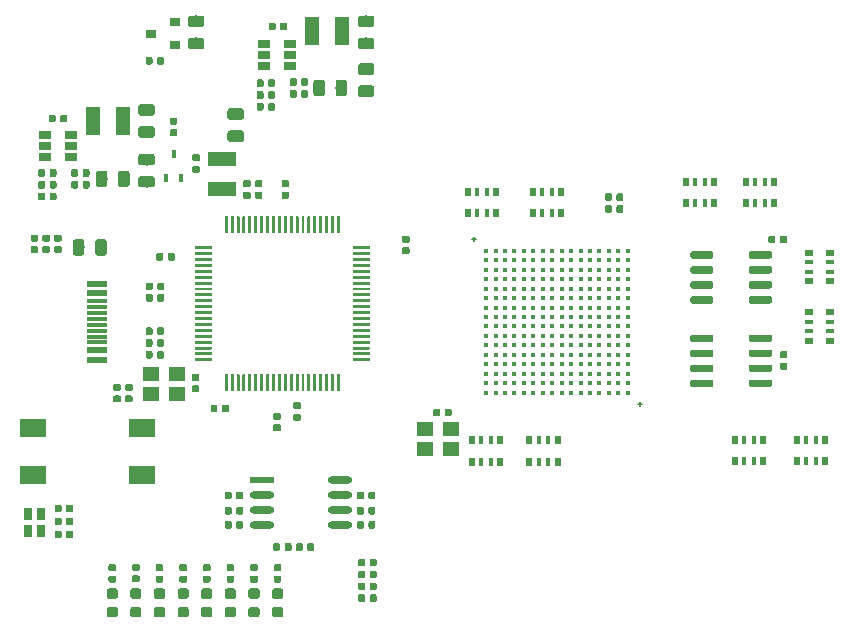
<source format=gbr>
G04 #@! TF.GenerationSoftware,KiCad,Pcbnew,5.1.4*
G04 #@! TF.CreationDate,2019-11-17T01:51:27+01:00*
G04 #@! TF.ProjectId,RevA,52657641-2e6b-4696-9361-645f70636258,rev?*
G04 #@! TF.SameCoordinates,Original*
G04 #@! TF.FileFunction,Paste,Top*
G04 #@! TF.FilePolarity,Positive*
%FSLAX46Y46*%
G04 Gerber Fmt 4.6, Leading zero omitted, Abs format (unit mm)*
G04 Created by KiCad (PCBNEW 5.1.4) date 2019-11-17 01:51:27*
%MOMM*%
%LPD*%
G04 APERTURE LIST*
%ADD10C,0.100000*%
%ADD11C,0.590000*%
%ADD12C,0.600000*%
%ADD13R,1.060000X0.650000*%
%ADD14C,0.250000*%
%ADD15R,0.900000X0.800000*%
%ADD16R,1.400000X1.200000*%
%ADD17R,2.400000X1.200000*%
%ADD18C,0.975000*%
%ADD19R,0.450000X0.700000*%
%ADD20R,1.750000X0.600000*%
%ADD21R,1.750000X0.300000*%
%ADD22R,1.200000X2.400000*%
%ADD23O,0.127000X0.508000*%
%ADD24O,0.508000X0.127000*%
%ADD25C,0.400000*%
%ADD26R,2.100000X0.600000*%
%ADD27O,2.100000X0.600000*%
%ADD28R,0.500000X0.800000*%
%ADD29R,0.400000X0.800000*%
%ADD30R,0.800000X0.500000*%
%ADD31R,0.800000X0.400000*%
%ADD32R,2.180000X1.600000*%
%ADD33C,0.875000*%
%ADD34R,0.800000X1.000000*%
G04 APERTURE END LIST*
D10*
G36*
X165116958Y-69720710D02*
G01*
X165131276Y-69722834D01*
X165145317Y-69726351D01*
X165158946Y-69731228D01*
X165172031Y-69737417D01*
X165184447Y-69744858D01*
X165196073Y-69753481D01*
X165206798Y-69763202D01*
X165216519Y-69773927D01*
X165225142Y-69785553D01*
X165232583Y-69797969D01*
X165238772Y-69811054D01*
X165243649Y-69824683D01*
X165247166Y-69838724D01*
X165249290Y-69853042D01*
X165250000Y-69867500D01*
X165250000Y-70212500D01*
X165249290Y-70226958D01*
X165247166Y-70241276D01*
X165243649Y-70255317D01*
X165238772Y-70268946D01*
X165232583Y-70282031D01*
X165225142Y-70294447D01*
X165216519Y-70306073D01*
X165206798Y-70316798D01*
X165196073Y-70326519D01*
X165184447Y-70335142D01*
X165172031Y-70342583D01*
X165158946Y-70348772D01*
X165145317Y-70353649D01*
X165131276Y-70357166D01*
X165116958Y-70359290D01*
X165102500Y-70360000D01*
X164807500Y-70360000D01*
X164793042Y-70359290D01*
X164778724Y-70357166D01*
X164764683Y-70353649D01*
X164751054Y-70348772D01*
X164737969Y-70342583D01*
X164725553Y-70335142D01*
X164713927Y-70326519D01*
X164703202Y-70316798D01*
X164693481Y-70306073D01*
X164684858Y-70294447D01*
X164677417Y-70282031D01*
X164671228Y-70268946D01*
X164666351Y-70255317D01*
X164662834Y-70241276D01*
X164660710Y-70226958D01*
X164660000Y-70212500D01*
X164660000Y-69867500D01*
X164660710Y-69853042D01*
X164662834Y-69838724D01*
X164666351Y-69824683D01*
X164671228Y-69811054D01*
X164677417Y-69797969D01*
X164684858Y-69785553D01*
X164693481Y-69773927D01*
X164703202Y-69763202D01*
X164713927Y-69753481D01*
X164725553Y-69744858D01*
X164737969Y-69737417D01*
X164751054Y-69731228D01*
X164764683Y-69726351D01*
X164778724Y-69722834D01*
X164793042Y-69720710D01*
X164807500Y-69720000D01*
X165102500Y-69720000D01*
X165116958Y-69720710D01*
X165116958Y-69720710D01*
G37*
D11*
X164955000Y-70040000D03*
D10*
G36*
X166086958Y-69720710D02*
G01*
X166101276Y-69722834D01*
X166115317Y-69726351D01*
X166128946Y-69731228D01*
X166142031Y-69737417D01*
X166154447Y-69744858D01*
X166166073Y-69753481D01*
X166176798Y-69763202D01*
X166186519Y-69773927D01*
X166195142Y-69785553D01*
X166202583Y-69797969D01*
X166208772Y-69811054D01*
X166213649Y-69824683D01*
X166217166Y-69838724D01*
X166219290Y-69853042D01*
X166220000Y-69867500D01*
X166220000Y-70212500D01*
X166219290Y-70226958D01*
X166217166Y-70241276D01*
X166213649Y-70255317D01*
X166208772Y-70268946D01*
X166202583Y-70282031D01*
X166195142Y-70294447D01*
X166186519Y-70306073D01*
X166176798Y-70316798D01*
X166166073Y-70326519D01*
X166154447Y-70335142D01*
X166142031Y-70342583D01*
X166128946Y-70348772D01*
X166115317Y-70353649D01*
X166101276Y-70357166D01*
X166086958Y-70359290D01*
X166072500Y-70360000D01*
X165777500Y-70360000D01*
X165763042Y-70359290D01*
X165748724Y-70357166D01*
X165734683Y-70353649D01*
X165721054Y-70348772D01*
X165707969Y-70342583D01*
X165695553Y-70335142D01*
X165683927Y-70326519D01*
X165673202Y-70316798D01*
X165663481Y-70306073D01*
X165654858Y-70294447D01*
X165647417Y-70282031D01*
X165641228Y-70268946D01*
X165636351Y-70255317D01*
X165632834Y-70241276D01*
X165630710Y-70226958D01*
X165630000Y-70212500D01*
X165630000Y-69867500D01*
X165630710Y-69853042D01*
X165632834Y-69838724D01*
X165636351Y-69824683D01*
X165641228Y-69811054D01*
X165647417Y-69797969D01*
X165654858Y-69785553D01*
X165663481Y-69773927D01*
X165673202Y-69763202D01*
X165683927Y-69753481D01*
X165695553Y-69744858D01*
X165707969Y-69737417D01*
X165721054Y-69731228D01*
X165734683Y-69726351D01*
X165748724Y-69722834D01*
X165763042Y-69720710D01*
X165777500Y-69720000D01*
X166072500Y-69720000D01*
X166086958Y-69720710D01*
X166086958Y-69720710D01*
G37*
D11*
X165925000Y-70040000D03*
D10*
G36*
X164814703Y-71045722D02*
G01*
X164829264Y-71047882D01*
X164843543Y-71051459D01*
X164857403Y-71056418D01*
X164870710Y-71062712D01*
X164883336Y-71070280D01*
X164895159Y-71079048D01*
X164906066Y-71088934D01*
X164915952Y-71099841D01*
X164924720Y-71111664D01*
X164932288Y-71124290D01*
X164938582Y-71137597D01*
X164943541Y-71151457D01*
X164947118Y-71165736D01*
X164949278Y-71180297D01*
X164950000Y-71195000D01*
X164950000Y-71495000D01*
X164949278Y-71509703D01*
X164947118Y-71524264D01*
X164943541Y-71538543D01*
X164938582Y-71552403D01*
X164932288Y-71565710D01*
X164924720Y-71578336D01*
X164915952Y-71590159D01*
X164906066Y-71601066D01*
X164895159Y-71610952D01*
X164883336Y-71619720D01*
X164870710Y-71627288D01*
X164857403Y-71633582D01*
X164843543Y-71638541D01*
X164829264Y-71642118D01*
X164814703Y-71644278D01*
X164800000Y-71645000D01*
X163150000Y-71645000D01*
X163135297Y-71644278D01*
X163120736Y-71642118D01*
X163106457Y-71638541D01*
X163092597Y-71633582D01*
X163079290Y-71627288D01*
X163066664Y-71619720D01*
X163054841Y-71610952D01*
X163043934Y-71601066D01*
X163034048Y-71590159D01*
X163025280Y-71578336D01*
X163017712Y-71565710D01*
X163011418Y-71552403D01*
X163006459Y-71538543D01*
X163002882Y-71524264D01*
X163000722Y-71509703D01*
X163000000Y-71495000D01*
X163000000Y-71195000D01*
X163000722Y-71180297D01*
X163002882Y-71165736D01*
X163006459Y-71151457D01*
X163011418Y-71137597D01*
X163017712Y-71124290D01*
X163025280Y-71111664D01*
X163034048Y-71099841D01*
X163043934Y-71088934D01*
X163054841Y-71079048D01*
X163066664Y-71070280D01*
X163079290Y-71062712D01*
X163092597Y-71056418D01*
X163106457Y-71051459D01*
X163120736Y-71047882D01*
X163135297Y-71045722D01*
X163150000Y-71045000D01*
X164800000Y-71045000D01*
X164814703Y-71045722D01*
X164814703Y-71045722D01*
G37*
D12*
X163975000Y-71345000D03*
D10*
G36*
X164814703Y-72315722D02*
G01*
X164829264Y-72317882D01*
X164843543Y-72321459D01*
X164857403Y-72326418D01*
X164870710Y-72332712D01*
X164883336Y-72340280D01*
X164895159Y-72349048D01*
X164906066Y-72358934D01*
X164915952Y-72369841D01*
X164924720Y-72381664D01*
X164932288Y-72394290D01*
X164938582Y-72407597D01*
X164943541Y-72421457D01*
X164947118Y-72435736D01*
X164949278Y-72450297D01*
X164950000Y-72465000D01*
X164950000Y-72765000D01*
X164949278Y-72779703D01*
X164947118Y-72794264D01*
X164943541Y-72808543D01*
X164938582Y-72822403D01*
X164932288Y-72835710D01*
X164924720Y-72848336D01*
X164915952Y-72860159D01*
X164906066Y-72871066D01*
X164895159Y-72880952D01*
X164883336Y-72889720D01*
X164870710Y-72897288D01*
X164857403Y-72903582D01*
X164843543Y-72908541D01*
X164829264Y-72912118D01*
X164814703Y-72914278D01*
X164800000Y-72915000D01*
X163150000Y-72915000D01*
X163135297Y-72914278D01*
X163120736Y-72912118D01*
X163106457Y-72908541D01*
X163092597Y-72903582D01*
X163079290Y-72897288D01*
X163066664Y-72889720D01*
X163054841Y-72880952D01*
X163043934Y-72871066D01*
X163034048Y-72860159D01*
X163025280Y-72848336D01*
X163017712Y-72835710D01*
X163011418Y-72822403D01*
X163006459Y-72808543D01*
X163002882Y-72794264D01*
X163000722Y-72779703D01*
X163000000Y-72765000D01*
X163000000Y-72465000D01*
X163000722Y-72450297D01*
X163002882Y-72435736D01*
X163006459Y-72421457D01*
X163011418Y-72407597D01*
X163017712Y-72394290D01*
X163025280Y-72381664D01*
X163034048Y-72369841D01*
X163043934Y-72358934D01*
X163054841Y-72349048D01*
X163066664Y-72340280D01*
X163079290Y-72332712D01*
X163092597Y-72326418D01*
X163106457Y-72321459D01*
X163120736Y-72317882D01*
X163135297Y-72315722D01*
X163150000Y-72315000D01*
X164800000Y-72315000D01*
X164814703Y-72315722D01*
X164814703Y-72315722D01*
G37*
D12*
X163975000Y-72615000D03*
D10*
G36*
X164814703Y-73585722D02*
G01*
X164829264Y-73587882D01*
X164843543Y-73591459D01*
X164857403Y-73596418D01*
X164870710Y-73602712D01*
X164883336Y-73610280D01*
X164895159Y-73619048D01*
X164906066Y-73628934D01*
X164915952Y-73639841D01*
X164924720Y-73651664D01*
X164932288Y-73664290D01*
X164938582Y-73677597D01*
X164943541Y-73691457D01*
X164947118Y-73705736D01*
X164949278Y-73720297D01*
X164950000Y-73735000D01*
X164950000Y-74035000D01*
X164949278Y-74049703D01*
X164947118Y-74064264D01*
X164943541Y-74078543D01*
X164938582Y-74092403D01*
X164932288Y-74105710D01*
X164924720Y-74118336D01*
X164915952Y-74130159D01*
X164906066Y-74141066D01*
X164895159Y-74150952D01*
X164883336Y-74159720D01*
X164870710Y-74167288D01*
X164857403Y-74173582D01*
X164843543Y-74178541D01*
X164829264Y-74182118D01*
X164814703Y-74184278D01*
X164800000Y-74185000D01*
X163150000Y-74185000D01*
X163135297Y-74184278D01*
X163120736Y-74182118D01*
X163106457Y-74178541D01*
X163092597Y-74173582D01*
X163079290Y-74167288D01*
X163066664Y-74159720D01*
X163054841Y-74150952D01*
X163043934Y-74141066D01*
X163034048Y-74130159D01*
X163025280Y-74118336D01*
X163017712Y-74105710D01*
X163011418Y-74092403D01*
X163006459Y-74078543D01*
X163002882Y-74064264D01*
X163000722Y-74049703D01*
X163000000Y-74035000D01*
X163000000Y-73735000D01*
X163000722Y-73720297D01*
X163002882Y-73705736D01*
X163006459Y-73691457D01*
X163011418Y-73677597D01*
X163017712Y-73664290D01*
X163025280Y-73651664D01*
X163034048Y-73639841D01*
X163043934Y-73628934D01*
X163054841Y-73619048D01*
X163066664Y-73610280D01*
X163079290Y-73602712D01*
X163092597Y-73596418D01*
X163106457Y-73591459D01*
X163120736Y-73587882D01*
X163135297Y-73585722D01*
X163150000Y-73585000D01*
X164800000Y-73585000D01*
X164814703Y-73585722D01*
X164814703Y-73585722D01*
G37*
D12*
X163975000Y-73885000D03*
D10*
G36*
X164814703Y-74855722D02*
G01*
X164829264Y-74857882D01*
X164843543Y-74861459D01*
X164857403Y-74866418D01*
X164870710Y-74872712D01*
X164883336Y-74880280D01*
X164895159Y-74889048D01*
X164906066Y-74898934D01*
X164915952Y-74909841D01*
X164924720Y-74921664D01*
X164932288Y-74934290D01*
X164938582Y-74947597D01*
X164943541Y-74961457D01*
X164947118Y-74975736D01*
X164949278Y-74990297D01*
X164950000Y-75005000D01*
X164950000Y-75305000D01*
X164949278Y-75319703D01*
X164947118Y-75334264D01*
X164943541Y-75348543D01*
X164938582Y-75362403D01*
X164932288Y-75375710D01*
X164924720Y-75388336D01*
X164915952Y-75400159D01*
X164906066Y-75411066D01*
X164895159Y-75420952D01*
X164883336Y-75429720D01*
X164870710Y-75437288D01*
X164857403Y-75443582D01*
X164843543Y-75448541D01*
X164829264Y-75452118D01*
X164814703Y-75454278D01*
X164800000Y-75455000D01*
X163150000Y-75455000D01*
X163135297Y-75454278D01*
X163120736Y-75452118D01*
X163106457Y-75448541D01*
X163092597Y-75443582D01*
X163079290Y-75437288D01*
X163066664Y-75429720D01*
X163054841Y-75420952D01*
X163043934Y-75411066D01*
X163034048Y-75400159D01*
X163025280Y-75388336D01*
X163017712Y-75375710D01*
X163011418Y-75362403D01*
X163006459Y-75348543D01*
X163002882Y-75334264D01*
X163000722Y-75319703D01*
X163000000Y-75305000D01*
X163000000Y-75005000D01*
X163000722Y-74990297D01*
X163002882Y-74975736D01*
X163006459Y-74961457D01*
X163011418Y-74947597D01*
X163017712Y-74934290D01*
X163025280Y-74921664D01*
X163034048Y-74909841D01*
X163043934Y-74898934D01*
X163054841Y-74889048D01*
X163066664Y-74880280D01*
X163079290Y-74872712D01*
X163092597Y-74866418D01*
X163106457Y-74861459D01*
X163120736Y-74857882D01*
X163135297Y-74855722D01*
X163150000Y-74855000D01*
X164800000Y-74855000D01*
X164814703Y-74855722D01*
X164814703Y-74855722D01*
G37*
D12*
X163975000Y-75155000D03*
D10*
G36*
X159864703Y-74855722D02*
G01*
X159879264Y-74857882D01*
X159893543Y-74861459D01*
X159907403Y-74866418D01*
X159920710Y-74872712D01*
X159933336Y-74880280D01*
X159945159Y-74889048D01*
X159956066Y-74898934D01*
X159965952Y-74909841D01*
X159974720Y-74921664D01*
X159982288Y-74934290D01*
X159988582Y-74947597D01*
X159993541Y-74961457D01*
X159997118Y-74975736D01*
X159999278Y-74990297D01*
X160000000Y-75005000D01*
X160000000Y-75305000D01*
X159999278Y-75319703D01*
X159997118Y-75334264D01*
X159993541Y-75348543D01*
X159988582Y-75362403D01*
X159982288Y-75375710D01*
X159974720Y-75388336D01*
X159965952Y-75400159D01*
X159956066Y-75411066D01*
X159945159Y-75420952D01*
X159933336Y-75429720D01*
X159920710Y-75437288D01*
X159907403Y-75443582D01*
X159893543Y-75448541D01*
X159879264Y-75452118D01*
X159864703Y-75454278D01*
X159850000Y-75455000D01*
X158200000Y-75455000D01*
X158185297Y-75454278D01*
X158170736Y-75452118D01*
X158156457Y-75448541D01*
X158142597Y-75443582D01*
X158129290Y-75437288D01*
X158116664Y-75429720D01*
X158104841Y-75420952D01*
X158093934Y-75411066D01*
X158084048Y-75400159D01*
X158075280Y-75388336D01*
X158067712Y-75375710D01*
X158061418Y-75362403D01*
X158056459Y-75348543D01*
X158052882Y-75334264D01*
X158050722Y-75319703D01*
X158050000Y-75305000D01*
X158050000Y-75005000D01*
X158050722Y-74990297D01*
X158052882Y-74975736D01*
X158056459Y-74961457D01*
X158061418Y-74947597D01*
X158067712Y-74934290D01*
X158075280Y-74921664D01*
X158084048Y-74909841D01*
X158093934Y-74898934D01*
X158104841Y-74889048D01*
X158116664Y-74880280D01*
X158129290Y-74872712D01*
X158142597Y-74866418D01*
X158156457Y-74861459D01*
X158170736Y-74857882D01*
X158185297Y-74855722D01*
X158200000Y-74855000D01*
X159850000Y-74855000D01*
X159864703Y-74855722D01*
X159864703Y-74855722D01*
G37*
D12*
X159025000Y-75155000D03*
D10*
G36*
X159864703Y-73585722D02*
G01*
X159879264Y-73587882D01*
X159893543Y-73591459D01*
X159907403Y-73596418D01*
X159920710Y-73602712D01*
X159933336Y-73610280D01*
X159945159Y-73619048D01*
X159956066Y-73628934D01*
X159965952Y-73639841D01*
X159974720Y-73651664D01*
X159982288Y-73664290D01*
X159988582Y-73677597D01*
X159993541Y-73691457D01*
X159997118Y-73705736D01*
X159999278Y-73720297D01*
X160000000Y-73735000D01*
X160000000Y-74035000D01*
X159999278Y-74049703D01*
X159997118Y-74064264D01*
X159993541Y-74078543D01*
X159988582Y-74092403D01*
X159982288Y-74105710D01*
X159974720Y-74118336D01*
X159965952Y-74130159D01*
X159956066Y-74141066D01*
X159945159Y-74150952D01*
X159933336Y-74159720D01*
X159920710Y-74167288D01*
X159907403Y-74173582D01*
X159893543Y-74178541D01*
X159879264Y-74182118D01*
X159864703Y-74184278D01*
X159850000Y-74185000D01*
X158200000Y-74185000D01*
X158185297Y-74184278D01*
X158170736Y-74182118D01*
X158156457Y-74178541D01*
X158142597Y-74173582D01*
X158129290Y-74167288D01*
X158116664Y-74159720D01*
X158104841Y-74150952D01*
X158093934Y-74141066D01*
X158084048Y-74130159D01*
X158075280Y-74118336D01*
X158067712Y-74105710D01*
X158061418Y-74092403D01*
X158056459Y-74078543D01*
X158052882Y-74064264D01*
X158050722Y-74049703D01*
X158050000Y-74035000D01*
X158050000Y-73735000D01*
X158050722Y-73720297D01*
X158052882Y-73705736D01*
X158056459Y-73691457D01*
X158061418Y-73677597D01*
X158067712Y-73664290D01*
X158075280Y-73651664D01*
X158084048Y-73639841D01*
X158093934Y-73628934D01*
X158104841Y-73619048D01*
X158116664Y-73610280D01*
X158129290Y-73602712D01*
X158142597Y-73596418D01*
X158156457Y-73591459D01*
X158170736Y-73587882D01*
X158185297Y-73585722D01*
X158200000Y-73585000D01*
X159850000Y-73585000D01*
X159864703Y-73585722D01*
X159864703Y-73585722D01*
G37*
D12*
X159025000Y-73885000D03*
D10*
G36*
X159864703Y-72315722D02*
G01*
X159879264Y-72317882D01*
X159893543Y-72321459D01*
X159907403Y-72326418D01*
X159920710Y-72332712D01*
X159933336Y-72340280D01*
X159945159Y-72349048D01*
X159956066Y-72358934D01*
X159965952Y-72369841D01*
X159974720Y-72381664D01*
X159982288Y-72394290D01*
X159988582Y-72407597D01*
X159993541Y-72421457D01*
X159997118Y-72435736D01*
X159999278Y-72450297D01*
X160000000Y-72465000D01*
X160000000Y-72765000D01*
X159999278Y-72779703D01*
X159997118Y-72794264D01*
X159993541Y-72808543D01*
X159988582Y-72822403D01*
X159982288Y-72835710D01*
X159974720Y-72848336D01*
X159965952Y-72860159D01*
X159956066Y-72871066D01*
X159945159Y-72880952D01*
X159933336Y-72889720D01*
X159920710Y-72897288D01*
X159907403Y-72903582D01*
X159893543Y-72908541D01*
X159879264Y-72912118D01*
X159864703Y-72914278D01*
X159850000Y-72915000D01*
X158200000Y-72915000D01*
X158185297Y-72914278D01*
X158170736Y-72912118D01*
X158156457Y-72908541D01*
X158142597Y-72903582D01*
X158129290Y-72897288D01*
X158116664Y-72889720D01*
X158104841Y-72880952D01*
X158093934Y-72871066D01*
X158084048Y-72860159D01*
X158075280Y-72848336D01*
X158067712Y-72835710D01*
X158061418Y-72822403D01*
X158056459Y-72808543D01*
X158052882Y-72794264D01*
X158050722Y-72779703D01*
X158050000Y-72765000D01*
X158050000Y-72465000D01*
X158050722Y-72450297D01*
X158052882Y-72435736D01*
X158056459Y-72421457D01*
X158061418Y-72407597D01*
X158067712Y-72394290D01*
X158075280Y-72381664D01*
X158084048Y-72369841D01*
X158093934Y-72358934D01*
X158104841Y-72349048D01*
X158116664Y-72340280D01*
X158129290Y-72332712D01*
X158142597Y-72326418D01*
X158156457Y-72321459D01*
X158170736Y-72317882D01*
X158185297Y-72315722D01*
X158200000Y-72315000D01*
X159850000Y-72315000D01*
X159864703Y-72315722D01*
X159864703Y-72315722D01*
G37*
D12*
X159025000Y-72615000D03*
D10*
G36*
X159864703Y-71045722D02*
G01*
X159879264Y-71047882D01*
X159893543Y-71051459D01*
X159907403Y-71056418D01*
X159920710Y-71062712D01*
X159933336Y-71070280D01*
X159945159Y-71079048D01*
X159956066Y-71088934D01*
X159965952Y-71099841D01*
X159974720Y-71111664D01*
X159982288Y-71124290D01*
X159988582Y-71137597D01*
X159993541Y-71151457D01*
X159997118Y-71165736D01*
X159999278Y-71180297D01*
X160000000Y-71195000D01*
X160000000Y-71495000D01*
X159999278Y-71509703D01*
X159997118Y-71524264D01*
X159993541Y-71538543D01*
X159988582Y-71552403D01*
X159982288Y-71565710D01*
X159974720Y-71578336D01*
X159965952Y-71590159D01*
X159956066Y-71601066D01*
X159945159Y-71610952D01*
X159933336Y-71619720D01*
X159920710Y-71627288D01*
X159907403Y-71633582D01*
X159893543Y-71638541D01*
X159879264Y-71642118D01*
X159864703Y-71644278D01*
X159850000Y-71645000D01*
X158200000Y-71645000D01*
X158185297Y-71644278D01*
X158170736Y-71642118D01*
X158156457Y-71638541D01*
X158142597Y-71633582D01*
X158129290Y-71627288D01*
X158116664Y-71619720D01*
X158104841Y-71610952D01*
X158093934Y-71601066D01*
X158084048Y-71590159D01*
X158075280Y-71578336D01*
X158067712Y-71565710D01*
X158061418Y-71552403D01*
X158056459Y-71538543D01*
X158052882Y-71524264D01*
X158050722Y-71509703D01*
X158050000Y-71495000D01*
X158050000Y-71195000D01*
X158050722Y-71180297D01*
X158052882Y-71165736D01*
X158056459Y-71151457D01*
X158061418Y-71137597D01*
X158067712Y-71124290D01*
X158075280Y-71111664D01*
X158084048Y-71099841D01*
X158093934Y-71088934D01*
X158104841Y-71079048D01*
X158116664Y-71070280D01*
X158129290Y-71062712D01*
X158142597Y-71056418D01*
X158156457Y-71051459D01*
X158170736Y-71047882D01*
X158185297Y-71045722D01*
X158200000Y-71045000D01*
X159850000Y-71045000D01*
X159864703Y-71045722D01*
X159864703Y-71045722D01*
G37*
D12*
X159025000Y-71345000D03*
D13*
X105600000Y-62100000D03*
X105600000Y-61150000D03*
X105600000Y-63050000D03*
X103400000Y-63050000D03*
X103400000Y-62100000D03*
X103400000Y-61150000D03*
X124125000Y-54400000D03*
X124125000Y-53450000D03*
X124125000Y-55350000D03*
X121925000Y-55350000D03*
X121925000Y-54400000D03*
X121925000Y-53450000D03*
D10*
G36*
X114486958Y-60690710D02*
G01*
X114501276Y-60692834D01*
X114515317Y-60696351D01*
X114528946Y-60701228D01*
X114542031Y-60707417D01*
X114554447Y-60714858D01*
X114566073Y-60723481D01*
X114576798Y-60733202D01*
X114586519Y-60743927D01*
X114595142Y-60755553D01*
X114602583Y-60767969D01*
X114608772Y-60781054D01*
X114613649Y-60794683D01*
X114617166Y-60808724D01*
X114619290Y-60823042D01*
X114620000Y-60837500D01*
X114620000Y-61132500D01*
X114619290Y-61146958D01*
X114617166Y-61161276D01*
X114613649Y-61175317D01*
X114608772Y-61188946D01*
X114602583Y-61202031D01*
X114595142Y-61214447D01*
X114586519Y-61226073D01*
X114576798Y-61236798D01*
X114566073Y-61246519D01*
X114554447Y-61255142D01*
X114542031Y-61262583D01*
X114528946Y-61268772D01*
X114515317Y-61273649D01*
X114501276Y-61277166D01*
X114486958Y-61279290D01*
X114472500Y-61280000D01*
X114127500Y-61280000D01*
X114113042Y-61279290D01*
X114098724Y-61277166D01*
X114084683Y-61273649D01*
X114071054Y-61268772D01*
X114057969Y-61262583D01*
X114045553Y-61255142D01*
X114033927Y-61246519D01*
X114023202Y-61236798D01*
X114013481Y-61226073D01*
X114004858Y-61214447D01*
X113997417Y-61202031D01*
X113991228Y-61188946D01*
X113986351Y-61175317D01*
X113982834Y-61161276D01*
X113980710Y-61146958D01*
X113980000Y-61132500D01*
X113980000Y-60837500D01*
X113980710Y-60823042D01*
X113982834Y-60808724D01*
X113986351Y-60794683D01*
X113991228Y-60781054D01*
X113997417Y-60767969D01*
X114004858Y-60755553D01*
X114013481Y-60743927D01*
X114023202Y-60733202D01*
X114033927Y-60723481D01*
X114045553Y-60714858D01*
X114057969Y-60707417D01*
X114071054Y-60701228D01*
X114084683Y-60696351D01*
X114098724Y-60692834D01*
X114113042Y-60690710D01*
X114127500Y-60690000D01*
X114472500Y-60690000D01*
X114486958Y-60690710D01*
X114486958Y-60690710D01*
G37*
D11*
X114300000Y-60985000D03*
D10*
G36*
X114486958Y-59720710D02*
G01*
X114501276Y-59722834D01*
X114515317Y-59726351D01*
X114528946Y-59731228D01*
X114542031Y-59737417D01*
X114554447Y-59744858D01*
X114566073Y-59753481D01*
X114576798Y-59763202D01*
X114586519Y-59773927D01*
X114595142Y-59785553D01*
X114602583Y-59797969D01*
X114608772Y-59811054D01*
X114613649Y-59824683D01*
X114617166Y-59838724D01*
X114619290Y-59853042D01*
X114620000Y-59867500D01*
X114620000Y-60162500D01*
X114619290Y-60176958D01*
X114617166Y-60191276D01*
X114613649Y-60205317D01*
X114608772Y-60218946D01*
X114602583Y-60232031D01*
X114595142Y-60244447D01*
X114586519Y-60256073D01*
X114576798Y-60266798D01*
X114566073Y-60276519D01*
X114554447Y-60285142D01*
X114542031Y-60292583D01*
X114528946Y-60298772D01*
X114515317Y-60303649D01*
X114501276Y-60307166D01*
X114486958Y-60309290D01*
X114472500Y-60310000D01*
X114127500Y-60310000D01*
X114113042Y-60309290D01*
X114098724Y-60307166D01*
X114084683Y-60303649D01*
X114071054Y-60298772D01*
X114057969Y-60292583D01*
X114045553Y-60285142D01*
X114033927Y-60276519D01*
X114023202Y-60266798D01*
X114013481Y-60256073D01*
X114004858Y-60244447D01*
X113997417Y-60232031D01*
X113991228Y-60218946D01*
X113986351Y-60205317D01*
X113982834Y-60191276D01*
X113980710Y-60176958D01*
X113980000Y-60162500D01*
X113980000Y-59867500D01*
X113980710Y-59853042D01*
X113982834Y-59838724D01*
X113986351Y-59824683D01*
X113991228Y-59811054D01*
X113997417Y-59797969D01*
X114004858Y-59785553D01*
X114013481Y-59773927D01*
X114023202Y-59763202D01*
X114033927Y-59753481D01*
X114045553Y-59744858D01*
X114057969Y-59737417D01*
X114071054Y-59731228D01*
X114084683Y-59726351D01*
X114098724Y-59722834D01*
X114113042Y-59720710D01*
X114127500Y-59720000D01*
X114472500Y-59720000D01*
X114486958Y-59720710D01*
X114486958Y-59720710D01*
G37*
D11*
X114300000Y-60015000D03*
D10*
G36*
X130868626Y-70600301D02*
G01*
X130874693Y-70601201D01*
X130880643Y-70602691D01*
X130886418Y-70604758D01*
X130891962Y-70607380D01*
X130897223Y-70610533D01*
X130902150Y-70614187D01*
X130906694Y-70618306D01*
X130910813Y-70622850D01*
X130914467Y-70627777D01*
X130917620Y-70633038D01*
X130920242Y-70638582D01*
X130922309Y-70644357D01*
X130923799Y-70650307D01*
X130924699Y-70656374D01*
X130925000Y-70662500D01*
X130925000Y-70787500D01*
X130924699Y-70793626D01*
X130923799Y-70799693D01*
X130922309Y-70805643D01*
X130920242Y-70811418D01*
X130917620Y-70816962D01*
X130914467Y-70822223D01*
X130910813Y-70827150D01*
X130906694Y-70831694D01*
X130902150Y-70835813D01*
X130897223Y-70839467D01*
X130891962Y-70842620D01*
X130886418Y-70845242D01*
X130880643Y-70847309D01*
X130874693Y-70848799D01*
X130868626Y-70849699D01*
X130862500Y-70850000D01*
X129512500Y-70850000D01*
X129506374Y-70849699D01*
X129500307Y-70848799D01*
X129494357Y-70847309D01*
X129488582Y-70845242D01*
X129483038Y-70842620D01*
X129477777Y-70839467D01*
X129472850Y-70835813D01*
X129468306Y-70831694D01*
X129464187Y-70827150D01*
X129460533Y-70822223D01*
X129457380Y-70816962D01*
X129454758Y-70811418D01*
X129452691Y-70805643D01*
X129451201Y-70799693D01*
X129450301Y-70793626D01*
X129450000Y-70787500D01*
X129450000Y-70662500D01*
X129450301Y-70656374D01*
X129451201Y-70650307D01*
X129452691Y-70644357D01*
X129454758Y-70638582D01*
X129457380Y-70633038D01*
X129460533Y-70627777D01*
X129464187Y-70622850D01*
X129468306Y-70618306D01*
X129472850Y-70614187D01*
X129477777Y-70610533D01*
X129483038Y-70607380D01*
X129488582Y-70604758D01*
X129494357Y-70602691D01*
X129500307Y-70601201D01*
X129506374Y-70600301D01*
X129512500Y-70600000D01*
X130862500Y-70600000D01*
X130868626Y-70600301D01*
X130868626Y-70600301D01*
G37*
D14*
X130187500Y-70725000D03*
D10*
G36*
X130868626Y-71100301D02*
G01*
X130874693Y-71101201D01*
X130880643Y-71102691D01*
X130886418Y-71104758D01*
X130891962Y-71107380D01*
X130897223Y-71110533D01*
X130902150Y-71114187D01*
X130906694Y-71118306D01*
X130910813Y-71122850D01*
X130914467Y-71127777D01*
X130917620Y-71133038D01*
X130920242Y-71138582D01*
X130922309Y-71144357D01*
X130923799Y-71150307D01*
X130924699Y-71156374D01*
X130925000Y-71162500D01*
X130925000Y-71287500D01*
X130924699Y-71293626D01*
X130923799Y-71299693D01*
X130922309Y-71305643D01*
X130920242Y-71311418D01*
X130917620Y-71316962D01*
X130914467Y-71322223D01*
X130910813Y-71327150D01*
X130906694Y-71331694D01*
X130902150Y-71335813D01*
X130897223Y-71339467D01*
X130891962Y-71342620D01*
X130886418Y-71345242D01*
X130880643Y-71347309D01*
X130874693Y-71348799D01*
X130868626Y-71349699D01*
X130862500Y-71350000D01*
X129512500Y-71350000D01*
X129506374Y-71349699D01*
X129500307Y-71348799D01*
X129494357Y-71347309D01*
X129488582Y-71345242D01*
X129483038Y-71342620D01*
X129477777Y-71339467D01*
X129472850Y-71335813D01*
X129468306Y-71331694D01*
X129464187Y-71327150D01*
X129460533Y-71322223D01*
X129457380Y-71316962D01*
X129454758Y-71311418D01*
X129452691Y-71305643D01*
X129451201Y-71299693D01*
X129450301Y-71293626D01*
X129450000Y-71287500D01*
X129450000Y-71162500D01*
X129450301Y-71156374D01*
X129451201Y-71150307D01*
X129452691Y-71144357D01*
X129454758Y-71138582D01*
X129457380Y-71133038D01*
X129460533Y-71127777D01*
X129464187Y-71122850D01*
X129468306Y-71118306D01*
X129472850Y-71114187D01*
X129477777Y-71110533D01*
X129483038Y-71107380D01*
X129488582Y-71104758D01*
X129494357Y-71102691D01*
X129500307Y-71101201D01*
X129506374Y-71100301D01*
X129512500Y-71100000D01*
X130862500Y-71100000D01*
X130868626Y-71100301D01*
X130868626Y-71100301D01*
G37*
D14*
X130187500Y-71225000D03*
D10*
G36*
X130868626Y-71600301D02*
G01*
X130874693Y-71601201D01*
X130880643Y-71602691D01*
X130886418Y-71604758D01*
X130891962Y-71607380D01*
X130897223Y-71610533D01*
X130902150Y-71614187D01*
X130906694Y-71618306D01*
X130910813Y-71622850D01*
X130914467Y-71627777D01*
X130917620Y-71633038D01*
X130920242Y-71638582D01*
X130922309Y-71644357D01*
X130923799Y-71650307D01*
X130924699Y-71656374D01*
X130925000Y-71662500D01*
X130925000Y-71787500D01*
X130924699Y-71793626D01*
X130923799Y-71799693D01*
X130922309Y-71805643D01*
X130920242Y-71811418D01*
X130917620Y-71816962D01*
X130914467Y-71822223D01*
X130910813Y-71827150D01*
X130906694Y-71831694D01*
X130902150Y-71835813D01*
X130897223Y-71839467D01*
X130891962Y-71842620D01*
X130886418Y-71845242D01*
X130880643Y-71847309D01*
X130874693Y-71848799D01*
X130868626Y-71849699D01*
X130862500Y-71850000D01*
X129512500Y-71850000D01*
X129506374Y-71849699D01*
X129500307Y-71848799D01*
X129494357Y-71847309D01*
X129488582Y-71845242D01*
X129483038Y-71842620D01*
X129477777Y-71839467D01*
X129472850Y-71835813D01*
X129468306Y-71831694D01*
X129464187Y-71827150D01*
X129460533Y-71822223D01*
X129457380Y-71816962D01*
X129454758Y-71811418D01*
X129452691Y-71805643D01*
X129451201Y-71799693D01*
X129450301Y-71793626D01*
X129450000Y-71787500D01*
X129450000Y-71662500D01*
X129450301Y-71656374D01*
X129451201Y-71650307D01*
X129452691Y-71644357D01*
X129454758Y-71638582D01*
X129457380Y-71633038D01*
X129460533Y-71627777D01*
X129464187Y-71622850D01*
X129468306Y-71618306D01*
X129472850Y-71614187D01*
X129477777Y-71610533D01*
X129483038Y-71607380D01*
X129488582Y-71604758D01*
X129494357Y-71602691D01*
X129500307Y-71601201D01*
X129506374Y-71600301D01*
X129512500Y-71600000D01*
X130862500Y-71600000D01*
X130868626Y-71600301D01*
X130868626Y-71600301D01*
G37*
D14*
X130187500Y-71725000D03*
D10*
G36*
X130868626Y-72100301D02*
G01*
X130874693Y-72101201D01*
X130880643Y-72102691D01*
X130886418Y-72104758D01*
X130891962Y-72107380D01*
X130897223Y-72110533D01*
X130902150Y-72114187D01*
X130906694Y-72118306D01*
X130910813Y-72122850D01*
X130914467Y-72127777D01*
X130917620Y-72133038D01*
X130920242Y-72138582D01*
X130922309Y-72144357D01*
X130923799Y-72150307D01*
X130924699Y-72156374D01*
X130925000Y-72162500D01*
X130925000Y-72287500D01*
X130924699Y-72293626D01*
X130923799Y-72299693D01*
X130922309Y-72305643D01*
X130920242Y-72311418D01*
X130917620Y-72316962D01*
X130914467Y-72322223D01*
X130910813Y-72327150D01*
X130906694Y-72331694D01*
X130902150Y-72335813D01*
X130897223Y-72339467D01*
X130891962Y-72342620D01*
X130886418Y-72345242D01*
X130880643Y-72347309D01*
X130874693Y-72348799D01*
X130868626Y-72349699D01*
X130862500Y-72350000D01*
X129512500Y-72350000D01*
X129506374Y-72349699D01*
X129500307Y-72348799D01*
X129494357Y-72347309D01*
X129488582Y-72345242D01*
X129483038Y-72342620D01*
X129477777Y-72339467D01*
X129472850Y-72335813D01*
X129468306Y-72331694D01*
X129464187Y-72327150D01*
X129460533Y-72322223D01*
X129457380Y-72316962D01*
X129454758Y-72311418D01*
X129452691Y-72305643D01*
X129451201Y-72299693D01*
X129450301Y-72293626D01*
X129450000Y-72287500D01*
X129450000Y-72162500D01*
X129450301Y-72156374D01*
X129451201Y-72150307D01*
X129452691Y-72144357D01*
X129454758Y-72138582D01*
X129457380Y-72133038D01*
X129460533Y-72127777D01*
X129464187Y-72122850D01*
X129468306Y-72118306D01*
X129472850Y-72114187D01*
X129477777Y-72110533D01*
X129483038Y-72107380D01*
X129488582Y-72104758D01*
X129494357Y-72102691D01*
X129500307Y-72101201D01*
X129506374Y-72100301D01*
X129512500Y-72100000D01*
X130862500Y-72100000D01*
X130868626Y-72100301D01*
X130868626Y-72100301D01*
G37*
D14*
X130187500Y-72225000D03*
D10*
G36*
X130868626Y-72600301D02*
G01*
X130874693Y-72601201D01*
X130880643Y-72602691D01*
X130886418Y-72604758D01*
X130891962Y-72607380D01*
X130897223Y-72610533D01*
X130902150Y-72614187D01*
X130906694Y-72618306D01*
X130910813Y-72622850D01*
X130914467Y-72627777D01*
X130917620Y-72633038D01*
X130920242Y-72638582D01*
X130922309Y-72644357D01*
X130923799Y-72650307D01*
X130924699Y-72656374D01*
X130925000Y-72662500D01*
X130925000Y-72787500D01*
X130924699Y-72793626D01*
X130923799Y-72799693D01*
X130922309Y-72805643D01*
X130920242Y-72811418D01*
X130917620Y-72816962D01*
X130914467Y-72822223D01*
X130910813Y-72827150D01*
X130906694Y-72831694D01*
X130902150Y-72835813D01*
X130897223Y-72839467D01*
X130891962Y-72842620D01*
X130886418Y-72845242D01*
X130880643Y-72847309D01*
X130874693Y-72848799D01*
X130868626Y-72849699D01*
X130862500Y-72850000D01*
X129512500Y-72850000D01*
X129506374Y-72849699D01*
X129500307Y-72848799D01*
X129494357Y-72847309D01*
X129488582Y-72845242D01*
X129483038Y-72842620D01*
X129477777Y-72839467D01*
X129472850Y-72835813D01*
X129468306Y-72831694D01*
X129464187Y-72827150D01*
X129460533Y-72822223D01*
X129457380Y-72816962D01*
X129454758Y-72811418D01*
X129452691Y-72805643D01*
X129451201Y-72799693D01*
X129450301Y-72793626D01*
X129450000Y-72787500D01*
X129450000Y-72662500D01*
X129450301Y-72656374D01*
X129451201Y-72650307D01*
X129452691Y-72644357D01*
X129454758Y-72638582D01*
X129457380Y-72633038D01*
X129460533Y-72627777D01*
X129464187Y-72622850D01*
X129468306Y-72618306D01*
X129472850Y-72614187D01*
X129477777Y-72610533D01*
X129483038Y-72607380D01*
X129488582Y-72604758D01*
X129494357Y-72602691D01*
X129500307Y-72601201D01*
X129506374Y-72600301D01*
X129512500Y-72600000D01*
X130862500Y-72600000D01*
X130868626Y-72600301D01*
X130868626Y-72600301D01*
G37*
D14*
X130187500Y-72725000D03*
D10*
G36*
X130868626Y-73100301D02*
G01*
X130874693Y-73101201D01*
X130880643Y-73102691D01*
X130886418Y-73104758D01*
X130891962Y-73107380D01*
X130897223Y-73110533D01*
X130902150Y-73114187D01*
X130906694Y-73118306D01*
X130910813Y-73122850D01*
X130914467Y-73127777D01*
X130917620Y-73133038D01*
X130920242Y-73138582D01*
X130922309Y-73144357D01*
X130923799Y-73150307D01*
X130924699Y-73156374D01*
X130925000Y-73162500D01*
X130925000Y-73287500D01*
X130924699Y-73293626D01*
X130923799Y-73299693D01*
X130922309Y-73305643D01*
X130920242Y-73311418D01*
X130917620Y-73316962D01*
X130914467Y-73322223D01*
X130910813Y-73327150D01*
X130906694Y-73331694D01*
X130902150Y-73335813D01*
X130897223Y-73339467D01*
X130891962Y-73342620D01*
X130886418Y-73345242D01*
X130880643Y-73347309D01*
X130874693Y-73348799D01*
X130868626Y-73349699D01*
X130862500Y-73350000D01*
X129512500Y-73350000D01*
X129506374Y-73349699D01*
X129500307Y-73348799D01*
X129494357Y-73347309D01*
X129488582Y-73345242D01*
X129483038Y-73342620D01*
X129477777Y-73339467D01*
X129472850Y-73335813D01*
X129468306Y-73331694D01*
X129464187Y-73327150D01*
X129460533Y-73322223D01*
X129457380Y-73316962D01*
X129454758Y-73311418D01*
X129452691Y-73305643D01*
X129451201Y-73299693D01*
X129450301Y-73293626D01*
X129450000Y-73287500D01*
X129450000Y-73162500D01*
X129450301Y-73156374D01*
X129451201Y-73150307D01*
X129452691Y-73144357D01*
X129454758Y-73138582D01*
X129457380Y-73133038D01*
X129460533Y-73127777D01*
X129464187Y-73122850D01*
X129468306Y-73118306D01*
X129472850Y-73114187D01*
X129477777Y-73110533D01*
X129483038Y-73107380D01*
X129488582Y-73104758D01*
X129494357Y-73102691D01*
X129500307Y-73101201D01*
X129506374Y-73100301D01*
X129512500Y-73100000D01*
X130862500Y-73100000D01*
X130868626Y-73100301D01*
X130868626Y-73100301D01*
G37*
D14*
X130187500Y-73225000D03*
D10*
G36*
X130868626Y-73600301D02*
G01*
X130874693Y-73601201D01*
X130880643Y-73602691D01*
X130886418Y-73604758D01*
X130891962Y-73607380D01*
X130897223Y-73610533D01*
X130902150Y-73614187D01*
X130906694Y-73618306D01*
X130910813Y-73622850D01*
X130914467Y-73627777D01*
X130917620Y-73633038D01*
X130920242Y-73638582D01*
X130922309Y-73644357D01*
X130923799Y-73650307D01*
X130924699Y-73656374D01*
X130925000Y-73662500D01*
X130925000Y-73787500D01*
X130924699Y-73793626D01*
X130923799Y-73799693D01*
X130922309Y-73805643D01*
X130920242Y-73811418D01*
X130917620Y-73816962D01*
X130914467Y-73822223D01*
X130910813Y-73827150D01*
X130906694Y-73831694D01*
X130902150Y-73835813D01*
X130897223Y-73839467D01*
X130891962Y-73842620D01*
X130886418Y-73845242D01*
X130880643Y-73847309D01*
X130874693Y-73848799D01*
X130868626Y-73849699D01*
X130862500Y-73850000D01*
X129512500Y-73850000D01*
X129506374Y-73849699D01*
X129500307Y-73848799D01*
X129494357Y-73847309D01*
X129488582Y-73845242D01*
X129483038Y-73842620D01*
X129477777Y-73839467D01*
X129472850Y-73835813D01*
X129468306Y-73831694D01*
X129464187Y-73827150D01*
X129460533Y-73822223D01*
X129457380Y-73816962D01*
X129454758Y-73811418D01*
X129452691Y-73805643D01*
X129451201Y-73799693D01*
X129450301Y-73793626D01*
X129450000Y-73787500D01*
X129450000Y-73662500D01*
X129450301Y-73656374D01*
X129451201Y-73650307D01*
X129452691Y-73644357D01*
X129454758Y-73638582D01*
X129457380Y-73633038D01*
X129460533Y-73627777D01*
X129464187Y-73622850D01*
X129468306Y-73618306D01*
X129472850Y-73614187D01*
X129477777Y-73610533D01*
X129483038Y-73607380D01*
X129488582Y-73604758D01*
X129494357Y-73602691D01*
X129500307Y-73601201D01*
X129506374Y-73600301D01*
X129512500Y-73600000D01*
X130862500Y-73600000D01*
X130868626Y-73600301D01*
X130868626Y-73600301D01*
G37*
D14*
X130187500Y-73725000D03*
D10*
G36*
X130868626Y-74100301D02*
G01*
X130874693Y-74101201D01*
X130880643Y-74102691D01*
X130886418Y-74104758D01*
X130891962Y-74107380D01*
X130897223Y-74110533D01*
X130902150Y-74114187D01*
X130906694Y-74118306D01*
X130910813Y-74122850D01*
X130914467Y-74127777D01*
X130917620Y-74133038D01*
X130920242Y-74138582D01*
X130922309Y-74144357D01*
X130923799Y-74150307D01*
X130924699Y-74156374D01*
X130925000Y-74162500D01*
X130925000Y-74287500D01*
X130924699Y-74293626D01*
X130923799Y-74299693D01*
X130922309Y-74305643D01*
X130920242Y-74311418D01*
X130917620Y-74316962D01*
X130914467Y-74322223D01*
X130910813Y-74327150D01*
X130906694Y-74331694D01*
X130902150Y-74335813D01*
X130897223Y-74339467D01*
X130891962Y-74342620D01*
X130886418Y-74345242D01*
X130880643Y-74347309D01*
X130874693Y-74348799D01*
X130868626Y-74349699D01*
X130862500Y-74350000D01*
X129512500Y-74350000D01*
X129506374Y-74349699D01*
X129500307Y-74348799D01*
X129494357Y-74347309D01*
X129488582Y-74345242D01*
X129483038Y-74342620D01*
X129477777Y-74339467D01*
X129472850Y-74335813D01*
X129468306Y-74331694D01*
X129464187Y-74327150D01*
X129460533Y-74322223D01*
X129457380Y-74316962D01*
X129454758Y-74311418D01*
X129452691Y-74305643D01*
X129451201Y-74299693D01*
X129450301Y-74293626D01*
X129450000Y-74287500D01*
X129450000Y-74162500D01*
X129450301Y-74156374D01*
X129451201Y-74150307D01*
X129452691Y-74144357D01*
X129454758Y-74138582D01*
X129457380Y-74133038D01*
X129460533Y-74127777D01*
X129464187Y-74122850D01*
X129468306Y-74118306D01*
X129472850Y-74114187D01*
X129477777Y-74110533D01*
X129483038Y-74107380D01*
X129488582Y-74104758D01*
X129494357Y-74102691D01*
X129500307Y-74101201D01*
X129506374Y-74100301D01*
X129512500Y-74100000D01*
X130862500Y-74100000D01*
X130868626Y-74100301D01*
X130868626Y-74100301D01*
G37*
D14*
X130187500Y-74225000D03*
D10*
G36*
X130868626Y-74600301D02*
G01*
X130874693Y-74601201D01*
X130880643Y-74602691D01*
X130886418Y-74604758D01*
X130891962Y-74607380D01*
X130897223Y-74610533D01*
X130902150Y-74614187D01*
X130906694Y-74618306D01*
X130910813Y-74622850D01*
X130914467Y-74627777D01*
X130917620Y-74633038D01*
X130920242Y-74638582D01*
X130922309Y-74644357D01*
X130923799Y-74650307D01*
X130924699Y-74656374D01*
X130925000Y-74662500D01*
X130925000Y-74787500D01*
X130924699Y-74793626D01*
X130923799Y-74799693D01*
X130922309Y-74805643D01*
X130920242Y-74811418D01*
X130917620Y-74816962D01*
X130914467Y-74822223D01*
X130910813Y-74827150D01*
X130906694Y-74831694D01*
X130902150Y-74835813D01*
X130897223Y-74839467D01*
X130891962Y-74842620D01*
X130886418Y-74845242D01*
X130880643Y-74847309D01*
X130874693Y-74848799D01*
X130868626Y-74849699D01*
X130862500Y-74850000D01*
X129512500Y-74850000D01*
X129506374Y-74849699D01*
X129500307Y-74848799D01*
X129494357Y-74847309D01*
X129488582Y-74845242D01*
X129483038Y-74842620D01*
X129477777Y-74839467D01*
X129472850Y-74835813D01*
X129468306Y-74831694D01*
X129464187Y-74827150D01*
X129460533Y-74822223D01*
X129457380Y-74816962D01*
X129454758Y-74811418D01*
X129452691Y-74805643D01*
X129451201Y-74799693D01*
X129450301Y-74793626D01*
X129450000Y-74787500D01*
X129450000Y-74662500D01*
X129450301Y-74656374D01*
X129451201Y-74650307D01*
X129452691Y-74644357D01*
X129454758Y-74638582D01*
X129457380Y-74633038D01*
X129460533Y-74627777D01*
X129464187Y-74622850D01*
X129468306Y-74618306D01*
X129472850Y-74614187D01*
X129477777Y-74610533D01*
X129483038Y-74607380D01*
X129488582Y-74604758D01*
X129494357Y-74602691D01*
X129500307Y-74601201D01*
X129506374Y-74600301D01*
X129512500Y-74600000D01*
X130862500Y-74600000D01*
X130868626Y-74600301D01*
X130868626Y-74600301D01*
G37*
D14*
X130187500Y-74725000D03*
D10*
G36*
X130868626Y-75100301D02*
G01*
X130874693Y-75101201D01*
X130880643Y-75102691D01*
X130886418Y-75104758D01*
X130891962Y-75107380D01*
X130897223Y-75110533D01*
X130902150Y-75114187D01*
X130906694Y-75118306D01*
X130910813Y-75122850D01*
X130914467Y-75127777D01*
X130917620Y-75133038D01*
X130920242Y-75138582D01*
X130922309Y-75144357D01*
X130923799Y-75150307D01*
X130924699Y-75156374D01*
X130925000Y-75162500D01*
X130925000Y-75287500D01*
X130924699Y-75293626D01*
X130923799Y-75299693D01*
X130922309Y-75305643D01*
X130920242Y-75311418D01*
X130917620Y-75316962D01*
X130914467Y-75322223D01*
X130910813Y-75327150D01*
X130906694Y-75331694D01*
X130902150Y-75335813D01*
X130897223Y-75339467D01*
X130891962Y-75342620D01*
X130886418Y-75345242D01*
X130880643Y-75347309D01*
X130874693Y-75348799D01*
X130868626Y-75349699D01*
X130862500Y-75350000D01*
X129512500Y-75350000D01*
X129506374Y-75349699D01*
X129500307Y-75348799D01*
X129494357Y-75347309D01*
X129488582Y-75345242D01*
X129483038Y-75342620D01*
X129477777Y-75339467D01*
X129472850Y-75335813D01*
X129468306Y-75331694D01*
X129464187Y-75327150D01*
X129460533Y-75322223D01*
X129457380Y-75316962D01*
X129454758Y-75311418D01*
X129452691Y-75305643D01*
X129451201Y-75299693D01*
X129450301Y-75293626D01*
X129450000Y-75287500D01*
X129450000Y-75162500D01*
X129450301Y-75156374D01*
X129451201Y-75150307D01*
X129452691Y-75144357D01*
X129454758Y-75138582D01*
X129457380Y-75133038D01*
X129460533Y-75127777D01*
X129464187Y-75122850D01*
X129468306Y-75118306D01*
X129472850Y-75114187D01*
X129477777Y-75110533D01*
X129483038Y-75107380D01*
X129488582Y-75104758D01*
X129494357Y-75102691D01*
X129500307Y-75101201D01*
X129506374Y-75100301D01*
X129512500Y-75100000D01*
X130862500Y-75100000D01*
X130868626Y-75100301D01*
X130868626Y-75100301D01*
G37*
D14*
X130187500Y-75225000D03*
D10*
G36*
X130868626Y-75600301D02*
G01*
X130874693Y-75601201D01*
X130880643Y-75602691D01*
X130886418Y-75604758D01*
X130891962Y-75607380D01*
X130897223Y-75610533D01*
X130902150Y-75614187D01*
X130906694Y-75618306D01*
X130910813Y-75622850D01*
X130914467Y-75627777D01*
X130917620Y-75633038D01*
X130920242Y-75638582D01*
X130922309Y-75644357D01*
X130923799Y-75650307D01*
X130924699Y-75656374D01*
X130925000Y-75662500D01*
X130925000Y-75787500D01*
X130924699Y-75793626D01*
X130923799Y-75799693D01*
X130922309Y-75805643D01*
X130920242Y-75811418D01*
X130917620Y-75816962D01*
X130914467Y-75822223D01*
X130910813Y-75827150D01*
X130906694Y-75831694D01*
X130902150Y-75835813D01*
X130897223Y-75839467D01*
X130891962Y-75842620D01*
X130886418Y-75845242D01*
X130880643Y-75847309D01*
X130874693Y-75848799D01*
X130868626Y-75849699D01*
X130862500Y-75850000D01*
X129512500Y-75850000D01*
X129506374Y-75849699D01*
X129500307Y-75848799D01*
X129494357Y-75847309D01*
X129488582Y-75845242D01*
X129483038Y-75842620D01*
X129477777Y-75839467D01*
X129472850Y-75835813D01*
X129468306Y-75831694D01*
X129464187Y-75827150D01*
X129460533Y-75822223D01*
X129457380Y-75816962D01*
X129454758Y-75811418D01*
X129452691Y-75805643D01*
X129451201Y-75799693D01*
X129450301Y-75793626D01*
X129450000Y-75787500D01*
X129450000Y-75662500D01*
X129450301Y-75656374D01*
X129451201Y-75650307D01*
X129452691Y-75644357D01*
X129454758Y-75638582D01*
X129457380Y-75633038D01*
X129460533Y-75627777D01*
X129464187Y-75622850D01*
X129468306Y-75618306D01*
X129472850Y-75614187D01*
X129477777Y-75610533D01*
X129483038Y-75607380D01*
X129488582Y-75604758D01*
X129494357Y-75602691D01*
X129500307Y-75601201D01*
X129506374Y-75600301D01*
X129512500Y-75600000D01*
X130862500Y-75600000D01*
X130868626Y-75600301D01*
X130868626Y-75600301D01*
G37*
D14*
X130187500Y-75725000D03*
D10*
G36*
X130868626Y-76100301D02*
G01*
X130874693Y-76101201D01*
X130880643Y-76102691D01*
X130886418Y-76104758D01*
X130891962Y-76107380D01*
X130897223Y-76110533D01*
X130902150Y-76114187D01*
X130906694Y-76118306D01*
X130910813Y-76122850D01*
X130914467Y-76127777D01*
X130917620Y-76133038D01*
X130920242Y-76138582D01*
X130922309Y-76144357D01*
X130923799Y-76150307D01*
X130924699Y-76156374D01*
X130925000Y-76162500D01*
X130925000Y-76287500D01*
X130924699Y-76293626D01*
X130923799Y-76299693D01*
X130922309Y-76305643D01*
X130920242Y-76311418D01*
X130917620Y-76316962D01*
X130914467Y-76322223D01*
X130910813Y-76327150D01*
X130906694Y-76331694D01*
X130902150Y-76335813D01*
X130897223Y-76339467D01*
X130891962Y-76342620D01*
X130886418Y-76345242D01*
X130880643Y-76347309D01*
X130874693Y-76348799D01*
X130868626Y-76349699D01*
X130862500Y-76350000D01*
X129512500Y-76350000D01*
X129506374Y-76349699D01*
X129500307Y-76348799D01*
X129494357Y-76347309D01*
X129488582Y-76345242D01*
X129483038Y-76342620D01*
X129477777Y-76339467D01*
X129472850Y-76335813D01*
X129468306Y-76331694D01*
X129464187Y-76327150D01*
X129460533Y-76322223D01*
X129457380Y-76316962D01*
X129454758Y-76311418D01*
X129452691Y-76305643D01*
X129451201Y-76299693D01*
X129450301Y-76293626D01*
X129450000Y-76287500D01*
X129450000Y-76162500D01*
X129450301Y-76156374D01*
X129451201Y-76150307D01*
X129452691Y-76144357D01*
X129454758Y-76138582D01*
X129457380Y-76133038D01*
X129460533Y-76127777D01*
X129464187Y-76122850D01*
X129468306Y-76118306D01*
X129472850Y-76114187D01*
X129477777Y-76110533D01*
X129483038Y-76107380D01*
X129488582Y-76104758D01*
X129494357Y-76102691D01*
X129500307Y-76101201D01*
X129506374Y-76100301D01*
X129512500Y-76100000D01*
X130862500Y-76100000D01*
X130868626Y-76100301D01*
X130868626Y-76100301D01*
G37*
D14*
X130187500Y-76225000D03*
D10*
G36*
X130868626Y-76600301D02*
G01*
X130874693Y-76601201D01*
X130880643Y-76602691D01*
X130886418Y-76604758D01*
X130891962Y-76607380D01*
X130897223Y-76610533D01*
X130902150Y-76614187D01*
X130906694Y-76618306D01*
X130910813Y-76622850D01*
X130914467Y-76627777D01*
X130917620Y-76633038D01*
X130920242Y-76638582D01*
X130922309Y-76644357D01*
X130923799Y-76650307D01*
X130924699Y-76656374D01*
X130925000Y-76662500D01*
X130925000Y-76787500D01*
X130924699Y-76793626D01*
X130923799Y-76799693D01*
X130922309Y-76805643D01*
X130920242Y-76811418D01*
X130917620Y-76816962D01*
X130914467Y-76822223D01*
X130910813Y-76827150D01*
X130906694Y-76831694D01*
X130902150Y-76835813D01*
X130897223Y-76839467D01*
X130891962Y-76842620D01*
X130886418Y-76845242D01*
X130880643Y-76847309D01*
X130874693Y-76848799D01*
X130868626Y-76849699D01*
X130862500Y-76850000D01*
X129512500Y-76850000D01*
X129506374Y-76849699D01*
X129500307Y-76848799D01*
X129494357Y-76847309D01*
X129488582Y-76845242D01*
X129483038Y-76842620D01*
X129477777Y-76839467D01*
X129472850Y-76835813D01*
X129468306Y-76831694D01*
X129464187Y-76827150D01*
X129460533Y-76822223D01*
X129457380Y-76816962D01*
X129454758Y-76811418D01*
X129452691Y-76805643D01*
X129451201Y-76799693D01*
X129450301Y-76793626D01*
X129450000Y-76787500D01*
X129450000Y-76662500D01*
X129450301Y-76656374D01*
X129451201Y-76650307D01*
X129452691Y-76644357D01*
X129454758Y-76638582D01*
X129457380Y-76633038D01*
X129460533Y-76627777D01*
X129464187Y-76622850D01*
X129468306Y-76618306D01*
X129472850Y-76614187D01*
X129477777Y-76610533D01*
X129483038Y-76607380D01*
X129488582Y-76604758D01*
X129494357Y-76602691D01*
X129500307Y-76601201D01*
X129506374Y-76600301D01*
X129512500Y-76600000D01*
X130862500Y-76600000D01*
X130868626Y-76600301D01*
X130868626Y-76600301D01*
G37*
D14*
X130187500Y-76725000D03*
D10*
G36*
X130868626Y-77100301D02*
G01*
X130874693Y-77101201D01*
X130880643Y-77102691D01*
X130886418Y-77104758D01*
X130891962Y-77107380D01*
X130897223Y-77110533D01*
X130902150Y-77114187D01*
X130906694Y-77118306D01*
X130910813Y-77122850D01*
X130914467Y-77127777D01*
X130917620Y-77133038D01*
X130920242Y-77138582D01*
X130922309Y-77144357D01*
X130923799Y-77150307D01*
X130924699Y-77156374D01*
X130925000Y-77162500D01*
X130925000Y-77287500D01*
X130924699Y-77293626D01*
X130923799Y-77299693D01*
X130922309Y-77305643D01*
X130920242Y-77311418D01*
X130917620Y-77316962D01*
X130914467Y-77322223D01*
X130910813Y-77327150D01*
X130906694Y-77331694D01*
X130902150Y-77335813D01*
X130897223Y-77339467D01*
X130891962Y-77342620D01*
X130886418Y-77345242D01*
X130880643Y-77347309D01*
X130874693Y-77348799D01*
X130868626Y-77349699D01*
X130862500Y-77350000D01*
X129512500Y-77350000D01*
X129506374Y-77349699D01*
X129500307Y-77348799D01*
X129494357Y-77347309D01*
X129488582Y-77345242D01*
X129483038Y-77342620D01*
X129477777Y-77339467D01*
X129472850Y-77335813D01*
X129468306Y-77331694D01*
X129464187Y-77327150D01*
X129460533Y-77322223D01*
X129457380Y-77316962D01*
X129454758Y-77311418D01*
X129452691Y-77305643D01*
X129451201Y-77299693D01*
X129450301Y-77293626D01*
X129450000Y-77287500D01*
X129450000Y-77162500D01*
X129450301Y-77156374D01*
X129451201Y-77150307D01*
X129452691Y-77144357D01*
X129454758Y-77138582D01*
X129457380Y-77133038D01*
X129460533Y-77127777D01*
X129464187Y-77122850D01*
X129468306Y-77118306D01*
X129472850Y-77114187D01*
X129477777Y-77110533D01*
X129483038Y-77107380D01*
X129488582Y-77104758D01*
X129494357Y-77102691D01*
X129500307Y-77101201D01*
X129506374Y-77100301D01*
X129512500Y-77100000D01*
X130862500Y-77100000D01*
X130868626Y-77100301D01*
X130868626Y-77100301D01*
G37*
D14*
X130187500Y-77225000D03*
D10*
G36*
X130868626Y-77600301D02*
G01*
X130874693Y-77601201D01*
X130880643Y-77602691D01*
X130886418Y-77604758D01*
X130891962Y-77607380D01*
X130897223Y-77610533D01*
X130902150Y-77614187D01*
X130906694Y-77618306D01*
X130910813Y-77622850D01*
X130914467Y-77627777D01*
X130917620Y-77633038D01*
X130920242Y-77638582D01*
X130922309Y-77644357D01*
X130923799Y-77650307D01*
X130924699Y-77656374D01*
X130925000Y-77662500D01*
X130925000Y-77787500D01*
X130924699Y-77793626D01*
X130923799Y-77799693D01*
X130922309Y-77805643D01*
X130920242Y-77811418D01*
X130917620Y-77816962D01*
X130914467Y-77822223D01*
X130910813Y-77827150D01*
X130906694Y-77831694D01*
X130902150Y-77835813D01*
X130897223Y-77839467D01*
X130891962Y-77842620D01*
X130886418Y-77845242D01*
X130880643Y-77847309D01*
X130874693Y-77848799D01*
X130868626Y-77849699D01*
X130862500Y-77850000D01*
X129512500Y-77850000D01*
X129506374Y-77849699D01*
X129500307Y-77848799D01*
X129494357Y-77847309D01*
X129488582Y-77845242D01*
X129483038Y-77842620D01*
X129477777Y-77839467D01*
X129472850Y-77835813D01*
X129468306Y-77831694D01*
X129464187Y-77827150D01*
X129460533Y-77822223D01*
X129457380Y-77816962D01*
X129454758Y-77811418D01*
X129452691Y-77805643D01*
X129451201Y-77799693D01*
X129450301Y-77793626D01*
X129450000Y-77787500D01*
X129450000Y-77662500D01*
X129450301Y-77656374D01*
X129451201Y-77650307D01*
X129452691Y-77644357D01*
X129454758Y-77638582D01*
X129457380Y-77633038D01*
X129460533Y-77627777D01*
X129464187Y-77622850D01*
X129468306Y-77618306D01*
X129472850Y-77614187D01*
X129477777Y-77610533D01*
X129483038Y-77607380D01*
X129488582Y-77604758D01*
X129494357Y-77602691D01*
X129500307Y-77601201D01*
X129506374Y-77600301D01*
X129512500Y-77600000D01*
X130862500Y-77600000D01*
X130868626Y-77600301D01*
X130868626Y-77600301D01*
G37*
D14*
X130187500Y-77725000D03*
D10*
G36*
X130868626Y-78100301D02*
G01*
X130874693Y-78101201D01*
X130880643Y-78102691D01*
X130886418Y-78104758D01*
X130891962Y-78107380D01*
X130897223Y-78110533D01*
X130902150Y-78114187D01*
X130906694Y-78118306D01*
X130910813Y-78122850D01*
X130914467Y-78127777D01*
X130917620Y-78133038D01*
X130920242Y-78138582D01*
X130922309Y-78144357D01*
X130923799Y-78150307D01*
X130924699Y-78156374D01*
X130925000Y-78162500D01*
X130925000Y-78287500D01*
X130924699Y-78293626D01*
X130923799Y-78299693D01*
X130922309Y-78305643D01*
X130920242Y-78311418D01*
X130917620Y-78316962D01*
X130914467Y-78322223D01*
X130910813Y-78327150D01*
X130906694Y-78331694D01*
X130902150Y-78335813D01*
X130897223Y-78339467D01*
X130891962Y-78342620D01*
X130886418Y-78345242D01*
X130880643Y-78347309D01*
X130874693Y-78348799D01*
X130868626Y-78349699D01*
X130862500Y-78350000D01*
X129512500Y-78350000D01*
X129506374Y-78349699D01*
X129500307Y-78348799D01*
X129494357Y-78347309D01*
X129488582Y-78345242D01*
X129483038Y-78342620D01*
X129477777Y-78339467D01*
X129472850Y-78335813D01*
X129468306Y-78331694D01*
X129464187Y-78327150D01*
X129460533Y-78322223D01*
X129457380Y-78316962D01*
X129454758Y-78311418D01*
X129452691Y-78305643D01*
X129451201Y-78299693D01*
X129450301Y-78293626D01*
X129450000Y-78287500D01*
X129450000Y-78162500D01*
X129450301Y-78156374D01*
X129451201Y-78150307D01*
X129452691Y-78144357D01*
X129454758Y-78138582D01*
X129457380Y-78133038D01*
X129460533Y-78127777D01*
X129464187Y-78122850D01*
X129468306Y-78118306D01*
X129472850Y-78114187D01*
X129477777Y-78110533D01*
X129483038Y-78107380D01*
X129488582Y-78104758D01*
X129494357Y-78102691D01*
X129500307Y-78101201D01*
X129506374Y-78100301D01*
X129512500Y-78100000D01*
X130862500Y-78100000D01*
X130868626Y-78100301D01*
X130868626Y-78100301D01*
G37*
D14*
X130187500Y-78225000D03*
D10*
G36*
X130868626Y-78600301D02*
G01*
X130874693Y-78601201D01*
X130880643Y-78602691D01*
X130886418Y-78604758D01*
X130891962Y-78607380D01*
X130897223Y-78610533D01*
X130902150Y-78614187D01*
X130906694Y-78618306D01*
X130910813Y-78622850D01*
X130914467Y-78627777D01*
X130917620Y-78633038D01*
X130920242Y-78638582D01*
X130922309Y-78644357D01*
X130923799Y-78650307D01*
X130924699Y-78656374D01*
X130925000Y-78662500D01*
X130925000Y-78787500D01*
X130924699Y-78793626D01*
X130923799Y-78799693D01*
X130922309Y-78805643D01*
X130920242Y-78811418D01*
X130917620Y-78816962D01*
X130914467Y-78822223D01*
X130910813Y-78827150D01*
X130906694Y-78831694D01*
X130902150Y-78835813D01*
X130897223Y-78839467D01*
X130891962Y-78842620D01*
X130886418Y-78845242D01*
X130880643Y-78847309D01*
X130874693Y-78848799D01*
X130868626Y-78849699D01*
X130862500Y-78850000D01*
X129512500Y-78850000D01*
X129506374Y-78849699D01*
X129500307Y-78848799D01*
X129494357Y-78847309D01*
X129488582Y-78845242D01*
X129483038Y-78842620D01*
X129477777Y-78839467D01*
X129472850Y-78835813D01*
X129468306Y-78831694D01*
X129464187Y-78827150D01*
X129460533Y-78822223D01*
X129457380Y-78816962D01*
X129454758Y-78811418D01*
X129452691Y-78805643D01*
X129451201Y-78799693D01*
X129450301Y-78793626D01*
X129450000Y-78787500D01*
X129450000Y-78662500D01*
X129450301Y-78656374D01*
X129451201Y-78650307D01*
X129452691Y-78644357D01*
X129454758Y-78638582D01*
X129457380Y-78633038D01*
X129460533Y-78627777D01*
X129464187Y-78622850D01*
X129468306Y-78618306D01*
X129472850Y-78614187D01*
X129477777Y-78610533D01*
X129483038Y-78607380D01*
X129488582Y-78604758D01*
X129494357Y-78602691D01*
X129500307Y-78601201D01*
X129506374Y-78600301D01*
X129512500Y-78600000D01*
X130862500Y-78600000D01*
X130868626Y-78600301D01*
X130868626Y-78600301D01*
G37*
D14*
X130187500Y-78725000D03*
D10*
G36*
X130868626Y-79100301D02*
G01*
X130874693Y-79101201D01*
X130880643Y-79102691D01*
X130886418Y-79104758D01*
X130891962Y-79107380D01*
X130897223Y-79110533D01*
X130902150Y-79114187D01*
X130906694Y-79118306D01*
X130910813Y-79122850D01*
X130914467Y-79127777D01*
X130917620Y-79133038D01*
X130920242Y-79138582D01*
X130922309Y-79144357D01*
X130923799Y-79150307D01*
X130924699Y-79156374D01*
X130925000Y-79162500D01*
X130925000Y-79287500D01*
X130924699Y-79293626D01*
X130923799Y-79299693D01*
X130922309Y-79305643D01*
X130920242Y-79311418D01*
X130917620Y-79316962D01*
X130914467Y-79322223D01*
X130910813Y-79327150D01*
X130906694Y-79331694D01*
X130902150Y-79335813D01*
X130897223Y-79339467D01*
X130891962Y-79342620D01*
X130886418Y-79345242D01*
X130880643Y-79347309D01*
X130874693Y-79348799D01*
X130868626Y-79349699D01*
X130862500Y-79350000D01*
X129512500Y-79350000D01*
X129506374Y-79349699D01*
X129500307Y-79348799D01*
X129494357Y-79347309D01*
X129488582Y-79345242D01*
X129483038Y-79342620D01*
X129477777Y-79339467D01*
X129472850Y-79335813D01*
X129468306Y-79331694D01*
X129464187Y-79327150D01*
X129460533Y-79322223D01*
X129457380Y-79316962D01*
X129454758Y-79311418D01*
X129452691Y-79305643D01*
X129451201Y-79299693D01*
X129450301Y-79293626D01*
X129450000Y-79287500D01*
X129450000Y-79162500D01*
X129450301Y-79156374D01*
X129451201Y-79150307D01*
X129452691Y-79144357D01*
X129454758Y-79138582D01*
X129457380Y-79133038D01*
X129460533Y-79127777D01*
X129464187Y-79122850D01*
X129468306Y-79118306D01*
X129472850Y-79114187D01*
X129477777Y-79110533D01*
X129483038Y-79107380D01*
X129488582Y-79104758D01*
X129494357Y-79102691D01*
X129500307Y-79101201D01*
X129506374Y-79100301D01*
X129512500Y-79100000D01*
X130862500Y-79100000D01*
X130868626Y-79100301D01*
X130868626Y-79100301D01*
G37*
D14*
X130187500Y-79225000D03*
D10*
G36*
X130868626Y-79600301D02*
G01*
X130874693Y-79601201D01*
X130880643Y-79602691D01*
X130886418Y-79604758D01*
X130891962Y-79607380D01*
X130897223Y-79610533D01*
X130902150Y-79614187D01*
X130906694Y-79618306D01*
X130910813Y-79622850D01*
X130914467Y-79627777D01*
X130917620Y-79633038D01*
X130920242Y-79638582D01*
X130922309Y-79644357D01*
X130923799Y-79650307D01*
X130924699Y-79656374D01*
X130925000Y-79662500D01*
X130925000Y-79787500D01*
X130924699Y-79793626D01*
X130923799Y-79799693D01*
X130922309Y-79805643D01*
X130920242Y-79811418D01*
X130917620Y-79816962D01*
X130914467Y-79822223D01*
X130910813Y-79827150D01*
X130906694Y-79831694D01*
X130902150Y-79835813D01*
X130897223Y-79839467D01*
X130891962Y-79842620D01*
X130886418Y-79845242D01*
X130880643Y-79847309D01*
X130874693Y-79848799D01*
X130868626Y-79849699D01*
X130862500Y-79850000D01*
X129512500Y-79850000D01*
X129506374Y-79849699D01*
X129500307Y-79848799D01*
X129494357Y-79847309D01*
X129488582Y-79845242D01*
X129483038Y-79842620D01*
X129477777Y-79839467D01*
X129472850Y-79835813D01*
X129468306Y-79831694D01*
X129464187Y-79827150D01*
X129460533Y-79822223D01*
X129457380Y-79816962D01*
X129454758Y-79811418D01*
X129452691Y-79805643D01*
X129451201Y-79799693D01*
X129450301Y-79793626D01*
X129450000Y-79787500D01*
X129450000Y-79662500D01*
X129450301Y-79656374D01*
X129451201Y-79650307D01*
X129452691Y-79644357D01*
X129454758Y-79638582D01*
X129457380Y-79633038D01*
X129460533Y-79627777D01*
X129464187Y-79622850D01*
X129468306Y-79618306D01*
X129472850Y-79614187D01*
X129477777Y-79610533D01*
X129483038Y-79607380D01*
X129488582Y-79604758D01*
X129494357Y-79602691D01*
X129500307Y-79601201D01*
X129506374Y-79600301D01*
X129512500Y-79600000D01*
X130862500Y-79600000D01*
X130868626Y-79600301D01*
X130868626Y-79600301D01*
G37*
D14*
X130187500Y-79725000D03*
D10*
G36*
X130868626Y-80100301D02*
G01*
X130874693Y-80101201D01*
X130880643Y-80102691D01*
X130886418Y-80104758D01*
X130891962Y-80107380D01*
X130897223Y-80110533D01*
X130902150Y-80114187D01*
X130906694Y-80118306D01*
X130910813Y-80122850D01*
X130914467Y-80127777D01*
X130917620Y-80133038D01*
X130920242Y-80138582D01*
X130922309Y-80144357D01*
X130923799Y-80150307D01*
X130924699Y-80156374D01*
X130925000Y-80162500D01*
X130925000Y-80287500D01*
X130924699Y-80293626D01*
X130923799Y-80299693D01*
X130922309Y-80305643D01*
X130920242Y-80311418D01*
X130917620Y-80316962D01*
X130914467Y-80322223D01*
X130910813Y-80327150D01*
X130906694Y-80331694D01*
X130902150Y-80335813D01*
X130897223Y-80339467D01*
X130891962Y-80342620D01*
X130886418Y-80345242D01*
X130880643Y-80347309D01*
X130874693Y-80348799D01*
X130868626Y-80349699D01*
X130862500Y-80350000D01*
X129512500Y-80350000D01*
X129506374Y-80349699D01*
X129500307Y-80348799D01*
X129494357Y-80347309D01*
X129488582Y-80345242D01*
X129483038Y-80342620D01*
X129477777Y-80339467D01*
X129472850Y-80335813D01*
X129468306Y-80331694D01*
X129464187Y-80327150D01*
X129460533Y-80322223D01*
X129457380Y-80316962D01*
X129454758Y-80311418D01*
X129452691Y-80305643D01*
X129451201Y-80299693D01*
X129450301Y-80293626D01*
X129450000Y-80287500D01*
X129450000Y-80162500D01*
X129450301Y-80156374D01*
X129451201Y-80150307D01*
X129452691Y-80144357D01*
X129454758Y-80138582D01*
X129457380Y-80133038D01*
X129460533Y-80127777D01*
X129464187Y-80122850D01*
X129468306Y-80118306D01*
X129472850Y-80114187D01*
X129477777Y-80110533D01*
X129483038Y-80107380D01*
X129488582Y-80104758D01*
X129494357Y-80102691D01*
X129500307Y-80101201D01*
X129506374Y-80100301D01*
X129512500Y-80100000D01*
X130862500Y-80100000D01*
X130868626Y-80100301D01*
X130868626Y-80100301D01*
G37*
D14*
X130187500Y-80225000D03*
D10*
G36*
X128318626Y-81425301D02*
G01*
X128324693Y-81426201D01*
X128330643Y-81427691D01*
X128336418Y-81429758D01*
X128341962Y-81432380D01*
X128347223Y-81435533D01*
X128352150Y-81439187D01*
X128356694Y-81443306D01*
X128360813Y-81447850D01*
X128364467Y-81452777D01*
X128367620Y-81458038D01*
X128370242Y-81463582D01*
X128372309Y-81469357D01*
X128373799Y-81475307D01*
X128374699Y-81481374D01*
X128375000Y-81487500D01*
X128375000Y-82837500D01*
X128374699Y-82843626D01*
X128373799Y-82849693D01*
X128372309Y-82855643D01*
X128370242Y-82861418D01*
X128367620Y-82866962D01*
X128364467Y-82872223D01*
X128360813Y-82877150D01*
X128356694Y-82881694D01*
X128352150Y-82885813D01*
X128347223Y-82889467D01*
X128341962Y-82892620D01*
X128336418Y-82895242D01*
X128330643Y-82897309D01*
X128324693Y-82898799D01*
X128318626Y-82899699D01*
X128312500Y-82900000D01*
X128187500Y-82900000D01*
X128181374Y-82899699D01*
X128175307Y-82898799D01*
X128169357Y-82897309D01*
X128163582Y-82895242D01*
X128158038Y-82892620D01*
X128152777Y-82889467D01*
X128147850Y-82885813D01*
X128143306Y-82881694D01*
X128139187Y-82877150D01*
X128135533Y-82872223D01*
X128132380Y-82866962D01*
X128129758Y-82861418D01*
X128127691Y-82855643D01*
X128126201Y-82849693D01*
X128125301Y-82843626D01*
X128125000Y-82837500D01*
X128125000Y-81487500D01*
X128125301Y-81481374D01*
X128126201Y-81475307D01*
X128127691Y-81469357D01*
X128129758Y-81463582D01*
X128132380Y-81458038D01*
X128135533Y-81452777D01*
X128139187Y-81447850D01*
X128143306Y-81443306D01*
X128147850Y-81439187D01*
X128152777Y-81435533D01*
X128158038Y-81432380D01*
X128163582Y-81429758D01*
X128169357Y-81427691D01*
X128175307Y-81426201D01*
X128181374Y-81425301D01*
X128187500Y-81425000D01*
X128312500Y-81425000D01*
X128318626Y-81425301D01*
X128318626Y-81425301D01*
G37*
D14*
X128250000Y-82162500D03*
D10*
G36*
X127818626Y-81425301D02*
G01*
X127824693Y-81426201D01*
X127830643Y-81427691D01*
X127836418Y-81429758D01*
X127841962Y-81432380D01*
X127847223Y-81435533D01*
X127852150Y-81439187D01*
X127856694Y-81443306D01*
X127860813Y-81447850D01*
X127864467Y-81452777D01*
X127867620Y-81458038D01*
X127870242Y-81463582D01*
X127872309Y-81469357D01*
X127873799Y-81475307D01*
X127874699Y-81481374D01*
X127875000Y-81487500D01*
X127875000Y-82837500D01*
X127874699Y-82843626D01*
X127873799Y-82849693D01*
X127872309Y-82855643D01*
X127870242Y-82861418D01*
X127867620Y-82866962D01*
X127864467Y-82872223D01*
X127860813Y-82877150D01*
X127856694Y-82881694D01*
X127852150Y-82885813D01*
X127847223Y-82889467D01*
X127841962Y-82892620D01*
X127836418Y-82895242D01*
X127830643Y-82897309D01*
X127824693Y-82898799D01*
X127818626Y-82899699D01*
X127812500Y-82900000D01*
X127687500Y-82900000D01*
X127681374Y-82899699D01*
X127675307Y-82898799D01*
X127669357Y-82897309D01*
X127663582Y-82895242D01*
X127658038Y-82892620D01*
X127652777Y-82889467D01*
X127647850Y-82885813D01*
X127643306Y-82881694D01*
X127639187Y-82877150D01*
X127635533Y-82872223D01*
X127632380Y-82866962D01*
X127629758Y-82861418D01*
X127627691Y-82855643D01*
X127626201Y-82849693D01*
X127625301Y-82843626D01*
X127625000Y-82837500D01*
X127625000Y-81487500D01*
X127625301Y-81481374D01*
X127626201Y-81475307D01*
X127627691Y-81469357D01*
X127629758Y-81463582D01*
X127632380Y-81458038D01*
X127635533Y-81452777D01*
X127639187Y-81447850D01*
X127643306Y-81443306D01*
X127647850Y-81439187D01*
X127652777Y-81435533D01*
X127658038Y-81432380D01*
X127663582Y-81429758D01*
X127669357Y-81427691D01*
X127675307Y-81426201D01*
X127681374Y-81425301D01*
X127687500Y-81425000D01*
X127812500Y-81425000D01*
X127818626Y-81425301D01*
X127818626Y-81425301D01*
G37*
D14*
X127750000Y-82162500D03*
D10*
G36*
X127318626Y-81425301D02*
G01*
X127324693Y-81426201D01*
X127330643Y-81427691D01*
X127336418Y-81429758D01*
X127341962Y-81432380D01*
X127347223Y-81435533D01*
X127352150Y-81439187D01*
X127356694Y-81443306D01*
X127360813Y-81447850D01*
X127364467Y-81452777D01*
X127367620Y-81458038D01*
X127370242Y-81463582D01*
X127372309Y-81469357D01*
X127373799Y-81475307D01*
X127374699Y-81481374D01*
X127375000Y-81487500D01*
X127375000Y-82837500D01*
X127374699Y-82843626D01*
X127373799Y-82849693D01*
X127372309Y-82855643D01*
X127370242Y-82861418D01*
X127367620Y-82866962D01*
X127364467Y-82872223D01*
X127360813Y-82877150D01*
X127356694Y-82881694D01*
X127352150Y-82885813D01*
X127347223Y-82889467D01*
X127341962Y-82892620D01*
X127336418Y-82895242D01*
X127330643Y-82897309D01*
X127324693Y-82898799D01*
X127318626Y-82899699D01*
X127312500Y-82900000D01*
X127187500Y-82900000D01*
X127181374Y-82899699D01*
X127175307Y-82898799D01*
X127169357Y-82897309D01*
X127163582Y-82895242D01*
X127158038Y-82892620D01*
X127152777Y-82889467D01*
X127147850Y-82885813D01*
X127143306Y-82881694D01*
X127139187Y-82877150D01*
X127135533Y-82872223D01*
X127132380Y-82866962D01*
X127129758Y-82861418D01*
X127127691Y-82855643D01*
X127126201Y-82849693D01*
X127125301Y-82843626D01*
X127125000Y-82837500D01*
X127125000Y-81487500D01*
X127125301Y-81481374D01*
X127126201Y-81475307D01*
X127127691Y-81469357D01*
X127129758Y-81463582D01*
X127132380Y-81458038D01*
X127135533Y-81452777D01*
X127139187Y-81447850D01*
X127143306Y-81443306D01*
X127147850Y-81439187D01*
X127152777Y-81435533D01*
X127158038Y-81432380D01*
X127163582Y-81429758D01*
X127169357Y-81427691D01*
X127175307Y-81426201D01*
X127181374Y-81425301D01*
X127187500Y-81425000D01*
X127312500Y-81425000D01*
X127318626Y-81425301D01*
X127318626Y-81425301D01*
G37*
D14*
X127250000Y-82162500D03*
D10*
G36*
X126818626Y-81425301D02*
G01*
X126824693Y-81426201D01*
X126830643Y-81427691D01*
X126836418Y-81429758D01*
X126841962Y-81432380D01*
X126847223Y-81435533D01*
X126852150Y-81439187D01*
X126856694Y-81443306D01*
X126860813Y-81447850D01*
X126864467Y-81452777D01*
X126867620Y-81458038D01*
X126870242Y-81463582D01*
X126872309Y-81469357D01*
X126873799Y-81475307D01*
X126874699Y-81481374D01*
X126875000Y-81487500D01*
X126875000Y-82837500D01*
X126874699Y-82843626D01*
X126873799Y-82849693D01*
X126872309Y-82855643D01*
X126870242Y-82861418D01*
X126867620Y-82866962D01*
X126864467Y-82872223D01*
X126860813Y-82877150D01*
X126856694Y-82881694D01*
X126852150Y-82885813D01*
X126847223Y-82889467D01*
X126841962Y-82892620D01*
X126836418Y-82895242D01*
X126830643Y-82897309D01*
X126824693Y-82898799D01*
X126818626Y-82899699D01*
X126812500Y-82900000D01*
X126687500Y-82900000D01*
X126681374Y-82899699D01*
X126675307Y-82898799D01*
X126669357Y-82897309D01*
X126663582Y-82895242D01*
X126658038Y-82892620D01*
X126652777Y-82889467D01*
X126647850Y-82885813D01*
X126643306Y-82881694D01*
X126639187Y-82877150D01*
X126635533Y-82872223D01*
X126632380Y-82866962D01*
X126629758Y-82861418D01*
X126627691Y-82855643D01*
X126626201Y-82849693D01*
X126625301Y-82843626D01*
X126625000Y-82837500D01*
X126625000Y-81487500D01*
X126625301Y-81481374D01*
X126626201Y-81475307D01*
X126627691Y-81469357D01*
X126629758Y-81463582D01*
X126632380Y-81458038D01*
X126635533Y-81452777D01*
X126639187Y-81447850D01*
X126643306Y-81443306D01*
X126647850Y-81439187D01*
X126652777Y-81435533D01*
X126658038Y-81432380D01*
X126663582Y-81429758D01*
X126669357Y-81427691D01*
X126675307Y-81426201D01*
X126681374Y-81425301D01*
X126687500Y-81425000D01*
X126812500Y-81425000D01*
X126818626Y-81425301D01*
X126818626Y-81425301D01*
G37*
D14*
X126750000Y-82162500D03*
D10*
G36*
X126318626Y-81425301D02*
G01*
X126324693Y-81426201D01*
X126330643Y-81427691D01*
X126336418Y-81429758D01*
X126341962Y-81432380D01*
X126347223Y-81435533D01*
X126352150Y-81439187D01*
X126356694Y-81443306D01*
X126360813Y-81447850D01*
X126364467Y-81452777D01*
X126367620Y-81458038D01*
X126370242Y-81463582D01*
X126372309Y-81469357D01*
X126373799Y-81475307D01*
X126374699Y-81481374D01*
X126375000Y-81487500D01*
X126375000Y-82837500D01*
X126374699Y-82843626D01*
X126373799Y-82849693D01*
X126372309Y-82855643D01*
X126370242Y-82861418D01*
X126367620Y-82866962D01*
X126364467Y-82872223D01*
X126360813Y-82877150D01*
X126356694Y-82881694D01*
X126352150Y-82885813D01*
X126347223Y-82889467D01*
X126341962Y-82892620D01*
X126336418Y-82895242D01*
X126330643Y-82897309D01*
X126324693Y-82898799D01*
X126318626Y-82899699D01*
X126312500Y-82900000D01*
X126187500Y-82900000D01*
X126181374Y-82899699D01*
X126175307Y-82898799D01*
X126169357Y-82897309D01*
X126163582Y-82895242D01*
X126158038Y-82892620D01*
X126152777Y-82889467D01*
X126147850Y-82885813D01*
X126143306Y-82881694D01*
X126139187Y-82877150D01*
X126135533Y-82872223D01*
X126132380Y-82866962D01*
X126129758Y-82861418D01*
X126127691Y-82855643D01*
X126126201Y-82849693D01*
X126125301Y-82843626D01*
X126125000Y-82837500D01*
X126125000Y-81487500D01*
X126125301Y-81481374D01*
X126126201Y-81475307D01*
X126127691Y-81469357D01*
X126129758Y-81463582D01*
X126132380Y-81458038D01*
X126135533Y-81452777D01*
X126139187Y-81447850D01*
X126143306Y-81443306D01*
X126147850Y-81439187D01*
X126152777Y-81435533D01*
X126158038Y-81432380D01*
X126163582Y-81429758D01*
X126169357Y-81427691D01*
X126175307Y-81426201D01*
X126181374Y-81425301D01*
X126187500Y-81425000D01*
X126312500Y-81425000D01*
X126318626Y-81425301D01*
X126318626Y-81425301D01*
G37*
D14*
X126250000Y-82162500D03*
D10*
G36*
X125818626Y-81425301D02*
G01*
X125824693Y-81426201D01*
X125830643Y-81427691D01*
X125836418Y-81429758D01*
X125841962Y-81432380D01*
X125847223Y-81435533D01*
X125852150Y-81439187D01*
X125856694Y-81443306D01*
X125860813Y-81447850D01*
X125864467Y-81452777D01*
X125867620Y-81458038D01*
X125870242Y-81463582D01*
X125872309Y-81469357D01*
X125873799Y-81475307D01*
X125874699Y-81481374D01*
X125875000Y-81487500D01*
X125875000Y-82837500D01*
X125874699Y-82843626D01*
X125873799Y-82849693D01*
X125872309Y-82855643D01*
X125870242Y-82861418D01*
X125867620Y-82866962D01*
X125864467Y-82872223D01*
X125860813Y-82877150D01*
X125856694Y-82881694D01*
X125852150Y-82885813D01*
X125847223Y-82889467D01*
X125841962Y-82892620D01*
X125836418Y-82895242D01*
X125830643Y-82897309D01*
X125824693Y-82898799D01*
X125818626Y-82899699D01*
X125812500Y-82900000D01*
X125687500Y-82900000D01*
X125681374Y-82899699D01*
X125675307Y-82898799D01*
X125669357Y-82897309D01*
X125663582Y-82895242D01*
X125658038Y-82892620D01*
X125652777Y-82889467D01*
X125647850Y-82885813D01*
X125643306Y-82881694D01*
X125639187Y-82877150D01*
X125635533Y-82872223D01*
X125632380Y-82866962D01*
X125629758Y-82861418D01*
X125627691Y-82855643D01*
X125626201Y-82849693D01*
X125625301Y-82843626D01*
X125625000Y-82837500D01*
X125625000Y-81487500D01*
X125625301Y-81481374D01*
X125626201Y-81475307D01*
X125627691Y-81469357D01*
X125629758Y-81463582D01*
X125632380Y-81458038D01*
X125635533Y-81452777D01*
X125639187Y-81447850D01*
X125643306Y-81443306D01*
X125647850Y-81439187D01*
X125652777Y-81435533D01*
X125658038Y-81432380D01*
X125663582Y-81429758D01*
X125669357Y-81427691D01*
X125675307Y-81426201D01*
X125681374Y-81425301D01*
X125687500Y-81425000D01*
X125812500Y-81425000D01*
X125818626Y-81425301D01*
X125818626Y-81425301D01*
G37*
D14*
X125750000Y-82162500D03*
D10*
G36*
X125318626Y-81425301D02*
G01*
X125324693Y-81426201D01*
X125330643Y-81427691D01*
X125336418Y-81429758D01*
X125341962Y-81432380D01*
X125347223Y-81435533D01*
X125352150Y-81439187D01*
X125356694Y-81443306D01*
X125360813Y-81447850D01*
X125364467Y-81452777D01*
X125367620Y-81458038D01*
X125370242Y-81463582D01*
X125372309Y-81469357D01*
X125373799Y-81475307D01*
X125374699Y-81481374D01*
X125375000Y-81487500D01*
X125375000Y-82837500D01*
X125374699Y-82843626D01*
X125373799Y-82849693D01*
X125372309Y-82855643D01*
X125370242Y-82861418D01*
X125367620Y-82866962D01*
X125364467Y-82872223D01*
X125360813Y-82877150D01*
X125356694Y-82881694D01*
X125352150Y-82885813D01*
X125347223Y-82889467D01*
X125341962Y-82892620D01*
X125336418Y-82895242D01*
X125330643Y-82897309D01*
X125324693Y-82898799D01*
X125318626Y-82899699D01*
X125312500Y-82900000D01*
X125187500Y-82900000D01*
X125181374Y-82899699D01*
X125175307Y-82898799D01*
X125169357Y-82897309D01*
X125163582Y-82895242D01*
X125158038Y-82892620D01*
X125152777Y-82889467D01*
X125147850Y-82885813D01*
X125143306Y-82881694D01*
X125139187Y-82877150D01*
X125135533Y-82872223D01*
X125132380Y-82866962D01*
X125129758Y-82861418D01*
X125127691Y-82855643D01*
X125126201Y-82849693D01*
X125125301Y-82843626D01*
X125125000Y-82837500D01*
X125125000Y-81487500D01*
X125125301Y-81481374D01*
X125126201Y-81475307D01*
X125127691Y-81469357D01*
X125129758Y-81463582D01*
X125132380Y-81458038D01*
X125135533Y-81452777D01*
X125139187Y-81447850D01*
X125143306Y-81443306D01*
X125147850Y-81439187D01*
X125152777Y-81435533D01*
X125158038Y-81432380D01*
X125163582Y-81429758D01*
X125169357Y-81427691D01*
X125175307Y-81426201D01*
X125181374Y-81425301D01*
X125187500Y-81425000D01*
X125312500Y-81425000D01*
X125318626Y-81425301D01*
X125318626Y-81425301D01*
G37*
D14*
X125250000Y-82162500D03*
D10*
G36*
X124818626Y-81425301D02*
G01*
X124824693Y-81426201D01*
X124830643Y-81427691D01*
X124836418Y-81429758D01*
X124841962Y-81432380D01*
X124847223Y-81435533D01*
X124852150Y-81439187D01*
X124856694Y-81443306D01*
X124860813Y-81447850D01*
X124864467Y-81452777D01*
X124867620Y-81458038D01*
X124870242Y-81463582D01*
X124872309Y-81469357D01*
X124873799Y-81475307D01*
X124874699Y-81481374D01*
X124875000Y-81487500D01*
X124875000Y-82837500D01*
X124874699Y-82843626D01*
X124873799Y-82849693D01*
X124872309Y-82855643D01*
X124870242Y-82861418D01*
X124867620Y-82866962D01*
X124864467Y-82872223D01*
X124860813Y-82877150D01*
X124856694Y-82881694D01*
X124852150Y-82885813D01*
X124847223Y-82889467D01*
X124841962Y-82892620D01*
X124836418Y-82895242D01*
X124830643Y-82897309D01*
X124824693Y-82898799D01*
X124818626Y-82899699D01*
X124812500Y-82900000D01*
X124687500Y-82900000D01*
X124681374Y-82899699D01*
X124675307Y-82898799D01*
X124669357Y-82897309D01*
X124663582Y-82895242D01*
X124658038Y-82892620D01*
X124652777Y-82889467D01*
X124647850Y-82885813D01*
X124643306Y-82881694D01*
X124639187Y-82877150D01*
X124635533Y-82872223D01*
X124632380Y-82866962D01*
X124629758Y-82861418D01*
X124627691Y-82855643D01*
X124626201Y-82849693D01*
X124625301Y-82843626D01*
X124625000Y-82837500D01*
X124625000Y-81487500D01*
X124625301Y-81481374D01*
X124626201Y-81475307D01*
X124627691Y-81469357D01*
X124629758Y-81463582D01*
X124632380Y-81458038D01*
X124635533Y-81452777D01*
X124639187Y-81447850D01*
X124643306Y-81443306D01*
X124647850Y-81439187D01*
X124652777Y-81435533D01*
X124658038Y-81432380D01*
X124663582Y-81429758D01*
X124669357Y-81427691D01*
X124675307Y-81426201D01*
X124681374Y-81425301D01*
X124687500Y-81425000D01*
X124812500Y-81425000D01*
X124818626Y-81425301D01*
X124818626Y-81425301D01*
G37*
D14*
X124750000Y-82162500D03*
D10*
G36*
X124318626Y-81425301D02*
G01*
X124324693Y-81426201D01*
X124330643Y-81427691D01*
X124336418Y-81429758D01*
X124341962Y-81432380D01*
X124347223Y-81435533D01*
X124352150Y-81439187D01*
X124356694Y-81443306D01*
X124360813Y-81447850D01*
X124364467Y-81452777D01*
X124367620Y-81458038D01*
X124370242Y-81463582D01*
X124372309Y-81469357D01*
X124373799Y-81475307D01*
X124374699Y-81481374D01*
X124375000Y-81487500D01*
X124375000Y-82837500D01*
X124374699Y-82843626D01*
X124373799Y-82849693D01*
X124372309Y-82855643D01*
X124370242Y-82861418D01*
X124367620Y-82866962D01*
X124364467Y-82872223D01*
X124360813Y-82877150D01*
X124356694Y-82881694D01*
X124352150Y-82885813D01*
X124347223Y-82889467D01*
X124341962Y-82892620D01*
X124336418Y-82895242D01*
X124330643Y-82897309D01*
X124324693Y-82898799D01*
X124318626Y-82899699D01*
X124312500Y-82900000D01*
X124187500Y-82900000D01*
X124181374Y-82899699D01*
X124175307Y-82898799D01*
X124169357Y-82897309D01*
X124163582Y-82895242D01*
X124158038Y-82892620D01*
X124152777Y-82889467D01*
X124147850Y-82885813D01*
X124143306Y-82881694D01*
X124139187Y-82877150D01*
X124135533Y-82872223D01*
X124132380Y-82866962D01*
X124129758Y-82861418D01*
X124127691Y-82855643D01*
X124126201Y-82849693D01*
X124125301Y-82843626D01*
X124125000Y-82837500D01*
X124125000Y-81487500D01*
X124125301Y-81481374D01*
X124126201Y-81475307D01*
X124127691Y-81469357D01*
X124129758Y-81463582D01*
X124132380Y-81458038D01*
X124135533Y-81452777D01*
X124139187Y-81447850D01*
X124143306Y-81443306D01*
X124147850Y-81439187D01*
X124152777Y-81435533D01*
X124158038Y-81432380D01*
X124163582Y-81429758D01*
X124169357Y-81427691D01*
X124175307Y-81426201D01*
X124181374Y-81425301D01*
X124187500Y-81425000D01*
X124312500Y-81425000D01*
X124318626Y-81425301D01*
X124318626Y-81425301D01*
G37*
D14*
X124250000Y-82162500D03*
D10*
G36*
X123818626Y-81425301D02*
G01*
X123824693Y-81426201D01*
X123830643Y-81427691D01*
X123836418Y-81429758D01*
X123841962Y-81432380D01*
X123847223Y-81435533D01*
X123852150Y-81439187D01*
X123856694Y-81443306D01*
X123860813Y-81447850D01*
X123864467Y-81452777D01*
X123867620Y-81458038D01*
X123870242Y-81463582D01*
X123872309Y-81469357D01*
X123873799Y-81475307D01*
X123874699Y-81481374D01*
X123875000Y-81487500D01*
X123875000Y-82837500D01*
X123874699Y-82843626D01*
X123873799Y-82849693D01*
X123872309Y-82855643D01*
X123870242Y-82861418D01*
X123867620Y-82866962D01*
X123864467Y-82872223D01*
X123860813Y-82877150D01*
X123856694Y-82881694D01*
X123852150Y-82885813D01*
X123847223Y-82889467D01*
X123841962Y-82892620D01*
X123836418Y-82895242D01*
X123830643Y-82897309D01*
X123824693Y-82898799D01*
X123818626Y-82899699D01*
X123812500Y-82900000D01*
X123687500Y-82900000D01*
X123681374Y-82899699D01*
X123675307Y-82898799D01*
X123669357Y-82897309D01*
X123663582Y-82895242D01*
X123658038Y-82892620D01*
X123652777Y-82889467D01*
X123647850Y-82885813D01*
X123643306Y-82881694D01*
X123639187Y-82877150D01*
X123635533Y-82872223D01*
X123632380Y-82866962D01*
X123629758Y-82861418D01*
X123627691Y-82855643D01*
X123626201Y-82849693D01*
X123625301Y-82843626D01*
X123625000Y-82837500D01*
X123625000Y-81487500D01*
X123625301Y-81481374D01*
X123626201Y-81475307D01*
X123627691Y-81469357D01*
X123629758Y-81463582D01*
X123632380Y-81458038D01*
X123635533Y-81452777D01*
X123639187Y-81447850D01*
X123643306Y-81443306D01*
X123647850Y-81439187D01*
X123652777Y-81435533D01*
X123658038Y-81432380D01*
X123663582Y-81429758D01*
X123669357Y-81427691D01*
X123675307Y-81426201D01*
X123681374Y-81425301D01*
X123687500Y-81425000D01*
X123812500Y-81425000D01*
X123818626Y-81425301D01*
X123818626Y-81425301D01*
G37*
D14*
X123750000Y-82162500D03*
D10*
G36*
X123318626Y-81425301D02*
G01*
X123324693Y-81426201D01*
X123330643Y-81427691D01*
X123336418Y-81429758D01*
X123341962Y-81432380D01*
X123347223Y-81435533D01*
X123352150Y-81439187D01*
X123356694Y-81443306D01*
X123360813Y-81447850D01*
X123364467Y-81452777D01*
X123367620Y-81458038D01*
X123370242Y-81463582D01*
X123372309Y-81469357D01*
X123373799Y-81475307D01*
X123374699Y-81481374D01*
X123375000Y-81487500D01*
X123375000Y-82837500D01*
X123374699Y-82843626D01*
X123373799Y-82849693D01*
X123372309Y-82855643D01*
X123370242Y-82861418D01*
X123367620Y-82866962D01*
X123364467Y-82872223D01*
X123360813Y-82877150D01*
X123356694Y-82881694D01*
X123352150Y-82885813D01*
X123347223Y-82889467D01*
X123341962Y-82892620D01*
X123336418Y-82895242D01*
X123330643Y-82897309D01*
X123324693Y-82898799D01*
X123318626Y-82899699D01*
X123312500Y-82900000D01*
X123187500Y-82900000D01*
X123181374Y-82899699D01*
X123175307Y-82898799D01*
X123169357Y-82897309D01*
X123163582Y-82895242D01*
X123158038Y-82892620D01*
X123152777Y-82889467D01*
X123147850Y-82885813D01*
X123143306Y-82881694D01*
X123139187Y-82877150D01*
X123135533Y-82872223D01*
X123132380Y-82866962D01*
X123129758Y-82861418D01*
X123127691Y-82855643D01*
X123126201Y-82849693D01*
X123125301Y-82843626D01*
X123125000Y-82837500D01*
X123125000Y-81487500D01*
X123125301Y-81481374D01*
X123126201Y-81475307D01*
X123127691Y-81469357D01*
X123129758Y-81463582D01*
X123132380Y-81458038D01*
X123135533Y-81452777D01*
X123139187Y-81447850D01*
X123143306Y-81443306D01*
X123147850Y-81439187D01*
X123152777Y-81435533D01*
X123158038Y-81432380D01*
X123163582Y-81429758D01*
X123169357Y-81427691D01*
X123175307Y-81426201D01*
X123181374Y-81425301D01*
X123187500Y-81425000D01*
X123312500Y-81425000D01*
X123318626Y-81425301D01*
X123318626Y-81425301D01*
G37*
D14*
X123250000Y-82162500D03*
D10*
G36*
X122818626Y-81425301D02*
G01*
X122824693Y-81426201D01*
X122830643Y-81427691D01*
X122836418Y-81429758D01*
X122841962Y-81432380D01*
X122847223Y-81435533D01*
X122852150Y-81439187D01*
X122856694Y-81443306D01*
X122860813Y-81447850D01*
X122864467Y-81452777D01*
X122867620Y-81458038D01*
X122870242Y-81463582D01*
X122872309Y-81469357D01*
X122873799Y-81475307D01*
X122874699Y-81481374D01*
X122875000Y-81487500D01*
X122875000Y-82837500D01*
X122874699Y-82843626D01*
X122873799Y-82849693D01*
X122872309Y-82855643D01*
X122870242Y-82861418D01*
X122867620Y-82866962D01*
X122864467Y-82872223D01*
X122860813Y-82877150D01*
X122856694Y-82881694D01*
X122852150Y-82885813D01*
X122847223Y-82889467D01*
X122841962Y-82892620D01*
X122836418Y-82895242D01*
X122830643Y-82897309D01*
X122824693Y-82898799D01*
X122818626Y-82899699D01*
X122812500Y-82900000D01*
X122687500Y-82900000D01*
X122681374Y-82899699D01*
X122675307Y-82898799D01*
X122669357Y-82897309D01*
X122663582Y-82895242D01*
X122658038Y-82892620D01*
X122652777Y-82889467D01*
X122647850Y-82885813D01*
X122643306Y-82881694D01*
X122639187Y-82877150D01*
X122635533Y-82872223D01*
X122632380Y-82866962D01*
X122629758Y-82861418D01*
X122627691Y-82855643D01*
X122626201Y-82849693D01*
X122625301Y-82843626D01*
X122625000Y-82837500D01*
X122625000Y-81487500D01*
X122625301Y-81481374D01*
X122626201Y-81475307D01*
X122627691Y-81469357D01*
X122629758Y-81463582D01*
X122632380Y-81458038D01*
X122635533Y-81452777D01*
X122639187Y-81447850D01*
X122643306Y-81443306D01*
X122647850Y-81439187D01*
X122652777Y-81435533D01*
X122658038Y-81432380D01*
X122663582Y-81429758D01*
X122669357Y-81427691D01*
X122675307Y-81426201D01*
X122681374Y-81425301D01*
X122687500Y-81425000D01*
X122812500Y-81425000D01*
X122818626Y-81425301D01*
X122818626Y-81425301D01*
G37*
D14*
X122750000Y-82162500D03*
D10*
G36*
X122318626Y-81425301D02*
G01*
X122324693Y-81426201D01*
X122330643Y-81427691D01*
X122336418Y-81429758D01*
X122341962Y-81432380D01*
X122347223Y-81435533D01*
X122352150Y-81439187D01*
X122356694Y-81443306D01*
X122360813Y-81447850D01*
X122364467Y-81452777D01*
X122367620Y-81458038D01*
X122370242Y-81463582D01*
X122372309Y-81469357D01*
X122373799Y-81475307D01*
X122374699Y-81481374D01*
X122375000Y-81487500D01*
X122375000Y-82837500D01*
X122374699Y-82843626D01*
X122373799Y-82849693D01*
X122372309Y-82855643D01*
X122370242Y-82861418D01*
X122367620Y-82866962D01*
X122364467Y-82872223D01*
X122360813Y-82877150D01*
X122356694Y-82881694D01*
X122352150Y-82885813D01*
X122347223Y-82889467D01*
X122341962Y-82892620D01*
X122336418Y-82895242D01*
X122330643Y-82897309D01*
X122324693Y-82898799D01*
X122318626Y-82899699D01*
X122312500Y-82900000D01*
X122187500Y-82900000D01*
X122181374Y-82899699D01*
X122175307Y-82898799D01*
X122169357Y-82897309D01*
X122163582Y-82895242D01*
X122158038Y-82892620D01*
X122152777Y-82889467D01*
X122147850Y-82885813D01*
X122143306Y-82881694D01*
X122139187Y-82877150D01*
X122135533Y-82872223D01*
X122132380Y-82866962D01*
X122129758Y-82861418D01*
X122127691Y-82855643D01*
X122126201Y-82849693D01*
X122125301Y-82843626D01*
X122125000Y-82837500D01*
X122125000Y-81487500D01*
X122125301Y-81481374D01*
X122126201Y-81475307D01*
X122127691Y-81469357D01*
X122129758Y-81463582D01*
X122132380Y-81458038D01*
X122135533Y-81452777D01*
X122139187Y-81447850D01*
X122143306Y-81443306D01*
X122147850Y-81439187D01*
X122152777Y-81435533D01*
X122158038Y-81432380D01*
X122163582Y-81429758D01*
X122169357Y-81427691D01*
X122175307Y-81426201D01*
X122181374Y-81425301D01*
X122187500Y-81425000D01*
X122312500Y-81425000D01*
X122318626Y-81425301D01*
X122318626Y-81425301D01*
G37*
D14*
X122250000Y-82162500D03*
D10*
G36*
X121818626Y-81425301D02*
G01*
X121824693Y-81426201D01*
X121830643Y-81427691D01*
X121836418Y-81429758D01*
X121841962Y-81432380D01*
X121847223Y-81435533D01*
X121852150Y-81439187D01*
X121856694Y-81443306D01*
X121860813Y-81447850D01*
X121864467Y-81452777D01*
X121867620Y-81458038D01*
X121870242Y-81463582D01*
X121872309Y-81469357D01*
X121873799Y-81475307D01*
X121874699Y-81481374D01*
X121875000Y-81487500D01*
X121875000Y-82837500D01*
X121874699Y-82843626D01*
X121873799Y-82849693D01*
X121872309Y-82855643D01*
X121870242Y-82861418D01*
X121867620Y-82866962D01*
X121864467Y-82872223D01*
X121860813Y-82877150D01*
X121856694Y-82881694D01*
X121852150Y-82885813D01*
X121847223Y-82889467D01*
X121841962Y-82892620D01*
X121836418Y-82895242D01*
X121830643Y-82897309D01*
X121824693Y-82898799D01*
X121818626Y-82899699D01*
X121812500Y-82900000D01*
X121687500Y-82900000D01*
X121681374Y-82899699D01*
X121675307Y-82898799D01*
X121669357Y-82897309D01*
X121663582Y-82895242D01*
X121658038Y-82892620D01*
X121652777Y-82889467D01*
X121647850Y-82885813D01*
X121643306Y-82881694D01*
X121639187Y-82877150D01*
X121635533Y-82872223D01*
X121632380Y-82866962D01*
X121629758Y-82861418D01*
X121627691Y-82855643D01*
X121626201Y-82849693D01*
X121625301Y-82843626D01*
X121625000Y-82837500D01*
X121625000Y-81487500D01*
X121625301Y-81481374D01*
X121626201Y-81475307D01*
X121627691Y-81469357D01*
X121629758Y-81463582D01*
X121632380Y-81458038D01*
X121635533Y-81452777D01*
X121639187Y-81447850D01*
X121643306Y-81443306D01*
X121647850Y-81439187D01*
X121652777Y-81435533D01*
X121658038Y-81432380D01*
X121663582Y-81429758D01*
X121669357Y-81427691D01*
X121675307Y-81426201D01*
X121681374Y-81425301D01*
X121687500Y-81425000D01*
X121812500Y-81425000D01*
X121818626Y-81425301D01*
X121818626Y-81425301D01*
G37*
D14*
X121750000Y-82162500D03*
D10*
G36*
X121318626Y-81425301D02*
G01*
X121324693Y-81426201D01*
X121330643Y-81427691D01*
X121336418Y-81429758D01*
X121341962Y-81432380D01*
X121347223Y-81435533D01*
X121352150Y-81439187D01*
X121356694Y-81443306D01*
X121360813Y-81447850D01*
X121364467Y-81452777D01*
X121367620Y-81458038D01*
X121370242Y-81463582D01*
X121372309Y-81469357D01*
X121373799Y-81475307D01*
X121374699Y-81481374D01*
X121375000Y-81487500D01*
X121375000Y-82837500D01*
X121374699Y-82843626D01*
X121373799Y-82849693D01*
X121372309Y-82855643D01*
X121370242Y-82861418D01*
X121367620Y-82866962D01*
X121364467Y-82872223D01*
X121360813Y-82877150D01*
X121356694Y-82881694D01*
X121352150Y-82885813D01*
X121347223Y-82889467D01*
X121341962Y-82892620D01*
X121336418Y-82895242D01*
X121330643Y-82897309D01*
X121324693Y-82898799D01*
X121318626Y-82899699D01*
X121312500Y-82900000D01*
X121187500Y-82900000D01*
X121181374Y-82899699D01*
X121175307Y-82898799D01*
X121169357Y-82897309D01*
X121163582Y-82895242D01*
X121158038Y-82892620D01*
X121152777Y-82889467D01*
X121147850Y-82885813D01*
X121143306Y-82881694D01*
X121139187Y-82877150D01*
X121135533Y-82872223D01*
X121132380Y-82866962D01*
X121129758Y-82861418D01*
X121127691Y-82855643D01*
X121126201Y-82849693D01*
X121125301Y-82843626D01*
X121125000Y-82837500D01*
X121125000Y-81487500D01*
X121125301Y-81481374D01*
X121126201Y-81475307D01*
X121127691Y-81469357D01*
X121129758Y-81463582D01*
X121132380Y-81458038D01*
X121135533Y-81452777D01*
X121139187Y-81447850D01*
X121143306Y-81443306D01*
X121147850Y-81439187D01*
X121152777Y-81435533D01*
X121158038Y-81432380D01*
X121163582Y-81429758D01*
X121169357Y-81427691D01*
X121175307Y-81426201D01*
X121181374Y-81425301D01*
X121187500Y-81425000D01*
X121312500Y-81425000D01*
X121318626Y-81425301D01*
X121318626Y-81425301D01*
G37*
D14*
X121250000Y-82162500D03*
D10*
G36*
X120818626Y-81425301D02*
G01*
X120824693Y-81426201D01*
X120830643Y-81427691D01*
X120836418Y-81429758D01*
X120841962Y-81432380D01*
X120847223Y-81435533D01*
X120852150Y-81439187D01*
X120856694Y-81443306D01*
X120860813Y-81447850D01*
X120864467Y-81452777D01*
X120867620Y-81458038D01*
X120870242Y-81463582D01*
X120872309Y-81469357D01*
X120873799Y-81475307D01*
X120874699Y-81481374D01*
X120875000Y-81487500D01*
X120875000Y-82837500D01*
X120874699Y-82843626D01*
X120873799Y-82849693D01*
X120872309Y-82855643D01*
X120870242Y-82861418D01*
X120867620Y-82866962D01*
X120864467Y-82872223D01*
X120860813Y-82877150D01*
X120856694Y-82881694D01*
X120852150Y-82885813D01*
X120847223Y-82889467D01*
X120841962Y-82892620D01*
X120836418Y-82895242D01*
X120830643Y-82897309D01*
X120824693Y-82898799D01*
X120818626Y-82899699D01*
X120812500Y-82900000D01*
X120687500Y-82900000D01*
X120681374Y-82899699D01*
X120675307Y-82898799D01*
X120669357Y-82897309D01*
X120663582Y-82895242D01*
X120658038Y-82892620D01*
X120652777Y-82889467D01*
X120647850Y-82885813D01*
X120643306Y-82881694D01*
X120639187Y-82877150D01*
X120635533Y-82872223D01*
X120632380Y-82866962D01*
X120629758Y-82861418D01*
X120627691Y-82855643D01*
X120626201Y-82849693D01*
X120625301Y-82843626D01*
X120625000Y-82837500D01*
X120625000Y-81487500D01*
X120625301Y-81481374D01*
X120626201Y-81475307D01*
X120627691Y-81469357D01*
X120629758Y-81463582D01*
X120632380Y-81458038D01*
X120635533Y-81452777D01*
X120639187Y-81447850D01*
X120643306Y-81443306D01*
X120647850Y-81439187D01*
X120652777Y-81435533D01*
X120658038Y-81432380D01*
X120663582Y-81429758D01*
X120669357Y-81427691D01*
X120675307Y-81426201D01*
X120681374Y-81425301D01*
X120687500Y-81425000D01*
X120812500Y-81425000D01*
X120818626Y-81425301D01*
X120818626Y-81425301D01*
G37*
D14*
X120750000Y-82162500D03*
D10*
G36*
X120318626Y-81425301D02*
G01*
X120324693Y-81426201D01*
X120330643Y-81427691D01*
X120336418Y-81429758D01*
X120341962Y-81432380D01*
X120347223Y-81435533D01*
X120352150Y-81439187D01*
X120356694Y-81443306D01*
X120360813Y-81447850D01*
X120364467Y-81452777D01*
X120367620Y-81458038D01*
X120370242Y-81463582D01*
X120372309Y-81469357D01*
X120373799Y-81475307D01*
X120374699Y-81481374D01*
X120375000Y-81487500D01*
X120375000Y-82837500D01*
X120374699Y-82843626D01*
X120373799Y-82849693D01*
X120372309Y-82855643D01*
X120370242Y-82861418D01*
X120367620Y-82866962D01*
X120364467Y-82872223D01*
X120360813Y-82877150D01*
X120356694Y-82881694D01*
X120352150Y-82885813D01*
X120347223Y-82889467D01*
X120341962Y-82892620D01*
X120336418Y-82895242D01*
X120330643Y-82897309D01*
X120324693Y-82898799D01*
X120318626Y-82899699D01*
X120312500Y-82900000D01*
X120187500Y-82900000D01*
X120181374Y-82899699D01*
X120175307Y-82898799D01*
X120169357Y-82897309D01*
X120163582Y-82895242D01*
X120158038Y-82892620D01*
X120152777Y-82889467D01*
X120147850Y-82885813D01*
X120143306Y-82881694D01*
X120139187Y-82877150D01*
X120135533Y-82872223D01*
X120132380Y-82866962D01*
X120129758Y-82861418D01*
X120127691Y-82855643D01*
X120126201Y-82849693D01*
X120125301Y-82843626D01*
X120125000Y-82837500D01*
X120125000Y-81487500D01*
X120125301Y-81481374D01*
X120126201Y-81475307D01*
X120127691Y-81469357D01*
X120129758Y-81463582D01*
X120132380Y-81458038D01*
X120135533Y-81452777D01*
X120139187Y-81447850D01*
X120143306Y-81443306D01*
X120147850Y-81439187D01*
X120152777Y-81435533D01*
X120158038Y-81432380D01*
X120163582Y-81429758D01*
X120169357Y-81427691D01*
X120175307Y-81426201D01*
X120181374Y-81425301D01*
X120187500Y-81425000D01*
X120312500Y-81425000D01*
X120318626Y-81425301D01*
X120318626Y-81425301D01*
G37*
D14*
X120250000Y-82162500D03*
D10*
G36*
X119818626Y-81425301D02*
G01*
X119824693Y-81426201D01*
X119830643Y-81427691D01*
X119836418Y-81429758D01*
X119841962Y-81432380D01*
X119847223Y-81435533D01*
X119852150Y-81439187D01*
X119856694Y-81443306D01*
X119860813Y-81447850D01*
X119864467Y-81452777D01*
X119867620Y-81458038D01*
X119870242Y-81463582D01*
X119872309Y-81469357D01*
X119873799Y-81475307D01*
X119874699Y-81481374D01*
X119875000Y-81487500D01*
X119875000Y-82837500D01*
X119874699Y-82843626D01*
X119873799Y-82849693D01*
X119872309Y-82855643D01*
X119870242Y-82861418D01*
X119867620Y-82866962D01*
X119864467Y-82872223D01*
X119860813Y-82877150D01*
X119856694Y-82881694D01*
X119852150Y-82885813D01*
X119847223Y-82889467D01*
X119841962Y-82892620D01*
X119836418Y-82895242D01*
X119830643Y-82897309D01*
X119824693Y-82898799D01*
X119818626Y-82899699D01*
X119812500Y-82900000D01*
X119687500Y-82900000D01*
X119681374Y-82899699D01*
X119675307Y-82898799D01*
X119669357Y-82897309D01*
X119663582Y-82895242D01*
X119658038Y-82892620D01*
X119652777Y-82889467D01*
X119647850Y-82885813D01*
X119643306Y-82881694D01*
X119639187Y-82877150D01*
X119635533Y-82872223D01*
X119632380Y-82866962D01*
X119629758Y-82861418D01*
X119627691Y-82855643D01*
X119626201Y-82849693D01*
X119625301Y-82843626D01*
X119625000Y-82837500D01*
X119625000Y-81487500D01*
X119625301Y-81481374D01*
X119626201Y-81475307D01*
X119627691Y-81469357D01*
X119629758Y-81463582D01*
X119632380Y-81458038D01*
X119635533Y-81452777D01*
X119639187Y-81447850D01*
X119643306Y-81443306D01*
X119647850Y-81439187D01*
X119652777Y-81435533D01*
X119658038Y-81432380D01*
X119663582Y-81429758D01*
X119669357Y-81427691D01*
X119675307Y-81426201D01*
X119681374Y-81425301D01*
X119687500Y-81425000D01*
X119812500Y-81425000D01*
X119818626Y-81425301D01*
X119818626Y-81425301D01*
G37*
D14*
X119750000Y-82162500D03*
D10*
G36*
X119318626Y-81425301D02*
G01*
X119324693Y-81426201D01*
X119330643Y-81427691D01*
X119336418Y-81429758D01*
X119341962Y-81432380D01*
X119347223Y-81435533D01*
X119352150Y-81439187D01*
X119356694Y-81443306D01*
X119360813Y-81447850D01*
X119364467Y-81452777D01*
X119367620Y-81458038D01*
X119370242Y-81463582D01*
X119372309Y-81469357D01*
X119373799Y-81475307D01*
X119374699Y-81481374D01*
X119375000Y-81487500D01*
X119375000Y-82837500D01*
X119374699Y-82843626D01*
X119373799Y-82849693D01*
X119372309Y-82855643D01*
X119370242Y-82861418D01*
X119367620Y-82866962D01*
X119364467Y-82872223D01*
X119360813Y-82877150D01*
X119356694Y-82881694D01*
X119352150Y-82885813D01*
X119347223Y-82889467D01*
X119341962Y-82892620D01*
X119336418Y-82895242D01*
X119330643Y-82897309D01*
X119324693Y-82898799D01*
X119318626Y-82899699D01*
X119312500Y-82900000D01*
X119187500Y-82900000D01*
X119181374Y-82899699D01*
X119175307Y-82898799D01*
X119169357Y-82897309D01*
X119163582Y-82895242D01*
X119158038Y-82892620D01*
X119152777Y-82889467D01*
X119147850Y-82885813D01*
X119143306Y-82881694D01*
X119139187Y-82877150D01*
X119135533Y-82872223D01*
X119132380Y-82866962D01*
X119129758Y-82861418D01*
X119127691Y-82855643D01*
X119126201Y-82849693D01*
X119125301Y-82843626D01*
X119125000Y-82837500D01*
X119125000Y-81487500D01*
X119125301Y-81481374D01*
X119126201Y-81475307D01*
X119127691Y-81469357D01*
X119129758Y-81463582D01*
X119132380Y-81458038D01*
X119135533Y-81452777D01*
X119139187Y-81447850D01*
X119143306Y-81443306D01*
X119147850Y-81439187D01*
X119152777Y-81435533D01*
X119158038Y-81432380D01*
X119163582Y-81429758D01*
X119169357Y-81427691D01*
X119175307Y-81426201D01*
X119181374Y-81425301D01*
X119187500Y-81425000D01*
X119312500Y-81425000D01*
X119318626Y-81425301D01*
X119318626Y-81425301D01*
G37*
D14*
X119250000Y-82162500D03*
D10*
G36*
X118818626Y-81425301D02*
G01*
X118824693Y-81426201D01*
X118830643Y-81427691D01*
X118836418Y-81429758D01*
X118841962Y-81432380D01*
X118847223Y-81435533D01*
X118852150Y-81439187D01*
X118856694Y-81443306D01*
X118860813Y-81447850D01*
X118864467Y-81452777D01*
X118867620Y-81458038D01*
X118870242Y-81463582D01*
X118872309Y-81469357D01*
X118873799Y-81475307D01*
X118874699Y-81481374D01*
X118875000Y-81487500D01*
X118875000Y-82837500D01*
X118874699Y-82843626D01*
X118873799Y-82849693D01*
X118872309Y-82855643D01*
X118870242Y-82861418D01*
X118867620Y-82866962D01*
X118864467Y-82872223D01*
X118860813Y-82877150D01*
X118856694Y-82881694D01*
X118852150Y-82885813D01*
X118847223Y-82889467D01*
X118841962Y-82892620D01*
X118836418Y-82895242D01*
X118830643Y-82897309D01*
X118824693Y-82898799D01*
X118818626Y-82899699D01*
X118812500Y-82900000D01*
X118687500Y-82900000D01*
X118681374Y-82899699D01*
X118675307Y-82898799D01*
X118669357Y-82897309D01*
X118663582Y-82895242D01*
X118658038Y-82892620D01*
X118652777Y-82889467D01*
X118647850Y-82885813D01*
X118643306Y-82881694D01*
X118639187Y-82877150D01*
X118635533Y-82872223D01*
X118632380Y-82866962D01*
X118629758Y-82861418D01*
X118627691Y-82855643D01*
X118626201Y-82849693D01*
X118625301Y-82843626D01*
X118625000Y-82837500D01*
X118625000Y-81487500D01*
X118625301Y-81481374D01*
X118626201Y-81475307D01*
X118627691Y-81469357D01*
X118629758Y-81463582D01*
X118632380Y-81458038D01*
X118635533Y-81452777D01*
X118639187Y-81447850D01*
X118643306Y-81443306D01*
X118647850Y-81439187D01*
X118652777Y-81435533D01*
X118658038Y-81432380D01*
X118663582Y-81429758D01*
X118669357Y-81427691D01*
X118675307Y-81426201D01*
X118681374Y-81425301D01*
X118687500Y-81425000D01*
X118812500Y-81425000D01*
X118818626Y-81425301D01*
X118818626Y-81425301D01*
G37*
D14*
X118750000Y-82162500D03*
D10*
G36*
X117493626Y-80100301D02*
G01*
X117499693Y-80101201D01*
X117505643Y-80102691D01*
X117511418Y-80104758D01*
X117516962Y-80107380D01*
X117522223Y-80110533D01*
X117527150Y-80114187D01*
X117531694Y-80118306D01*
X117535813Y-80122850D01*
X117539467Y-80127777D01*
X117542620Y-80133038D01*
X117545242Y-80138582D01*
X117547309Y-80144357D01*
X117548799Y-80150307D01*
X117549699Y-80156374D01*
X117550000Y-80162500D01*
X117550000Y-80287500D01*
X117549699Y-80293626D01*
X117548799Y-80299693D01*
X117547309Y-80305643D01*
X117545242Y-80311418D01*
X117542620Y-80316962D01*
X117539467Y-80322223D01*
X117535813Y-80327150D01*
X117531694Y-80331694D01*
X117527150Y-80335813D01*
X117522223Y-80339467D01*
X117516962Y-80342620D01*
X117511418Y-80345242D01*
X117505643Y-80347309D01*
X117499693Y-80348799D01*
X117493626Y-80349699D01*
X117487500Y-80350000D01*
X116137500Y-80350000D01*
X116131374Y-80349699D01*
X116125307Y-80348799D01*
X116119357Y-80347309D01*
X116113582Y-80345242D01*
X116108038Y-80342620D01*
X116102777Y-80339467D01*
X116097850Y-80335813D01*
X116093306Y-80331694D01*
X116089187Y-80327150D01*
X116085533Y-80322223D01*
X116082380Y-80316962D01*
X116079758Y-80311418D01*
X116077691Y-80305643D01*
X116076201Y-80299693D01*
X116075301Y-80293626D01*
X116075000Y-80287500D01*
X116075000Y-80162500D01*
X116075301Y-80156374D01*
X116076201Y-80150307D01*
X116077691Y-80144357D01*
X116079758Y-80138582D01*
X116082380Y-80133038D01*
X116085533Y-80127777D01*
X116089187Y-80122850D01*
X116093306Y-80118306D01*
X116097850Y-80114187D01*
X116102777Y-80110533D01*
X116108038Y-80107380D01*
X116113582Y-80104758D01*
X116119357Y-80102691D01*
X116125307Y-80101201D01*
X116131374Y-80100301D01*
X116137500Y-80100000D01*
X117487500Y-80100000D01*
X117493626Y-80100301D01*
X117493626Y-80100301D01*
G37*
D14*
X116812500Y-80225000D03*
D10*
G36*
X117493626Y-79600301D02*
G01*
X117499693Y-79601201D01*
X117505643Y-79602691D01*
X117511418Y-79604758D01*
X117516962Y-79607380D01*
X117522223Y-79610533D01*
X117527150Y-79614187D01*
X117531694Y-79618306D01*
X117535813Y-79622850D01*
X117539467Y-79627777D01*
X117542620Y-79633038D01*
X117545242Y-79638582D01*
X117547309Y-79644357D01*
X117548799Y-79650307D01*
X117549699Y-79656374D01*
X117550000Y-79662500D01*
X117550000Y-79787500D01*
X117549699Y-79793626D01*
X117548799Y-79799693D01*
X117547309Y-79805643D01*
X117545242Y-79811418D01*
X117542620Y-79816962D01*
X117539467Y-79822223D01*
X117535813Y-79827150D01*
X117531694Y-79831694D01*
X117527150Y-79835813D01*
X117522223Y-79839467D01*
X117516962Y-79842620D01*
X117511418Y-79845242D01*
X117505643Y-79847309D01*
X117499693Y-79848799D01*
X117493626Y-79849699D01*
X117487500Y-79850000D01*
X116137500Y-79850000D01*
X116131374Y-79849699D01*
X116125307Y-79848799D01*
X116119357Y-79847309D01*
X116113582Y-79845242D01*
X116108038Y-79842620D01*
X116102777Y-79839467D01*
X116097850Y-79835813D01*
X116093306Y-79831694D01*
X116089187Y-79827150D01*
X116085533Y-79822223D01*
X116082380Y-79816962D01*
X116079758Y-79811418D01*
X116077691Y-79805643D01*
X116076201Y-79799693D01*
X116075301Y-79793626D01*
X116075000Y-79787500D01*
X116075000Y-79662500D01*
X116075301Y-79656374D01*
X116076201Y-79650307D01*
X116077691Y-79644357D01*
X116079758Y-79638582D01*
X116082380Y-79633038D01*
X116085533Y-79627777D01*
X116089187Y-79622850D01*
X116093306Y-79618306D01*
X116097850Y-79614187D01*
X116102777Y-79610533D01*
X116108038Y-79607380D01*
X116113582Y-79604758D01*
X116119357Y-79602691D01*
X116125307Y-79601201D01*
X116131374Y-79600301D01*
X116137500Y-79600000D01*
X117487500Y-79600000D01*
X117493626Y-79600301D01*
X117493626Y-79600301D01*
G37*
D14*
X116812500Y-79725000D03*
D10*
G36*
X117493626Y-79100301D02*
G01*
X117499693Y-79101201D01*
X117505643Y-79102691D01*
X117511418Y-79104758D01*
X117516962Y-79107380D01*
X117522223Y-79110533D01*
X117527150Y-79114187D01*
X117531694Y-79118306D01*
X117535813Y-79122850D01*
X117539467Y-79127777D01*
X117542620Y-79133038D01*
X117545242Y-79138582D01*
X117547309Y-79144357D01*
X117548799Y-79150307D01*
X117549699Y-79156374D01*
X117550000Y-79162500D01*
X117550000Y-79287500D01*
X117549699Y-79293626D01*
X117548799Y-79299693D01*
X117547309Y-79305643D01*
X117545242Y-79311418D01*
X117542620Y-79316962D01*
X117539467Y-79322223D01*
X117535813Y-79327150D01*
X117531694Y-79331694D01*
X117527150Y-79335813D01*
X117522223Y-79339467D01*
X117516962Y-79342620D01*
X117511418Y-79345242D01*
X117505643Y-79347309D01*
X117499693Y-79348799D01*
X117493626Y-79349699D01*
X117487500Y-79350000D01*
X116137500Y-79350000D01*
X116131374Y-79349699D01*
X116125307Y-79348799D01*
X116119357Y-79347309D01*
X116113582Y-79345242D01*
X116108038Y-79342620D01*
X116102777Y-79339467D01*
X116097850Y-79335813D01*
X116093306Y-79331694D01*
X116089187Y-79327150D01*
X116085533Y-79322223D01*
X116082380Y-79316962D01*
X116079758Y-79311418D01*
X116077691Y-79305643D01*
X116076201Y-79299693D01*
X116075301Y-79293626D01*
X116075000Y-79287500D01*
X116075000Y-79162500D01*
X116075301Y-79156374D01*
X116076201Y-79150307D01*
X116077691Y-79144357D01*
X116079758Y-79138582D01*
X116082380Y-79133038D01*
X116085533Y-79127777D01*
X116089187Y-79122850D01*
X116093306Y-79118306D01*
X116097850Y-79114187D01*
X116102777Y-79110533D01*
X116108038Y-79107380D01*
X116113582Y-79104758D01*
X116119357Y-79102691D01*
X116125307Y-79101201D01*
X116131374Y-79100301D01*
X116137500Y-79100000D01*
X117487500Y-79100000D01*
X117493626Y-79100301D01*
X117493626Y-79100301D01*
G37*
D14*
X116812500Y-79225000D03*
D10*
G36*
X117493626Y-78600301D02*
G01*
X117499693Y-78601201D01*
X117505643Y-78602691D01*
X117511418Y-78604758D01*
X117516962Y-78607380D01*
X117522223Y-78610533D01*
X117527150Y-78614187D01*
X117531694Y-78618306D01*
X117535813Y-78622850D01*
X117539467Y-78627777D01*
X117542620Y-78633038D01*
X117545242Y-78638582D01*
X117547309Y-78644357D01*
X117548799Y-78650307D01*
X117549699Y-78656374D01*
X117550000Y-78662500D01*
X117550000Y-78787500D01*
X117549699Y-78793626D01*
X117548799Y-78799693D01*
X117547309Y-78805643D01*
X117545242Y-78811418D01*
X117542620Y-78816962D01*
X117539467Y-78822223D01*
X117535813Y-78827150D01*
X117531694Y-78831694D01*
X117527150Y-78835813D01*
X117522223Y-78839467D01*
X117516962Y-78842620D01*
X117511418Y-78845242D01*
X117505643Y-78847309D01*
X117499693Y-78848799D01*
X117493626Y-78849699D01*
X117487500Y-78850000D01*
X116137500Y-78850000D01*
X116131374Y-78849699D01*
X116125307Y-78848799D01*
X116119357Y-78847309D01*
X116113582Y-78845242D01*
X116108038Y-78842620D01*
X116102777Y-78839467D01*
X116097850Y-78835813D01*
X116093306Y-78831694D01*
X116089187Y-78827150D01*
X116085533Y-78822223D01*
X116082380Y-78816962D01*
X116079758Y-78811418D01*
X116077691Y-78805643D01*
X116076201Y-78799693D01*
X116075301Y-78793626D01*
X116075000Y-78787500D01*
X116075000Y-78662500D01*
X116075301Y-78656374D01*
X116076201Y-78650307D01*
X116077691Y-78644357D01*
X116079758Y-78638582D01*
X116082380Y-78633038D01*
X116085533Y-78627777D01*
X116089187Y-78622850D01*
X116093306Y-78618306D01*
X116097850Y-78614187D01*
X116102777Y-78610533D01*
X116108038Y-78607380D01*
X116113582Y-78604758D01*
X116119357Y-78602691D01*
X116125307Y-78601201D01*
X116131374Y-78600301D01*
X116137500Y-78600000D01*
X117487500Y-78600000D01*
X117493626Y-78600301D01*
X117493626Y-78600301D01*
G37*
D14*
X116812500Y-78725000D03*
D10*
G36*
X117493626Y-78100301D02*
G01*
X117499693Y-78101201D01*
X117505643Y-78102691D01*
X117511418Y-78104758D01*
X117516962Y-78107380D01*
X117522223Y-78110533D01*
X117527150Y-78114187D01*
X117531694Y-78118306D01*
X117535813Y-78122850D01*
X117539467Y-78127777D01*
X117542620Y-78133038D01*
X117545242Y-78138582D01*
X117547309Y-78144357D01*
X117548799Y-78150307D01*
X117549699Y-78156374D01*
X117550000Y-78162500D01*
X117550000Y-78287500D01*
X117549699Y-78293626D01*
X117548799Y-78299693D01*
X117547309Y-78305643D01*
X117545242Y-78311418D01*
X117542620Y-78316962D01*
X117539467Y-78322223D01*
X117535813Y-78327150D01*
X117531694Y-78331694D01*
X117527150Y-78335813D01*
X117522223Y-78339467D01*
X117516962Y-78342620D01*
X117511418Y-78345242D01*
X117505643Y-78347309D01*
X117499693Y-78348799D01*
X117493626Y-78349699D01*
X117487500Y-78350000D01*
X116137500Y-78350000D01*
X116131374Y-78349699D01*
X116125307Y-78348799D01*
X116119357Y-78347309D01*
X116113582Y-78345242D01*
X116108038Y-78342620D01*
X116102777Y-78339467D01*
X116097850Y-78335813D01*
X116093306Y-78331694D01*
X116089187Y-78327150D01*
X116085533Y-78322223D01*
X116082380Y-78316962D01*
X116079758Y-78311418D01*
X116077691Y-78305643D01*
X116076201Y-78299693D01*
X116075301Y-78293626D01*
X116075000Y-78287500D01*
X116075000Y-78162500D01*
X116075301Y-78156374D01*
X116076201Y-78150307D01*
X116077691Y-78144357D01*
X116079758Y-78138582D01*
X116082380Y-78133038D01*
X116085533Y-78127777D01*
X116089187Y-78122850D01*
X116093306Y-78118306D01*
X116097850Y-78114187D01*
X116102777Y-78110533D01*
X116108038Y-78107380D01*
X116113582Y-78104758D01*
X116119357Y-78102691D01*
X116125307Y-78101201D01*
X116131374Y-78100301D01*
X116137500Y-78100000D01*
X117487500Y-78100000D01*
X117493626Y-78100301D01*
X117493626Y-78100301D01*
G37*
D14*
X116812500Y-78225000D03*
D10*
G36*
X117493626Y-77600301D02*
G01*
X117499693Y-77601201D01*
X117505643Y-77602691D01*
X117511418Y-77604758D01*
X117516962Y-77607380D01*
X117522223Y-77610533D01*
X117527150Y-77614187D01*
X117531694Y-77618306D01*
X117535813Y-77622850D01*
X117539467Y-77627777D01*
X117542620Y-77633038D01*
X117545242Y-77638582D01*
X117547309Y-77644357D01*
X117548799Y-77650307D01*
X117549699Y-77656374D01*
X117550000Y-77662500D01*
X117550000Y-77787500D01*
X117549699Y-77793626D01*
X117548799Y-77799693D01*
X117547309Y-77805643D01*
X117545242Y-77811418D01*
X117542620Y-77816962D01*
X117539467Y-77822223D01*
X117535813Y-77827150D01*
X117531694Y-77831694D01*
X117527150Y-77835813D01*
X117522223Y-77839467D01*
X117516962Y-77842620D01*
X117511418Y-77845242D01*
X117505643Y-77847309D01*
X117499693Y-77848799D01*
X117493626Y-77849699D01*
X117487500Y-77850000D01*
X116137500Y-77850000D01*
X116131374Y-77849699D01*
X116125307Y-77848799D01*
X116119357Y-77847309D01*
X116113582Y-77845242D01*
X116108038Y-77842620D01*
X116102777Y-77839467D01*
X116097850Y-77835813D01*
X116093306Y-77831694D01*
X116089187Y-77827150D01*
X116085533Y-77822223D01*
X116082380Y-77816962D01*
X116079758Y-77811418D01*
X116077691Y-77805643D01*
X116076201Y-77799693D01*
X116075301Y-77793626D01*
X116075000Y-77787500D01*
X116075000Y-77662500D01*
X116075301Y-77656374D01*
X116076201Y-77650307D01*
X116077691Y-77644357D01*
X116079758Y-77638582D01*
X116082380Y-77633038D01*
X116085533Y-77627777D01*
X116089187Y-77622850D01*
X116093306Y-77618306D01*
X116097850Y-77614187D01*
X116102777Y-77610533D01*
X116108038Y-77607380D01*
X116113582Y-77604758D01*
X116119357Y-77602691D01*
X116125307Y-77601201D01*
X116131374Y-77600301D01*
X116137500Y-77600000D01*
X117487500Y-77600000D01*
X117493626Y-77600301D01*
X117493626Y-77600301D01*
G37*
D14*
X116812500Y-77725000D03*
D10*
G36*
X117493626Y-77100301D02*
G01*
X117499693Y-77101201D01*
X117505643Y-77102691D01*
X117511418Y-77104758D01*
X117516962Y-77107380D01*
X117522223Y-77110533D01*
X117527150Y-77114187D01*
X117531694Y-77118306D01*
X117535813Y-77122850D01*
X117539467Y-77127777D01*
X117542620Y-77133038D01*
X117545242Y-77138582D01*
X117547309Y-77144357D01*
X117548799Y-77150307D01*
X117549699Y-77156374D01*
X117550000Y-77162500D01*
X117550000Y-77287500D01*
X117549699Y-77293626D01*
X117548799Y-77299693D01*
X117547309Y-77305643D01*
X117545242Y-77311418D01*
X117542620Y-77316962D01*
X117539467Y-77322223D01*
X117535813Y-77327150D01*
X117531694Y-77331694D01*
X117527150Y-77335813D01*
X117522223Y-77339467D01*
X117516962Y-77342620D01*
X117511418Y-77345242D01*
X117505643Y-77347309D01*
X117499693Y-77348799D01*
X117493626Y-77349699D01*
X117487500Y-77350000D01*
X116137500Y-77350000D01*
X116131374Y-77349699D01*
X116125307Y-77348799D01*
X116119357Y-77347309D01*
X116113582Y-77345242D01*
X116108038Y-77342620D01*
X116102777Y-77339467D01*
X116097850Y-77335813D01*
X116093306Y-77331694D01*
X116089187Y-77327150D01*
X116085533Y-77322223D01*
X116082380Y-77316962D01*
X116079758Y-77311418D01*
X116077691Y-77305643D01*
X116076201Y-77299693D01*
X116075301Y-77293626D01*
X116075000Y-77287500D01*
X116075000Y-77162500D01*
X116075301Y-77156374D01*
X116076201Y-77150307D01*
X116077691Y-77144357D01*
X116079758Y-77138582D01*
X116082380Y-77133038D01*
X116085533Y-77127777D01*
X116089187Y-77122850D01*
X116093306Y-77118306D01*
X116097850Y-77114187D01*
X116102777Y-77110533D01*
X116108038Y-77107380D01*
X116113582Y-77104758D01*
X116119357Y-77102691D01*
X116125307Y-77101201D01*
X116131374Y-77100301D01*
X116137500Y-77100000D01*
X117487500Y-77100000D01*
X117493626Y-77100301D01*
X117493626Y-77100301D01*
G37*
D14*
X116812500Y-77225000D03*
D10*
G36*
X117493626Y-76600301D02*
G01*
X117499693Y-76601201D01*
X117505643Y-76602691D01*
X117511418Y-76604758D01*
X117516962Y-76607380D01*
X117522223Y-76610533D01*
X117527150Y-76614187D01*
X117531694Y-76618306D01*
X117535813Y-76622850D01*
X117539467Y-76627777D01*
X117542620Y-76633038D01*
X117545242Y-76638582D01*
X117547309Y-76644357D01*
X117548799Y-76650307D01*
X117549699Y-76656374D01*
X117550000Y-76662500D01*
X117550000Y-76787500D01*
X117549699Y-76793626D01*
X117548799Y-76799693D01*
X117547309Y-76805643D01*
X117545242Y-76811418D01*
X117542620Y-76816962D01*
X117539467Y-76822223D01*
X117535813Y-76827150D01*
X117531694Y-76831694D01*
X117527150Y-76835813D01*
X117522223Y-76839467D01*
X117516962Y-76842620D01*
X117511418Y-76845242D01*
X117505643Y-76847309D01*
X117499693Y-76848799D01*
X117493626Y-76849699D01*
X117487500Y-76850000D01*
X116137500Y-76850000D01*
X116131374Y-76849699D01*
X116125307Y-76848799D01*
X116119357Y-76847309D01*
X116113582Y-76845242D01*
X116108038Y-76842620D01*
X116102777Y-76839467D01*
X116097850Y-76835813D01*
X116093306Y-76831694D01*
X116089187Y-76827150D01*
X116085533Y-76822223D01*
X116082380Y-76816962D01*
X116079758Y-76811418D01*
X116077691Y-76805643D01*
X116076201Y-76799693D01*
X116075301Y-76793626D01*
X116075000Y-76787500D01*
X116075000Y-76662500D01*
X116075301Y-76656374D01*
X116076201Y-76650307D01*
X116077691Y-76644357D01*
X116079758Y-76638582D01*
X116082380Y-76633038D01*
X116085533Y-76627777D01*
X116089187Y-76622850D01*
X116093306Y-76618306D01*
X116097850Y-76614187D01*
X116102777Y-76610533D01*
X116108038Y-76607380D01*
X116113582Y-76604758D01*
X116119357Y-76602691D01*
X116125307Y-76601201D01*
X116131374Y-76600301D01*
X116137500Y-76600000D01*
X117487500Y-76600000D01*
X117493626Y-76600301D01*
X117493626Y-76600301D01*
G37*
D14*
X116812500Y-76725000D03*
D10*
G36*
X117493626Y-76100301D02*
G01*
X117499693Y-76101201D01*
X117505643Y-76102691D01*
X117511418Y-76104758D01*
X117516962Y-76107380D01*
X117522223Y-76110533D01*
X117527150Y-76114187D01*
X117531694Y-76118306D01*
X117535813Y-76122850D01*
X117539467Y-76127777D01*
X117542620Y-76133038D01*
X117545242Y-76138582D01*
X117547309Y-76144357D01*
X117548799Y-76150307D01*
X117549699Y-76156374D01*
X117550000Y-76162500D01*
X117550000Y-76287500D01*
X117549699Y-76293626D01*
X117548799Y-76299693D01*
X117547309Y-76305643D01*
X117545242Y-76311418D01*
X117542620Y-76316962D01*
X117539467Y-76322223D01*
X117535813Y-76327150D01*
X117531694Y-76331694D01*
X117527150Y-76335813D01*
X117522223Y-76339467D01*
X117516962Y-76342620D01*
X117511418Y-76345242D01*
X117505643Y-76347309D01*
X117499693Y-76348799D01*
X117493626Y-76349699D01*
X117487500Y-76350000D01*
X116137500Y-76350000D01*
X116131374Y-76349699D01*
X116125307Y-76348799D01*
X116119357Y-76347309D01*
X116113582Y-76345242D01*
X116108038Y-76342620D01*
X116102777Y-76339467D01*
X116097850Y-76335813D01*
X116093306Y-76331694D01*
X116089187Y-76327150D01*
X116085533Y-76322223D01*
X116082380Y-76316962D01*
X116079758Y-76311418D01*
X116077691Y-76305643D01*
X116076201Y-76299693D01*
X116075301Y-76293626D01*
X116075000Y-76287500D01*
X116075000Y-76162500D01*
X116075301Y-76156374D01*
X116076201Y-76150307D01*
X116077691Y-76144357D01*
X116079758Y-76138582D01*
X116082380Y-76133038D01*
X116085533Y-76127777D01*
X116089187Y-76122850D01*
X116093306Y-76118306D01*
X116097850Y-76114187D01*
X116102777Y-76110533D01*
X116108038Y-76107380D01*
X116113582Y-76104758D01*
X116119357Y-76102691D01*
X116125307Y-76101201D01*
X116131374Y-76100301D01*
X116137500Y-76100000D01*
X117487500Y-76100000D01*
X117493626Y-76100301D01*
X117493626Y-76100301D01*
G37*
D14*
X116812500Y-76225000D03*
D10*
G36*
X117493626Y-75600301D02*
G01*
X117499693Y-75601201D01*
X117505643Y-75602691D01*
X117511418Y-75604758D01*
X117516962Y-75607380D01*
X117522223Y-75610533D01*
X117527150Y-75614187D01*
X117531694Y-75618306D01*
X117535813Y-75622850D01*
X117539467Y-75627777D01*
X117542620Y-75633038D01*
X117545242Y-75638582D01*
X117547309Y-75644357D01*
X117548799Y-75650307D01*
X117549699Y-75656374D01*
X117550000Y-75662500D01*
X117550000Y-75787500D01*
X117549699Y-75793626D01*
X117548799Y-75799693D01*
X117547309Y-75805643D01*
X117545242Y-75811418D01*
X117542620Y-75816962D01*
X117539467Y-75822223D01*
X117535813Y-75827150D01*
X117531694Y-75831694D01*
X117527150Y-75835813D01*
X117522223Y-75839467D01*
X117516962Y-75842620D01*
X117511418Y-75845242D01*
X117505643Y-75847309D01*
X117499693Y-75848799D01*
X117493626Y-75849699D01*
X117487500Y-75850000D01*
X116137500Y-75850000D01*
X116131374Y-75849699D01*
X116125307Y-75848799D01*
X116119357Y-75847309D01*
X116113582Y-75845242D01*
X116108038Y-75842620D01*
X116102777Y-75839467D01*
X116097850Y-75835813D01*
X116093306Y-75831694D01*
X116089187Y-75827150D01*
X116085533Y-75822223D01*
X116082380Y-75816962D01*
X116079758Y-75811418D01*
X116077691Y-75805643D01*
X116076201Y-75799693D01*
X116075301Y-75793626D01*
X116075000Y-75787500D01*
X116075000Y-75662500D01*
X116075301Y-75656374D01*
X116076201Y-75650307D01*
X116077691Y-75644357D01*
X116079758Y-75638582D01*
X116082380Y-75633038D01*
X116085533Y-75627777D01*
X116089187Y-75622850D01*
X116093306Y-75618306D01*
X116097850Y-75614187D01*
X116102777Y-75610533D01*
X116108038Y-75607380D01*
X116113582Y-75604758D01*
X116119357Y-75602691D01*
X116125307Y-75601201D01*
X116131374Y-75600301D01*
X116137500Y-75600000D01*
X117487500Y-75600000D01*
X117493626Y-75600301D01*
X117493626Y-75600301D01*
G37*
D14*
X116812500Y-75725000D03*
D10*
G36*
X117493626Y-75100301D02*
G01*
X117499693Y-75101201D01*
X117505643Y-75102691D01*
X117511418Y-75104758D01*
X117516962Y-75107380D01*
X117522223Y-75110533D01*
X117527150Y-75114187D01*
X117531694Y-75118306D01*
X117535813Y-75122850D01*
X117539467Y-75127777D01*
X117542620Y-75133038D01*
X117545242Y-75138582D01*
X117547309Y-75144357D01*
X117548799Y-75150307D01*
X117549699Y-75156374D01*
X117550000Y-75162500D01*
X117550000Y-75287500D01*
X117549699Y-75293626D01*
X117548799Y-75299693D01*
X117547309Y-75305643D01*
X117545242Y-75311418D01*
X117542620Y-75316962D01*
X117539467Y-75322223D01*
X117535813Y-75327150D01*
X117531694Y-75331694D01*
X117527150Y-75335813D01*
X117522223Y-75339467D01*
X117516962Y-75342620D01*
X117511418Y-75345242D01*
X117505643Y-75347309D01*
X117499693Y-75348799D01*
X117493626Y-75349699D01*
X117487500Y-75350000D01*
X116137500Y-75350000D01*
X116131374Y-75349699D01*
X116125307Y-75348799D01*
X116119357Y-75347309D01*
X116113582Y-75345242D01*
X116108038Y-75342620D01*
X116102777Y-75339467D01*
X116097850Y-75335813D01*
X116093306Y-75331694D01*
X116089187Y-75327150D01*
X116085533Y-75322223D01*
X116082380Y-75316962D01*
X116079758Y-75311418D01*
X116077691Y-75305643D01*
X116076201Y-75299693D01*
X116075301Y-75293626D01*
X116075000Y-75287500D01*
X116075000Y-75162500D01*
X116075301Y-75156374D01*
X116076201Y-75150307D01*
X116077691Y-75144357D01*
X116079758Y-75138582D01*
X116082380Y-75133038D01*
X116085533Y-75127777D01*
X116089187Y-75122850D01*
X116093306Y-75118306D01*
X116097850Y-75114187D01*
X116102777Y-75110533D01*
X116108038Y-75107380D01*
X116113582Y-75104758D01*
X116119357Y-75102691D01*
X116125307Y-75101201D01*
X116131374Y-75100301D01*
X116137500Y-75100000D01*
X117487500Y-75100000D01*
X117493626Y-75100301D01*
X117493626Y-75100301D01*
G37*
D14*
X116812500Y-75225000D03*
D10*
G36*
X117493626Y-74600301D02*
G01*
X117499693Y-74601201D01*
X117505643Y-74602691D01*
X117511418Y-74604758D01*
X117516962Y-74607380D01*
X117522223Y-74610533D01*
X117527150Y-74614187D01*
X117531694Y-74618306D01*
X117535813Y-74622850D01*
X117539467Y-74627777D01*
X117542620Y-74633038D01*
X117545242Y-74638582D01*
X117547309Y-74644357D01*
X117548799Y-74650307D01*
X117549699Y-74656374D01*
X117550000Y-74662500D01*
X117550000Y-74787500D01*
X117549699Y-74793626D01*
X117548799Y-74799693D01*
X117547309Y-74805643D01*
X117545242Y-74811418D01*
X117542620Y-74816962D01*
X117539467Y-74822223D01*
X117535813Y-74827150D01*
X117531694Y-74831694D01*
X117527150Y-74835813D01*
X117522223Y-74839467D01*
X117516962Y-74842620D01*
X117511418Y-74845242D01*
X117505643Y-74847309D01*
X117499693Y-74848799D01*
X117493626Y-74849699D01*
X117487500Y-74850000D01*
X116137500Y-74850000D01*
X116131374Y-74849699D01*
X116125307Y-74848799D01*
X116119357Y-74847309D01*
X116113582Y-74845242D01*
X116108038Y-74842620D01*
X116102777Y-74839467D01*
X116097850Y-74835813D01*
X116093306Y-74831694D01*
X116089187Y-74827150D01*
X116085533Y-74822223D01*
X116082380Y-74816962D01*
X116079758Y-74811418D01*
X116077691Y-74805643D01*
X116076201Y-74799693D01*
X116075301Y-74793626D01*
X116075000Y-74787500D01*
X116075000Y-74662500D01*
X116075301Y-74656374D01*
X116076201Y-74650307D01*
X116077691Y-74644357D01*
X116079758Y-74638582D01*
X116082380Y-74633038D01*
X116085533Y-74627777D01*
X116089187Y-74622850D01*
X116093306Y-74618306D01*
X116097850Y-74614187D01*
X116102777Y-74610533D01*
X116108038Y-74607380D01*
X116113582Y-74604758D01*
X116119357Y-74602691D01*
X116125307Y-74601201D01*
X116131374Y-74600301D01*
X116137500Y-74600000D01*
X117487500Y-74600000D01*
X117493626Y-74600301D01*
X117493626Y-74600301D01*
G37*
D14*
X116812500Y-74725000D03*
D10*
G36*
X117493626Y-74100301D02*
G01*
X117499693Y-74101201D01*
X117505643Y-74102691D01*
X117511418Y-74104758D01*
X117516962Y-74107380D01*
X117522223Y-74110533D01*
X117527150Y-74114187D01*
X117531694Y-74118306D01*
X117535813Y-74122850D01*
X117539467Y-74127777D01*
X117542620Y-74133038D01*
X117545242Y-74138582D01*
X117547309Y-74144357D01*
X117548799Y-74150307D01*
X117549699Y-74156374D01*
X117550000Y-74162500D01*
X117550000Y-74287500D01*
X117549699Y-74293626D01*
X117548799Y-74299693D01*
X117547309Y-74305643D01*
X117545242Y-74311418D01*
X117542620Y-74316962D01*
X117539467Y-74322223D01*
X117535813Y-74327150D01*
X117531694Y-74331694D01*
X117527150Y-74335813D01*
X117522223Y-74339467D01*
X117516962Y-74342620D01*
X117511418Y-74345242D01*
X117505643Y-74347309D01*
X117499693Y-74348799D01*
X117493626Y-74349699D01*
X117487500Y-74350000D01*
X116137500Y-74350000D01*
X116131374Y-74349699D01*
X116125307Y-74348799D01*
X116119357Y-74347309D01*
X116113582Y-74345242D01*
X116108038Y-74342620D01*
X116102777Y-74339467D01*
X116097850Y-74335813D01*
X116093306Y-74331694D01*
X116089187Y-74327150D01*
X116085533Y-74322223D01*
X116082380Y-74316962D01*
X116079758Y-74311418D01*
X116077691Y-74305643D01*
X116076201Y-74299693D01*
X116075301Y-74293626D01*
X116075000Y-74287500D01*
X116075000Y-74162500D01*
X116075301Y-74156374D01*
X116076201Y-74150307D01*
X116077691Y-74144357D01*
X116079758Y-74138582D01*
X116082380Y-74133038D01*
X116085533Y-74127777D01*
X116089187Y-74122850D01*
X116093306Y-74118306D01*
X116097850Y-74114187D01*
X116102777Y-74110533D01*
X116108038Y-74107380D01*
X116113582Y-74104758D01*
X116119357Y-74102691D01*
X116125307Y-74101201D01*
X116131374Y-74100301D01*
X116137500Y-74100000D01*
X117487500Y-74100000D01*
X117493626Y-74100301D01*
X117493626Y-74100301D01*
G37*
D14*
X116812500Y-74225000D03*
D10*
G36*
X117493626Y-73600301D02*
G01*
X117499693Y-73601201D01*
X117505643Y-73602691D01*
X117511418Y-73604758D01*
X117516962Y-73607380D01*
X117522223Y-73610533D01*
X117527150Y-73614187D01*
X117531694Y-73618306D01*
X117535813Y-73622850D01*
X117539467Y-73627777D01*
X117542620Y-73633038D01*
X117545242Y-73638582D01*
X117547309Y-73644357D01*
X117548799Y-73650307D01*
X117549699Y-73656374D01*
X117550000Y-73662500D01*
X117550000Y-73787500D01*
X117549699Y-73793626D01*
X117548799Y-73799693D01*
X117547309Y-73805643D01*
X117545242Y-73811418D01*
X117542620Y-73816962D01*
X117539467Y-73822223D01*
X117535813Y-73827150D01*
X117531694Y-73831694D01*
X117527150Y-73835813D01*
X117522223Y-73839467D01*
X117516962Y-73842620D01*
X117511418Y-73845242D01*
X117505643Y-73847309D01*
X117499693Y-73848799D01*
X117493626Y-73849699D01*
X117487500Y-73850000D01*
X116137500Y-73850000D01*
X116131374Y-73849699D01*
X116125307Y-73848799D01*
X116119357Y-73847309D01*
X116113582Y-73845242D01*
X116108038Y-73842620D01*
X116102777Y-73839467D01*
X116097850Y-73835813D01*
X116093306Y-73831694D01*
X116089187Y-73827150D01*
X116085533Y-73822223D01*
X116082380Y-73816962D01*
X116079758Y-73811418D01*
X116077691Y-73805643D01*
X116076201Y-73799693D01*
X116075301Y-73793626D01*
X116075000Y-73787500D01*
X116075000Y-73662500D01*
X116075301Y-73656374D01*
X116076201Y-73650307D01*
X116077691Y-73644357D01*
X116079758Y-73638582D01*
X116082380Y-73633038D01*
X116085533Y-73627777D01*
X116089187Y-73622850D01*
X116093306Y-73618306D01*
X116097850Y-73614187D01*
X116102777Y-73610533D01*
X116108038Y-73607380D01*
X116113582Y-73604758D01*
X116119357Y-73602691D01*
X116125307Y-73601201D01*
X116131374Y-73600301D01*
X116137500Y-73600000D01*
X117487500Y-73600000D01*
X117493626Y-73600301D01*
X117493626Y-73600301D01*
G37*
D14*
X116812500Y-73725000D03*
D10*
G36*
X117493626Y-73100301D02*
G01*
X117499693Y-73101201D01*
X117505643Y-73102691D01*
X117511418Y-73104758D01*
X117516962Y-73107380D01*
X117522223Y-73110533D01*
X117527150Y-73114187D01*
X117531694Y-73118306D01*
X117535813Y-73122850D01*
X117539467Y-73127777D01*
X117542620Y-73133038D01*
X117545242Y-73138582D01*
X117547309Y-73144357D01*
X117548799Y-73150307D01*
X117549699Y-73156374D01*
X117550000Y-73162500D01*
X117550000Y-73287500D01*
X117549699Y-73293626D01*
X117548799Y-73299693D01*
X117547309Y-73305643D01*
X117545242Y-73311418D01*
X117542620Y-73316962D01*
X117539467Y-73322223D01*
X117535813Y-73327150D01*
X117531694Y-73331694D01*
X117527150Y-73335813D01*
X117522223Y-73339467D01*
X117516962Y-73342620D01*
X117511418Y-73345242D01*
X117505643Y-73347309D01*
X117499693Y-73348799D01*
X117493626Y-73349699D01*
X117487500Y-73350000D01*
X116137500Y-73350000D01*
X116131374Y-73349699D01*
X116125307Y-73348799D01*
X116119357Y-73347309D01*
X116113582Y-73345242D01*
X116108038Y-73342620D01*
X116102777Y-73339467D01*
X116097850Y-73335813D01*
X116093306Y-73331694D01*
X116089187Y-73327150D01*
X116085533Y-73322223D01*
X116082380Y-73316962D01*
X116079758Y-73311418D01*
X116077691Y-73305643D01*
X116076201Y-73299693D01*
X116075301Y-73293626D01*
X116075000Y-73287500D01*
X116075000Y-73162500D01*
X116075301Y-73156374D01*
X116076201Y-73150307D01*
X116077691Y-73144357D01*
X116079758Y-73138582D01*
X116082380Y-73133038D01*
X116085533Y-73127777D01*
X116089187Y-73122850D01*
X116093306Y-73118306D01*
X116097850Y-73114187D01*
X116102777Y-73110533D01*
X116108038Y-73107380D01*
X116113582Y-73104758D01*
X116119357Y-73102691D01*
X116125307Y-73101201D01*
X116131374Y-73100301D01*
X116137500Y-73100000D01*
X117487500Y-73100000D01*
X117493626Y-73100301D01*
X117493626Y-73100301D01*
G37*
D14*
X116812500Y-73225000D03*
D10*
G36*
X117493626Y-72600301D02*
G01*
X117499693Y-72601201D01*
X117505643Y-72602691D01*
X117511418Y-72604758D01*
X117516962Y-72607380D01*
X117522223Y-72610533D01*
X117527150Y-72614187D01*
X117531694Y-72618306D01*
X117535813Y-72622850D01*
X117539467Y-72627777D01*
X117542620Y-72633038D01*
X117545242Y-72638582D01*
X117547309Y-72644357D01*
X117548799Y-72650307D01*
X117549699Y-72656374D01*
X117550000Y-72662500D01*
X117550000Y-72787500D01*
X117549699Y-72793626D01*
X117548799Y-72799693D01*
X117547309Y-72805643D01*
X117545242Y-72811418D01*
X117542620Y-72816962D01*
X117539467Y-72822223D01*
X117535813Y-72827150D01*
X117531694Y-72831694D01*
X117527150Y-72835813D01*
X117522223Y-72839467D01*
X117516962Y-72842620D01*
X117511418Y-72845242D01*
X117505643Y-72847309D01*
X117499693Y-72848799D01*
X117493626Y-72849699D01*
X117487500Y-72850000D01*
X116137500Y-72850000D01*
X116131374Y-72849699D01*
X116125307Y-72848799D01*
X116119357Y-72847309D01*
X116113582Y-72845242D01*
X116108038Y-72842620D01*
X116102777Y-72839467D01*
X116097850Y-72835813D01*
X116093306Y-72831694D01*
X116089187Y-72827150D01*
X116085533Y-72822223D01*
X116082380Y-72816962D01*
X116079758Y-72811418D01*
X116077691Y-72805643D01*
X116076201Y-72799693D01*
X116075301Y-72793626D01*
X116075000Y-72787500D01*
X116075000Y-72662500D01*
X116075301Y-72656374D01*
X116076201Y-72650307D01*
X116077691Y-72644357D01*
X116079758Y-72638582D01*
X116082380Y-72633038D01*
X116085533Y-72627777D01*
X116089187Y-72622850D01*
X116093306Y-72618306D01*
X116097850Y-72614187D01*
X116102777Y-72610533D01*
X116108038Y-72607380D01*
X116113582Y-72604758D01*
X116119357Y-72602691D01*
X116125307Y-72601201D01*
X116131374Y-72600301D01*
X116137500Y-72600000D01*
X117487500Y-72600000D01*
X117493626Y-72600301D01*
X117493626Y-72600301D01*
G37*
D14*
X116812500Y-72725000D03*
D10*
G36*
X117493626Y-72100301D02*
G01*
X117499693Y-72101201D01*
X117505643Y-72102691D01*
X117511418Y-72104758D01*
X117516962Y-72107380D01*
X117522223Y-72110533D01*
X117527150Y-72114187D01*
X117531694Y-72118306D01*
X117535813Y-72122850D01*
X117539467Y-72127777D01*
X117542620Y-72133038D01*
X117545242Y-72138582D01*
X117547309Y-72144357D01*
X117548799Y-72150307D01*
X117549699Y-72156374D01*
X117550000Y-72162500D01*
X117550000Y-72287500D01*
X117549699Y-72293626D01*
X117548799Y-72299693D01*
X117547309Y-72305643D01*
X117545242Y-72311418D01*
X117542620Y-72316962D01*
X117539467Y-72322223D01*
X117535813Y-72327150D01*
X117531694Y-72331694D01*
X117527150Y-72335813D01*
X117522223Y-72339467D01*
X117516962Y-72342620D01*
X117511418Y-72345242D01*
X117505643Y-72347309D01*
X117499693Y-72348799D01*
X117493626Y-72349699D01*
X117487500Y-72350000D01*
X116137500Y-72350000D01*
X116131374Y-72349699D01*
X116125307Y-72348799D01*
X116119357Y-72347309D01*
X116113582Y-72345242D01*
X116108038Y-72342620D01*
X116102777Y-72339467D01*
X116097850Y-72335813D01*
X116093306Y-72331694D01*
X116089187Y-72327150D01*
X116085533Y-72322223D01*
X116082380Y-72316962D01*
X116079758Y-72311418D01*
X116077691Y-72305643D01*
X116076201Y-72299693D01*
X116075301Y-72293626D01*
X116075000Y-72287500D01*
X116075000Y-72162500D01*
X116075301Y-72156374D01*
X116076201Y-72150307D01*
X116077691Y-72144357D01*
X116079758Y-72138582D01*
X116082380Y-72133038D01*
X116085533Y-72127777D01*
X116089187Y-72122850D01*
X116093306Y-72118306D01*
X116097850Y-72114187D01*
X116102777Y-72110533D01*
X116108038Y-72107380D01*
X116113582Y-72104758D01*
X116119357Y-72102691D01*
X116125307Y-72101201D01*
X116131374Y-72100301D01*
X116137500Y-72100000D01*
X117487500Y-72100000D01*
X117493626Y-72100301D01*
X117493626Y-72100301D01*
G37*
D14*
X116812500Y-72225000D03*
D10*
G36*
X117493626Y-71600301D02*
G01*
X117499693Y-71601201D01*
X117505643Y-71602691D01*
X117511418Y-71604758D01*
X117516962Y-71607380D01*
X117522223Y-71610533D01*
X117527150Y-71614187D01*
X117531694Y-71618306D01*
X117535813Y-71622850D01*
X117539467Y-71627777D01*
X117542620Y-71633038D01*
X117545242Y-71638582D01*
X117547309Y-71644357D01*
X117548799Y-71650307D01*
X117549699Y-71656374D01*
X117550000Y-71662500D01*
X117550000Y-71787500D01*
X117549699Y-71793626D01*
X117548799Y-71799693D01*
X117547309Y-71805643D01*
X117545242Y-71811418D01*
X117542620Y-71816962D01*
X117539467Y-71822223D01*
X117535813Y-71827150D01*
X117531694Y-71831694D01*
X117527150Y-71835813D01*
X117522223Y-71839467D01*
X117516962Y-71842620D01*
X117511418Y-71845242D01*
X117505643Y-71847309D01*
X117499693Y-71848799D01*
X117493626Y-71849699D01*
X117487500Y-71850000D01*
X116137500Y-71850000D01*
X116131374Y-71849699D01*
X116125307Y-71848799D01*
X116119357Y-71847309D01*
X116113582Y-71845242D01*
X116108038Y-71842620D01*
X116102777Y-71839467D01*
X116097850Y-71835813D01*
X116093306Y-71831694D01*
X116089187Y-71827150D01*
X116085533Y-71822223D01*
X116082380Y-71816962D01*
X116079758Y-71811418D01*
X116077691Y-71805643D01*
X116076201Y-71799693D01*
X116075301Y-71793626D01*
X116075000Y-71787500D01*
X116075000Y-71662500D01*
X116075301Y-71656374D01*
X116076201Y-71650307D01*
X116077691Y-71644357D01*
X116079758Y-71638582D01*
X116082380Y-71633038D01*
X116085533Y-71627777D01*
X116089187Y-71622850D01*
X116093306Y-71618306D01*
X116097850Y-71614187D01*
X116102777Y-71610533D01*
X116108038Y-71607380D01*
X116113582Y-71604758D01*
X116119357Y-71602691D01*
X116125307Y-71601201D01*
X116131374Y-71600301D01*
X116137500Y-71600000D01*
X117487500Y-71600000D01*
X117493626Y-71600301D01*
X117493626Y-71600301D01*
G37*
D14*
X116812500Y-71725000D03*
D10*
G36*
X117493626Y-71100301D02*
G01*
X117499693Y-71101201D01*
X117505643Y-71102691D01*
X117511418Y-71104758D01*
X117516962Y-71107380D01*
X117522223Y-71110533D01*
X117527150Y-71114187D01*
X117531694Y-71118306D01*
X117535813Y-71122850D01*
X117539467Y-71127777D01*
X117542620Y-71133038D01*
X117545242Y-71138582D01*
X117547309Y-71144357D01*
X117548799Y-71150307D01*
X117549699Y-71156374D01*
X117550000Y-71162500D01*
X117550000Y-71287500D01*
X117549699Y-71293626D01*
X117548799Y-71299693D01*
X117547309Y-71305643D01*
X117545242Y-71311418D01*
X117542620Y-71316962D01*
X117539467Y-71322223D01*
X117535813Y-71327150D01*
X117531694Y-71331694D01*
X117527150Y-71335813D01*
X117522223Y-71339467D01*
X117516962Y-71342620D01*
X117511418Y-71345242D01*
X117505643Y-71347309D01*
X117499693Y-71348799D01*
X117493626Y-71349699D01*
X117487500Y-71350000D01*
X116137500Y-71350000D01*
X116131374Y-71349699D01*
X116125307Y-71348799D01*
X116119357Y-71347309D01*
X116113582Y-71345242D01*
X116108038Y-71342620D01*
X116102777Y-71339467D01*
X116097850Y-71335813D01*
X116093306Y-71331694D01*
X116089187Y-71327150D01*
X116085533Y-71322223D01*
X116082380Y-71316962D01*
X116079758Y-71311418D01*
X116077691Y-71305643D01*
X116076201Y-71299693D01*
X116075301Y-71293626D01*
X116075000Y-71287500D01*
X116075000Y-71162500D01*
X116075301Y-71156374D01*
X116076201Y-71150307D01*
X116077691Y-71144357D01*
X116079758Y-71138582D01*
X116082380Y-71133038D01*
X116085533Y-71127777D01*
X116089187Y-71122850D01*
X116093306Y-71118306D01*
X116097850Y-71114187D01*
X116102777Y-71110533D01*
X116108038Y-71107380D01*
X116113582Y-71104758D01*
X116119357Y-71102691D01*
X116125307Y-71101201D01*
X116131374Y-71100301D01*
X116137500Y-71100000D01*
X117487500Y-71100000D01*
X117493626Y-71100301D01*
X117493626Y-71100301D01*
G37*
D14*
X116812500Y-71225000D03*
D10*
G36*
X117493626Y-70600301D02*
G01*
X117499693Y-70601201D01*
X117505643Y-70602691D01*
X117511418Y-70604758D01*
X117516962Y-70607380D01*
X117522223Y-70610533D01*
X117527150Y-70614187D01*
X117531694Y-70618306D01*
X117535813Y-70622850D01*
X117539467Y-70627777D01*
X117542620Y-70633038D01*
X117545242Y-70638582D01*
X117547309Y-70644357D01*
X117548799Y-70650307D01*
X117549699Y-70656374D01*
X117550000Y-70662500D01*
X117550000Y-70787500D01*
X117549699Y-70793626D01*
X117548799Y-70799693D01*
X117547309Y-70805643D01*
X117545242Y-70811418D01*
X117542620Y-70816962D01*
X117539467Y-70822223D01*
X117535813Y-70827150D01*
X117531694Y-70831694D01*
X117527150Y-70835813D01*
X117522223Y-70839467D01*
X117516962Y-70842620D01*
X117511418Y-70845242D01*
X117505643Y-70847309D01*
X117499693Y-70848799D01*
X117493626Y-70849699D01*
X117487500Y-70850000D01*
X116137500Y-70850000D01*
X116131374Y-70849699D01*
X116125307Y-70848799D01*
X116119357Y-70847309D01*
X116113582Y-70845242D01*
X116108038Y-70842620D01*
X116102777Y-70839467D01*
X116097850Y-70835813D01*
X116093306Y-70831694D01*
X116089187Y-70827150D01*
X116085533Y-70822223D01*
X116082380Y-70816962D01*
X116079758Y-70811418D01*
X116077691Y-70805643D01*
X116076201Y-70799693D01*
X116075301Y-70793626D01*
X116075000Y-70787500D01*
X116075000Y-70662500D01*
X116075301Y-70656374D01*
X116076201Y-70650307D01*
X116077691Y-70644357D01*
X116079758Y-70638582D01*
X116082380Y-70633038D01*
X116085533Y-70627777D01*
X116089187Y-70622850D01*
X116093306Y-70618306D01*
X116097850Y-70614187D01*
X116102777Y-70610533D01*
X116108038Y-70607380D01*
X116113582Y-70604758D01*
X116119357Y-70602691D01*
X116125307Y-70601201D01*
X116131374Y-70600301D01*
X116137500Y-70600000D01*
X117487500Y-70600000D01*
X117493626Y-70600301D01*
X117493626Y-70600301D01*
G37*
D14*
X116812500Y-70725000D03*
D10*
G36*
X118818626Y-68050301D02*
G01*
X118824693Y-68051201D01*
X118830643Y-68052691D01*
X118836418Y-68054758D01*
X118841962Y-68057380D01*
X118847223Y-68060533D01*
X118852150Y-68064187D01*
X118856694Y-68068306D01*
X118860813Y-68072850D01*
X118864467Y-68077777D01*
X118867620Y-68083038D01*
X118870242Y-68088582D01*
X118872309Y-68094357D01*
X118873799Y-68100307D01*
X118874699Y-68106374D01*
X118875000Y-68112500D01*
X118875000Y-69462500D01*
X118874699Y-69468626D01*
X118873799Y-69474693D01*
X118872309Y-69480643D01*
X118870242Y-69486418D01*
X118867620Y-69491962D01*
X118864467Y-69497223D01*
X118860813Y-69502150D01*
X118856694Y-69506694D01*
X118852150Y-69510813D01*
X118847223Y-69514467D01*
X118841962Y-69517620D01*
X118836418Y-69520242D01*
X118830643Y-69522309D01*
X118824693Y-69523799D01*
X118818626Y-69524699D01*
X118812500Y-69525000D01*
X118687500Y-69525000D01*
X118681374Y-69524699D01*
X118675307Y-69523799D01*
X118669357Y-69522309D01*
X118663582Y-69520242D01*
X118658038Y-69517620D01*
X118652777Y-69514467D01*
X118647850Y-69510813D01*
X118643306Y-69506694D01*
X118639187Y-69502150D01*
X118635533Y-69497223D01*
X118632380Y-69491962D01*
X118629758Y-69486418D01*
X118627691Y-69480643D01*
X118626201Y-69474693D01*
X118625301Y-69468626D01*
X118625000Y-69462500D01*
X118625000Y-68112500D01*
X118625301Y-68106374D01*
X118626201Y-68100307D01*
X118627691Y-68094357D01*
X118629758Y-68088582D01*
X118632380Y-68083038D01*
X118635533Y-68077777D01*
X118639187Y-68072850D01*
X118643306Y-68068306D01*
X118647850Y-68064187D01*
X118652777Y-68060533D01*
X118658038Y-68057380D01*
X118663582Y-68054758D01*
X118669357Y-68052691D01*
X118675307Y-68051201D01*
X118681374Y-68050301D01*
X118687500Y-68050000D01*
X118812500Y-68050000D01*
X118818626Y-68050301D01*
X118818626Y-68050301D01*
G37*
D14*
X118750000Y-68787500D03*
D10*
G36*
X119318626Y-68050301D02*
G01*
X119324693Y-68051201D01*
X119330643Y-68052691D01*
X119336418Y-68054758D01*
X119341962Y-68057380D01*
X119347223Y-68060533D01*
X119352150Y-68064187D01*
X119356694Y-68068306D01*
X119360813Y-68072850D01*
X119364467Y-68077777D01*
X119367620Y-68083038D01*
X119370242Y-68088582D01*
X119372309Y-68094357D01*
X119373799Y-68100307D01*
X119374699Y-68106374D01*
X119375000Y-68112500D01*
X119375000Y-69462500D01*
X119374699Y-69468626D01*
X119373799Y-69474693D01*
X119372309Y-69480643D01*
X119370242Y-69486418D01*
X119367620Y-69491962D01*
X119364467Y-69497223D01*
X119360813Y-69502150D01*
X119356694Y-69506694D01*
X119352150Y-69510813D01*
X119347223Y-69514467D01*
X119341962Y-69517620D01*
X119336418Y-69520242D01*
X119330643Y-69522309D01*
X119324693Y-69523799D01*
X119318626Y-69524699D01*
X119312500Y-69525000D01*
X119187500Y-69525000D01*
X119181374Y-69524699D01*
X119175307Y-69523799D01*
X119169357Y-69522309D01*
X119163582Y-69520242D01*
X119158038Y-69517620D01*
X119152777Y-69514467D01*
X119147850Y-69510813D01*
X119143306Y-69506694D01*
X119139187Y-69502150D01*
X119135533Y-69497223D01*
X119132380Y-69491962D01*
X119129758Y-69486418D01*
X119127691Y-69480643D01*
X119126201Y-69474693D01*
X119125301Y-69468626D01*
X119125000Y-69462500D01*
X119125000Y-68112500D01*
X119125301Y-68106374D01*
X119126201Y-68100307D01*
X119127691Y-68094357D01*
X119129758Y-68088582D01*
X119132380Y-68083038D01*
X119135533Y-68077777D01*
X119139187Y-68072850D01*
X119143306Y-68068306D01*
X119147850Y-68064187D01*
X119152777Y-68060533D01*
X119158038Y-68057380D01*
X119163582Y-68054758D01*
X119169357Y-68052691D01*
X119175307Y-68051201D01*
X119181374Y-68050301D01*
X119187500Y-68050000D01*
X119312500Y-68050000D01*
X119318626Y-68050301D01*
X119318626Y-68050301D01*
G37*
D14*
X119250000Y-68787500D03*
D10*
G36*
X119818626Y-68050301D02*
G01*
X119824693Y-68051201D01*
X119830643Y-68052691D01*
X119836418Y-68054758D01*
X119841962Y-68057380D01*
X119847223Y-68060533D01*
X119852150Y-68064187D01*
X119856694Y-68068306D01*
X119860813Y-68072850D01*
X119864467Y-68077777D01*
X119867620Y-68083038D01*
X119870242Y-68088582D01*
X119872309Y-68094357D01*
X119873799Y-68100307D01*
X119874699Y-68106374D01*
X119875000Y-68112500D01*
X119875000Y-69462500D01*
X119874699Y-69468626D01*
X119873799Y-69474693D01*
X119872309Y-69480643D01*
X119870242Y-69486418D01*
X119867620Y-69491962D01*
X119864467Y-69497223D01*
X119860813Y-69502150D01*
X119856694Y-69506694D01*
X119852150Y-69510813D01*
X119847223Y-69514467D01*
X119841962Y-69517620D01*
X119836418Y-69520242D01*
X119830643Y-69522309D01*
X119824693Y-69523799D01*
X119818626Y-69524699D01*
X119812500Y-69525000D01*
X119687500Y-69525000D01*
X119681374Y-69524699D01*
X119675307Y-69523799D01*
X119669357Y-69522309D01*
X119663582Y-69520242D01*
X119658038Y-69517620D01*
X119652777Y-69514467D01*
X119647850Y-69510813D01*
X119643306Y-69506694D01*
X119639187Y-69502150D01*
X119635533Y-69497223D01*
X119632380Y-69491962D01*
X119629758Y-69486418D01*
X119627691Y-69480643D01*
X119626201Y-69474693D01*
X119625301Y-69468626D01*
X119625000Y-69462500D01*
X119625000Y-68112500D01*
X119625301Y-68106374D01*
X119626201Y-68100307D01*
X119627691Y-68094357D01*
X119629758Y-68088582D01*
X119632380Y-68083038D01*
X119635533Y-68077777D01*
X119639187Y-68072850D01*
X119643306Y-68068306D01*
X119647850Y-68064187D01*
X119652777Y-68060533D01*
X119658038Y-68057380D01*
X119663582Y-68054758D01*
X119669357Y-68052691D01*
X119675307Y-68051201D01*
X119681374Y-68050301D01*
X119687500Y-68050000D01*
X119812500Y-68050000D01*
X119818626Y-68050301D01*
X119818626Y-68050301D01*
G37*
D14*
X119750000Y-68787500D03*
D10*
G36*
X120318626Y-68050301D02*
G01*
X120324693Y-68051201D01*
X120330643Y-68052691D01*
X120336418Y-68054758D01*
X120341962Y-68057380D01*
X120347223Y-68060533D01*
X120352150Y-68064187D01*
X120356694Y-68068306D01*
X120360813Y-68072850D01*
X120364467Y-68077777D01*
X120367620Y-68083038D01*
X120370242Y-68088582D01*
X120372309Y-68094357D01*
X120373799Y-68100307D01*
X120374699Y-68106374D01*
X120375000Y-68112500D01*
X120375000Y-69462500D01*
X120374699Y-69468626D01*
X120373799Y-69474693D01*
X120372309Y-69480643D01*
X120370242Y-69486418D01*
X120367620Y-69491962D01*
X120364467Y-69497223D01*
X120360813Y-69502150D01*
X120356694Y-69506694D01*
X120352150Y-69510813D01*
X120347223Y-69514467D01*
X120341962Y-69517620D01*
X120336418Y-69520242D01*
X120330643Y-69522309D01*
X120324693Y-69523799D01*
X120318626Y-69524699D01*
X120312500Y-69525000D01*
X120187500Y-69525000D01*
X120181374Y-69524699D01*
X120175307Y-69523799D01*
X120169357Y-69522309D01*
X120163582Y-69520242D01*
X120158038Y-69517620D01*
X120152777Y-69514467D01*
X120147850Y-69510813D01*
X120143306Y-69506694D01*
X120139187Y-69502150D01*
X120135533Y-69497223D01*
X120132380Y-69491962D01*
X120129758Y-69486418D01*
X120127691Y-69480643D01*
X120126201Y-69474693D01*
X120125301Y-69468626D01*
X120125000Y-69462500D01*
X120125000Y-68112500D01*
X120125301Y-68106374D01*
X120126201Y-68100307D01*
X120127691Y-68094357D01*
X120129758Y-68088582D01*
X120132380Y-68083038D01*
X120135533Y-68077777D01*
X120139187Y-68072850D01*
X120143306Y-68068306D01*
X120147850Y-68064187D01*
X120152777Y-68060533D01*
X120158038Y-68057380D01*
X120163582Y-68054758D01*
X120169357Y-68052691D01*
X120175307Y-68051201D01*
X120181374Y-68050301D01*
X120187500Y-68050000D01*
X120312500Y-68050000D01*
X120318626Y-68050301D01*
X120318626Y-68050301D01*
G37*
D14*
X120250000Y-68787500D03*
D10*
G36*
X120818626Y-68050301D02*
G01*
X120824693Y-68051201D01*
X120830643Y-68052691D01*
X120836418Y-68054758D01*
X120841962Y-68057380D01*
X120847223Y-68060533D01*
X120852150Y-68064187D01*
X120856694Y-68068306D01*
X120860813Y-68072850D01*
X120864467Y-68077777D01*
X120867620Y-68083038D01*
X120870242Y-68088582D01*
X120872309Y-68094357D01*
X120873799Y-68100307D01*
X120874699Y-68106374D01*
X120875000Y-68112500D01*
X120875000Y-69462500D01*
X120874699Y-69468626D01*
X120873799Y-69474693D01*
X120872309Y-69480643D01*
X120870242Y-69486418D01*
X120867620Y-69491962D01*
X120864467Y-69497223D01*
X120860813Y-69502150D01*
X120856694Y-69506694D01*
X120852150Y-69510813D01*
X120847223Y-69514467D01*
X120841962Y-69517620D01*
X120836418Y-69520242D01*
X120830643Y-69522309D01*
X120824693Y-69523799D01*
X120818626Y-69524699D01*
X120812500Y-69525000D01*
X120687500Y-69525000D01*
X120681374Y-69524699D01*
X120675307Y-69523799D01*
X120669357Y-69522309D01*
X120663582Y-69520242D01*
X120658038Y-69517620D01*
X120652777Y-69514467D01*
X120647850Y-69510813D01*
X120643306Y-69506694D01*
X120639187Y-69502150D01*
X120635533Y-69497223D01*
X120632380Y-69491962D01*
X120629758Y-69486418D01*
X120627691Y-69480643D01*
X120626201Y-69474693D01*
X120625301Y-69468626D01*
X120625000Y-69462500D01*
X120625000Y-68112500D01*
X120625301Y-68106374D01*
X120626201Y-68100307D01*
X120627691Y-68094357D01*
X120629758Y-68088582D01*
X120632380Y-68083038D01*
X120635533Y-68077777D01*
X120639187Y-68072850D01*
X120643306Y-68068306D01*
X120647850Y-68064187D01*
X120652777Y-68060533D01*
X120658038Y-68057380D01*
X120663582Y-68054758D01*
X120669357Y-68052691D01*
X120675307Y-68051201D01*
X120681374Y-68050301D01*
X120687500Y-68050000D01*
X120812500Y-68050000D01*
X120818626Y-68050301D01*
X120818626Y-68050301D01*
G37*
D14*
X120750000Y-68787500D03*
D10*
G36*
X121318626Y-68050301D02*
G01*
X121324693Y-68051201D01*
X121330643Y-68052691D01*
X121336418Y-68054758D01*
X121341962Y-68057380D01*
X121347223Y-68060533D01*
X121352150Y-68064187D01*
X121356694Y-68068306D01*
X121360813Y-68072850D01*
X121364467Y-68077777D01*
X121367620Y-68083038D01*
X121370242Y-68088582D01*
X121372309Y-68094357D01*
X121373799Y-68100307D01*
X121374699Y-68106374D01*
X121375000Y-68112500D01*
X121375000Y-69462500D01*
X121374699Y-69468626D01*
X121373799Y-69474693D01*
X121372309Y-69480643D01*
X121370242Y-69486418D01*
X121367620Y-69491962D01*
X121364467Y-69497223D01*
X121360813Y-69502150D01*
X121356694Y-69506694D01*
X121352150Y-69510813D01*
X121347223Y-69514467D01*
X121341962Y-69517620D01*
X121336418Y-69520242D01*
X121330643Y-69522309D01*
X121324693Y-69523799D01*
X121318626Y-69524699D01*
X121312500Y-69525000D01*
X121187500Y-69525000D01*
X121181374Y-69524699D01*
X121175307Y-69523799D01*
X121169357Y-69522309D01*
X121163582Y-69520242D01*
X121158038Y-69517620D01*
X121152777Y-69514467D01*
X121147850Y-69510813D01*
X121143306Y-69506694D01*
X121139187Y-69502150D01*
X121135533Y-69497223D01*
X121132380Y-69491962D01*
X121129758Y-69486418D01*
X121127691Y-69480643D01*
X121126201Y-69474693D01*
X121125301Y-69468626D01*
X121125000Y-69462500D01*
X121125000Y-68112500D01*
X121125301Y-68106374D01*
X121126201Y-68100307D01*
X121127691Y-68094357D01*
X121129758Y-68088582D01*
X121132380Y-68083038D01*
X121135533Y-68077777D01*
X121139187Y-68072850D01*
X121143306Y-68068306D01*
X121147850Y-68064187D01*
X121152777Y-68060533D01*
X121158038Y-68057380D01*
X121163582Y-68054758D01*
X121169357Y-68052691D01*
X121175307Y-68051201D01*
X121181374Y-68050301D01*
X121187500Y-68050000D01*
X121312500Y-68050000D01*
X121318626Y-68050301D01*
X121318626Y-68050301D01*
G37*
D14*
X121250000Y-68787500D03*
D10*
G36*
X121818626Y-68050301D02*
G01*
X121824693Y-68051201D01*
X121830643Y-68052691D01*
X121836418Y-68054758D01*
X121841962Y-68057380D01*
X121847223Y-68060533D01*
X121852150Y-68064187D01*
X121856694Y-68068306D01*
X121860813Y-68072850D01*
X121864467Y-68077777D01*
X121867620Y-68083038D01*
X121870242Y-68088582D01*
X121872309Y-68094357D01*
X121873799Y-68100307D01*
X121874699Y-68106374D01*
X121875000Y-68112500D01*
X121875000Y-69462500D01*
X121874699Y-69468626D01*
X121873799Y-69474693D01*
X121872309Y-69480643D01*
X121870242Y-69486418D01*
X121867620Y-69491962D01*
X121864467Y-69497223D01*
X121860813Y-69502150D01*
X121856694Y-69506694D01*
X121852150Y-69510813D01*
X121847223Y-69514467D01*
X121841962Y-69517620D01*
X121836418Y-69520242D01*
X121830643Y-69522309D01*
X121824693Y-69523799D01*
X121818626Y-69524699D01*
X121812500Y-69525000D01*
X121687500Y-69525000D01*
X121681374Y-69524699D01*
X121675307Y-69523799D01*
X121669357Y-69522309D01*
X121663582Y-69520242D01*
X121658038Y-69517620D01*
X121652777Y-69514467D01*
X121647850Y-69510813D01*
X121643306Y-69506694D01*
X121639187Y-69502150D01*
X121635533Y-69497223D01*
X121632380Y-69491962D01*
X121629758Y-69486418D01*
X121627691Y-69480643D01*
X121626201Y-69474693D01*
X121625301Y-69468626D01*
X121625000Y-69462500D01*
X121625000Y-68112500D01*
X121625301Y-68106374D01*
X121626201Y-68100307D01*
X121627691Y-68094357D01*
X121629758Y-68088582D01*
X121632380Y-68083038D01*
X121635533Y-68077777D01*
X121639187Y-68072850D01*
X121643306Y-68068306D01*
X121647850Y-68064187D01*
X121652777Y-68060533D01*
X121658038Y-68057380D01*
X121663582Y-68054758D01*
X121669357Y-68052691D01*
X121675307Y-68051201D01*
X121681374Y-68050301D01*
X121687500Y-68050000D01*
X121812500Y-68050000D01*
X121818626Y-68050301D01*
X121818626Y-68050301D01*
G37*
D14*
X121750000Y-68787500D03*
D10*
G36*
X122318626Y-68050301D02*
G01*
X122324693Y-68051201D01*
X122330643Y-68052691D01*
X122336418Y-68054758D01*
X122341962Y-68057380D01*
X122347223Y-68060533D01*
X122352150Y-68064187D01*
X122356694Y-68068306D01*
X122360813Y-68072850D01*
X122364467Y-68077777D01*
X122367620Y-68083038D01*
X122370242Y-68088582D01*
X122372309Y-68094357D01*
X122373799Y-68100307D01*
X122374699Y-68106374D01*
X122375000Y-68112500D01*
X122375000Y-69462500D01*
X122374699Y-69468626D01*
X122373799Y-69474693D01*
X122372309Y-69480643D01*
X122370242Y-69486418D01*
X122367620Y-69491962D01*
X122364467Y-69497223D01*
X122360813Y-69502150D01*
X122356694Y-69506694D01*
X122352150Y-69510813D01*
X122347223Y-69514467D01*
X122341962Y-69517620D01*
X122336418Y-69520242D01*
X122330643Y-69522309D01*
X122324693Y-69523799D01*
X122318626Y-69524699D01*
X122312500Y-69525000D01*
X122187500Y-69525000D01*
X122181374Y-69524699D01*
X122175307Y-69523799D01*
X122169357Y-69522309D01*
X122163582Y-69520242D01*
X122158038Y-69517620D01*
X122152777Y-69514467D01*
X122147850Y-69510813D01*
X122143306Y-69506694D01*
X122139187Y-69502150D01*
X122135533Y-69497223D01*
X122132380Y-69491962D01*
X122129758Y-69486418D01*
X122127691Y-69480643D01*
X122126201Y-69474693D01*
X122125301Y-69468626D01*
X122125000Y-69462500D01*
X122125000Y-68112500D01*
X122125301Y-68106374D01*
X122126201Y-68100307D01*
X122127691Y-68094357D01*
X122129758Y-68088582D01*
X122132380Y-68083038D01*
X122135533Y-68077777D01*
X122139187Y-68072850D01*
X122143306Y-68068306D01*
X122147850Y-68064187D01*
X122152777Y-68060533D01*
X122158038Y-68057380D01*
X122163582Y-68054758D01*
X122169357Y-68052691D01*
X122175307Y-68051201D01*
X122181374Y-68050301D01*
X122187500Y-68050000D01*
X122312500Y-68050000D01*
X122318626Y-68050301D01*
X122318626Y-68050301D01*
G37*
D14*
X122250000Y-68787500D03*
D10*
G36*
X122818626Y-68050301D02*
G01*
X122824693Y-68051201D01*
X122830643Y-68052691D01*
X122836418Y-68054758D01*
X122841962Y-68057380D01*
X122847223Y-68060533D01*
X122852150Y-68064187D01*
X122856694Y-68068306D01*
X122860813Y-68072850D01*
X122864467Y-68077777D01*
X122867620Y-68083038D01*
X122870242Y-68088582D01*
X122872309Y-68094357D01*
X122873799Y-68100307D01*
X122874699Y-68106374D01*
X122875000Y-68112500D01*
X122875000Y-69462500D01*
X122874699Y-69468626D01*
X122873799Y-69474693D01*
X122872309Y-69480643D01*
X122870242Y-69486418D01*
X122867620Y-69491962D01*
X122864467Y-69497223D01*
X122860813Y-69502150D01*
X122856694Y-69506694D01*
X122852150Y-69510813D01*
X122847223Y-69514467D01*
X122841962Y-69517620D01*
X122836418Y-69520242D01*
X122830643Y-69522309D01*
X122824693Y-69523799D01*
X122818626Y-69524699D01*
X122812500Y-69525000D01*
X122687500Y-69525000D01*
X122681374Y-69524699D01*
X122675307Y-69523799D01*
X122669357Y-69522309D01*
X122663582Y-69520242D01*
X122658038Y-69517620D01*
X122652777Y-69514467D01*
X122647850Y-69510813D01*
X122643306Y-69506694D01*
X122639187Y-69502150D01*
X122635533Y-69497223D01*
X122632380Y-69491962D01*
X122629758Y-69486418D01*
X122627691Y-69480643D01*
X122626201Y-69474693D01*
X122625301Y-69468626D01*
X122625000Y-69462500D01*
X122625000Y-68112500D01*
X122625301Y-68106374D01*
X122626201Y-68100307D01*
X122627691Y-68094357D01*
X122629758Y-68088582D01*
X122632380Y-68083038D01*
X122635533Y-68077777D01*
X122639187Y-68072850D01*
X122643306Y-68068306D01*
X122647850Y-68064187D01*
X122652777Y-68060533D01*
X122658038Y-68057380D01*
X122663582Y-68054758D01*
X122669357Y-68052691D01*
X122675307Y-68051201D01*
X122681374Y-68050301D01*
X122687500Y-68050000D01*
X122812500Y-68050000D01*
X122818626Y-68050301D01*
X122818626Y-68050301D01*
G37*
D14*
X122750000Y-68787500D03*
D10*
G36*
X123318626Y-68050301D02*
G01*
X123324693Y-68051201D01*
X123330643Y-68052691D01*
X123336418Y-68054758D01*
X123341962Y-68057380D01*
X123347223Y-68060533D01*
X123352150Y-68064187D01*
X123356694Y-68068306D01*
X123360813Y-68072850D01*
X123364467Y-68077777D01*
X123367620Y-68083038D01*
X123370242Y-68088582D01*
X123372309Y-68094357D01*
X123373799Y-68100307D01*
X123374699Y-68106374D01*
X123375000Y-68112500D01*
X123375000Y-69462500D01*
X123374699Y-69468626D01*
X123373799Y-69474693D01*
X123372309Y-69480643D01*
X123370242Y-69486418D01*
X123367620Y-69491962D01*
X123364467Y-69497223D01*
X123360813Y-69502150D01*
X123356694Y-69506694D01*
X123352150Y-69510813D01*
X123347223Y-69514467D01*
X123341962Y-69517620D01*
X123336418Y-69520242D01*
X123330643Y-69522309D01*
X123324693Y-69523799D01*
X123318626Y-69524699D01*
X123312500Y-69525000D01*
X123187500Y-69525000D01*
X123181374Y-69524699D01*
X123175307Y-69523799D01*
X123169357Y-69522309D01*
X123163582Y-69520242D01*
X123158038Y-69517620D01*
X123152777Y-69514467D01*
X123147850Y-69510813D01*
X123143306Y-69506694D01*
X123139187Y-69502150D01*
X123135533Y-69497223D01*
X123132380Y-69491962D01*
X123129758Y-69486418D01*
X123127691Y-69480643D01*
X123126201Y-69474693D01*
X123125301Y-69468626D01*
X123125000Y-69462500D01*
X123125000Y-68112500D01*
X123125301Y-68106374D01*
X123126201Y-68100307D01*
X123127691Y-68094357D01*
X123129758Y-68088582D01*
X123132380Y-68083038D01*
X123135533Y-68077777D01*
X123139187Y-68072850D01*
X123143306Y-68068306D01*
X123147850Y-68064187D01*
X123152777Y-68060533D01*
X123158038Y-68057380D01*
X123163582Y-68054758D01*
X123169357Y-68052691D01*
X123175307Y-68051201D01*
X123181374Y-68050301D01*
X123187500Y-68050000D01*
X123312500Y-68050000D01*
X123318626Y-68050301D01*
X123318626Y-68050301D01*
G37*
D14*
X123250000Y-68787500D03*
D10*
G36*
X123818626Y-68050301D02*
G01*
X123824693Y-68051201D01*
X123830643Y-68052691D01*
X123836418Y-68054758D01*
X123841962Y-68057380D01*
X123847223Y-68060533D01*
X123852150Y-68064187D01*
X123856694Y-68068306D01*
X123860813Y-68072850D01*
X123864467Y-68077777D01*
X123867620Y-68083038D01*
X123870242Y-68088582D01*
X123872309Y-68094357D01*
X123873799Y-68100307D01*
X123874699Y-68106374D01*
X123875000Y-68112500D01*
X123875000Y-69462500D01*
X123874699Y-69468626D01*
X123873799Y-69474693D01*
X123872309Y-69480643D01*
X123870242Y-69486418D01*
X123867620Y-69491962D01*
X123864467Y-69497223D01*
X123860813Y-69502150D01*
X123856694Y-69506694D01*
X123852150Y-69510813D01*
X123847223Y-69514467D01*
X123841962Y-69517620D01*
X123836418Y-69520242D01*
X123830643Y-69522309D01*
X123824693Y-69523799D01*
X123818626Y-69524699D01*
X123812500Y-69525000D01*
X123687500Y-69525000D01*
X123681374Y-69524699D01*
X123675307Y-69523799D01*
X123669357Y-69522309D01*
X123663582Y-69520242D01*
X123658038Y-69517620D01*
X123652777Y-69514467D01*
X123647850Y-69510813D01*
X123643306Y-69506694D01*
X123639187Y-69502150D01*
X123635533Y-69497223D01*
X123632380Y-69491962D01*
X123629758Y-69486418D01*
X123627691Y-69480643D01*
X123626201Y-69474693D01*
X123625301Y-69468626D01*
X123625000Y-69462500D01*
X123625000Y-68112500D01*
X123625301Y-68106374D01*
X123626201Y-68100307D01*
X123627691Y-68094357D01*
X123629758Y-68088582D01*
X123632380Y-68083038D01*
X123635533Y-68077777D01*
X123639187Y-68072850D01*
X123643306Y-68068306D01*
X123647850Y-68064187D01*
X123652777Y-68060533D01*
X123658038Y-68057380D01*
X123663582Y-68054758D01*
X123669357Y-68052691D01*
X123675307Y-68051201D01*
X123681374Y-68050301D01*
X123687500Y-68050000D01*
X123812500Y-68050000D01*
X123818626Y-68050301D01*
X123818626Y-68050301D01*
G37*
D14*
X123750000Y-68787500D03*
D10*
G36*
X124318626Y-68050301D02*
G01*
X124324693Y-68051201D01*
X124330643Y-68052691D01*
X124336418Y-68054758D01*
X124341962Y-68057380D01*
X124347223Y-68060533D01*
X124352150Y-68064187D01*
X124356694Y-68068306D01*
X124360813Y-68072850D01*
X124364467Y-68077777D01*
X124367620Y-68083038D01*
X124370242Y-68088582D01*
X124372309Y-68094357D01*
X124373799Y-68100307D01*
X124374699Y-68106374D01*
X124375000Y-68112500D01*
X124375000Y-69462500D01*
X124374699Y-69468626D01*
X124373799Y-69474693D01*
X124372309Y-69480643D01*
X124370242Y-69486418D01*
X124367620Y-69491962D01*
X124364467Y-69497223D01*
X124360813Y-69502150D01*
X124356694Y-69506694D01*
X124352150Y-69510813D01*
X124347223Y-69514467D01*
X124341962Y-69517620D01*
X124336418Y-69520242D01*
X124330643Y-69522309D01*
X124324693Y-69523799D01*
X124318626Y-69524699D01*
X124312500Y-69525000D01*
X124187500Y-69525000D01*
X124181374Y-69524699D01*
X124175307Y-69523799D01*
X124169357Y-69522309D01*
X124163582Y-69520242D01*
X124158038Y-69517620D01*
X124152777Y-69514467D01*
X124147850Y-69510813D01*
X124143306Y-69506694D01*
X124139187Y-69502150D01*
X124135533Y-69497223D01*
X124132380Y-69491962D01*
X124129758Y-69486418D01*
X124127691Y-69480643D01*
X124126201Y-69474693D01*
X124125301Y-69468626D01*
X124125000Y-69462500D01*
X124125000Y-68112500D01*
X124125301Y-68106374D01*
X124126201Y-68100307D01*
X124127691Y-68094357D01*
X124129758Y-68088582D01*
X124132380Y-68083038D01*
X124135533Y-68077777D01*
X124139187Y-68072850D01*
X124143306Y-68068306D01*
X124147850Y-68064187D01*
X124152777Y-68060533D01*
X124158038Y-68057380D01*
X124163582Y-68054758D01*
X124169357Y-68052691D01*
X124175307Y-68051201D01*
X124181374Y-68050301D01*
X124187500Y-68050000D01*
X124312500Y-68050000D01*
X124318626Y-68050301D01*
X124318626Y-68050301D01*
G37*
D14*
X124250000Y-68787500D03*
D10*
G36*
X124818626Y-68050301D02*
G01*
X124824693Y-68051201D01*
X124830643Y-68052691D01*
X124836418Y-68054758D01*
X124841962Y-68057380D01*
X124847223Y-68060533D01*
X124852150Y-68064187D01*
X124856694Y-68068306D01*
X124860813Y-68072850D01*
X124864467Y-68077777D01*
X124867620Y-68083038D01*
X124870242Y-68088582D01*
X124872309Y-68094357D01*
X124873799Y-68100307D01*
X124874699Y-68106374D01*
X124875000Y-68112500D01*
X124875000Y-69462500D01*
X124874699Y-69468626D01*
X124873799Y-69474693D01*
X124872309Y-69480643D01*
X124870242Y-69486418D01*
X124867620Y-69491962D01*
X124864467Y-69497223D01*
X124860813Y-69502150D01*
X124856694Y-69506694D01*
X124852150Y-69510813D01*
X124847223Y-69514467D01*
X124841962Y-69517620D01*
X124836418Y-69520242D01*
X124830643Y-69522309D01*
X124824693Y-69523799D01*
X124818626Y-69524699D01*
X124812500Y-69525000D01*
X124687500Y-69525000D01*
X124681374Y-69524699D01*
X124675307Y-69523799D01*
X124669357Y-69522309D01*
X124663582Y-69520242D01*
X124658038Y-69517620D01*
X124652777Y-69514467D01*
X124647850Y-69510813D01*
X124643306Y-69506694D01*
X124639187Y-69502150D01*
X124635533Y-69497223D01*
X124632380Y-69491962D01*
X124629758Y-69486418D01*
X124627691Y-69480643D01*
X124626201Y-69474693D01*
X124625301Y-69468626D01*
X124625000Y-69462500D01*
X124625000Y-68112500D01*
X124625301Y-68106374D01*
X124626201Y-68100307D01*
X124627691Y-68094357D01*
X124629758Y-68088582D01*
X124632380Y-68083038D01*
X124635533Y-68077777D01*
X124639187Y-68072850D01*
X124643306Y-68068306D01*
X124647850Y-68064187D01*
X124652777Y-68060533D01*
X124658038Y-68057380D01*
X124663582Y-68054758D01*
X124669357Y-68052691D01*
X124675307Y-68051201D01*
X124681374Y-68050301D01*
X124687500Y-68050000D01*
X124812500Y-68050000D01*
X124818626Y-68050301D01*
X124818626Y-68050301D01*
G37*
D14*
X124750000Y-68787500D03*
D10*
G36*
X125318626Y-68050301D02*
G01*
X125324693Y-68051201D01*
X125330643Y-68052691D01*
X125336418Y-68054758D01*
X125341962Y-68057380D01*
X125347223Y-68060533D01*
X125352150Y-68064187D01*
X125356694Y-68068306D01*
X125360813Y-68072850D01*
X125364467Y-68077777D01*
X125367620Y-68083038D01*
X125370242Y-68088582D01*
X125372309Y-68094357D01*
X125373799Y-68100307D01*
X125374699Y-68106374D01*
X125375000Y-68112500D01*
X125375000Y-69462500D01*
X125374699Y-69468626D01*
X125373799Y-69474693D01*
X125372309Y-69480643D01*
X125370242Y-69486418D01*
X125367620Y-69491962D01*
X125364467Y-69497223D01*
X125360813Y-69502150D01*
X125356694Y-69506694D01*
X125352150Y-69510813D01*
X125347223Y-69514467D01*
X125341962Y-69517620D01*
X125336418Y-69520242D01*
X125330643Y-69522309D01*
X125324693Y-69523799D01*
X125318626Y-69524699D01*
X125312500Y-69525000D01*
X125187500Y-69525000D01*
X125181374Y-69524699D01*
X125175307Y-69523799D01*
X125169357Y-69522309D01*
X125163582Y-69520242D01*
X125158038Y-69517620D01*
X125152777Y-69514467D01*
X125147850Y-69510813D01*
X125143306Y-69506694D01*
X125139187Y-69502150D01*
X125135533Y-69497223D01*
X125132380Y-69491962D01*
X125129758Y-69486418D01*
X125127691Y-69480643D01*
X125126201Y-69474693D01*
X125125301Y-69468626D01*
X125125000Y-69462500D01*
X125125000Y-68112500D01*
X125125301Y-68106374D01*
X125126201Y-68100307D01*
X125127691Y-68094357D01*
X125129758Y-68088582D01*
X125132380Y-68083038D01*
X125135533Y-68077777D01*
X125139187Y-68072850D01*
X125143306Y-68068306D01*
X125147850Y-68064187D01*
X125152777Y-68060533D01*
X125158038Y-68057380D01*
X125163582Y-68054758D01*
X125169357Y-68052691D01*
X125175307Y-68051201D01*
X125181374Y-68050301D01*
X125187500Y-68050000D01*
X125312500Y-68050000D01*
X125318626Y-68050301D01*
X125318626Y-68050301D01*
G37*
D14*
X125250000Y-68787500D03*
D10*
G36*
X125818626Y-68050301D02*
G01*
X125824693Y-68051201D01*
X125830643Y-68052691D01*
X125836418Y-68054758D01*
X125841962Y-68057380D01*
X125847223Y-68060533D01*
X125852150Y-68064187D01*
X125856694Y-68068306D01*
X125860813Y-68072850D01*
X125864467Y-68077777D01*
X125867620Y-68083038D01*
X125870242Y-68088582D01*
X125872309Y-68094357D01*
X125873799Y-68100307D01*
X125874699Y-68106374D01*
X125875000Y-68112500D01*
X125875000Y-69462500D01*
X125874699Y-69468626D01*
X125873799Y-69474693D01*
X125872309Y-69480643D01*
X125870242Y-69486418D01*
X125867620Y-69491962D01*
X125864467Y-69497223D01*
X125860813Y-69502150D01*
X125856694Y-69506694D01*
X125852150Y-69510813D01*
X125847223Y-69514467D01*
X125841962Y-69517620D01*
X125836418Y-69520242D01*
X125830643Y-69522309D01*
X125824693Y-69523799D01*
X125818626Y-69524699D01*
X125812500Y-69525000D01*
X125687500Y-69525000D01*
X125681374Y-69524699D01*
X125675307Y-69523799D01*
X125669357Y-69522309D01*
X125663582Y-69520242D01*
X125658038Y-69517620D01*
X125652777Y-69514467D01*
X125647850Y-69510813D01*
X125643306Y-69506694D01*
X125639187Y-69502150D01*
X125635533Y-69497223D01*
X125632380Y-69491962D01*
X125629758Y-69486418D01*
X125627691Y-69480643D01*
X125626201Y-69474693D01*
X125625301Y-69468626D01*
X125625000Y-69462500D01*
X125625000Y-68112500D01*
X125625301Y-68106374D01*
X125626201Y-68100307D01*
X125627691Y-68094357D01*
X125629758Y-68088582D01*
X125632380Y-68083038D01*
X125635533Y-68077777D01*
X125639187Y-68072850D01*
X125643306Y-68068306D01*
X125647850Y-68064187D01*
X125652777Y-68060533D01*
X125658038Y-68057380D01*
X125663582Y-68054758D01*
X125669357Y-68052691D01*
X125675307Y-68051201D01*
X125681374Y-68050301D01*
X125687500Y-68050000D01*
X125812500Y-68050000D01*
X125818626Y-68050301D01*
X125818626Y-68050301D01*
G37*
D14*
X125750000Y-68787500D03*
D10*
G36*
X126318626Y-68050301D02*
G01*
X126324693Y-68051201D01*
X126330643Y-68052691D01*
X126336418Y-68054758D01*
X126341962Y-68057380D01*
X126347223Y-68060533D01*
X126352150Y-68064187D01*
X126356694Y-68068306D01*
X126360813Y-68072850D01*
X126364467Y-68077777D01*
X126367620Y-68083038D01*
X126370242Y-68088582D01*
X126372309Y-68094357D01*
X126373799Y-68100307D01*
X126374699Y-68106374D01*
X126375000Y-68112500D01*
X126375000Y-69462500D01*
X126374699Y-69468626D01*
X126373799Y-69474693D01*
X126372309Y-69480643D01*
X126370242Y-69486418D01*
X126367620Y-69491962D01*
X126364467Y-69497223D01*
X126360813Y-69502150D01*
X126356694Y-69506694D01*
X126352150Y-69510813D01*
X126347223Y-69514467D01*
X126341962Y-69517620D01*
X126336418Y-69520242D01*
X126330643Y-69522309D01*
X126324693Y-69523799D01*
X126318626Y-69524699D01*
X126312500Y-69525000D01*
X126187500Y-69525000D01*
X126181374Y-69524699D01*
X126175307Y-69523799D01*
X126169357Y-69522309D01*
X126163582Y-69520242D01*
X126158038Y-69517620D01*
X126152777Y-69514467D01*
X126147850Y-69510813D01*
X126143306Y-69506694D01*
X126139187Y-69502150D01*
X126135533Y-69497223D01*
X126132380Y-69491962D01*
X126129758Y-69486418D01*
X126127691Y-69480643D01*
X126126201Y-69474693D01*
X126125301Y-69468626D01*
X126125000Y-69462500D01*
X126125000Y-68112500D01*
X126125301Y-68106374D01*
X126126201Y-68100307D01*
X126127691Y-68094357D01*
X126129758Y-68088582D01*
X126132380Y-68083038D01*
X126135533Y-68077777D01*
X126139187Y-68072850D01*
X126143306Y-68068306D01*
X126147850Y-68064187D01*
X126152777Y-68060533D01*
X126158038Y-68057380D01*
X126163582Y-68054758D01*
X126169357Y-68052691D01*
X126175307Y-68051201D01*
X126181374Y-68050301D01*
X126187500Y-68050000D01*
X126312500Y-68050000D01*
X126318626Y-68050301D01*
X126318626Y-68050301D01*
G37*
D14*
X126250000Y-68787500D03*
D10*
G36*
X126818626Y-68050301D02*
G01*
X126824693Y-68051201D01*
X126830643Y-68052691D01*
X126836418Y-68054758D01*
X126841962Y-68057380D01*
X126847223Y-68060533D01*
X126852150Y-68064187D01*
X126856694Y-68068306D01*
X126860813Y-68072850D01*
X126864467Y-68077777D01*
X126867620Y-68083038D01*
X126870242Y-68088582D01*
X126872309Y-68094357D01*
X126873799Y-68100307D01*
X126874699Y-68106374D01*
X126875000Y-68112500D01*
X126875000Y-69462500D01*
X126874699Y-69468626D01*
X126873799Y-69474693D01*
X126872309Y-69480643D01*
X126870242Y-69486418D01*
X126867620Y-69491962D01*
X126864467Y-69497223D01*
X126860813Y-69502150D01*
X126856694Y-69506694D01*
X126852150Y-69510813D01*
X126847223Y-69514467D01*
X126841962Y-69517620D01*
X126836418Y-69520242D01*
X126830643Y-69522309D01*
X126824693Y-69523799D01*
X126818626Y-69524699D01*
X126812500Y-69525000D01*
X126687500Y-69525000D01*
X126681374Y-69524699D01*
X126675307Y-69523799D01*
X126669357Y-69522309D01*
X126663582Y-69520242D01*
X126658038Y-69517620D01*
X126652777Y-69514467D01*
X126647850Y-69510813D01*
X126643306Y-69506694D01*
X126639187Y-69502150D01*
X126635533Y-69497223D01*
X126632380Y-69491962D01*
X126629758Y-69486418D01*
X126627691Y-69480643D01*
X126626201Y-69474693D01*
X126625301Y-69468626D01*
X126625000Y-69462500D01*
X126625000Y-68112500D01*
X126625301Y-68106374D01*
X126626201Y-68100307D01*
X126627691Y-68094357D01*
X126629758Y-68088582D01*
X126632380Y-68083038D01*
X126635533Y-68077777D01*
X126639187Y-68072850D01*
X126643306Y-68068306D01*
X126647850Y-68064187D01*
X126652777Y-68060533D01*
X126658038Y-68057380D01*
X126663582Y-68054758D01*
X126669357Y-68052691D01*
X126675307Y-68051201D01*
X126681374Y-68050301D01*
X126687500Y-68050000D01*
X126812500Y-68050000D01*
X126818626Y-68050301D01*
X126818626Y-68050301D01*
G37*
D14*
X126750000Y-68787500D03*
D10*
G36*
X127318626Y-68050301D02*
G01*
X127324693Y-68051201D01*
X127330643Y-68052691D01*
X127336418Y-68054758D01*
X127341962Y-68057380D01*
X127347223Y-68060533D01*
X127352150Y-68064187D01*
X127356694Y-68068306D01*
X127360813Y-68072850D01*
X127364467Y-68077777D01*
X127367620Y-68083038D01*
X127370242Y-68088582D01*
X127372309Y-68094357D01*
X127373799Y-68100307D01*
X127374699Y-68106374D01*
X127375000Y-68112500D01*
X127375000Y-69462500D01*
X127374699Y-69468626D01*
X127373799Y-69474693D01*
X127372309Y-69480643D01*
X127370242Y-69486418D01*
X127367620Y-69491962D01*
X127364467Y-69497223D01*
X127360813Y-69502150D01*
X127356694Y-69506694D01*
X127352150Y-69510813D01*
X127347223Y-69514467D01*
X127341962Y-69517620D01*
X127336418Y-69520242D01*
X127330643Y-69522309D01*
X127324693Y-69523799D01*
X127318626Y-69524699D01*
X127312500Y-69525000D01*
X127187500Y-69525000D01*
X127181374Y-69524699D01*
X127175307Y-69523799D01*
X127169357Y-69522309D01*
X127163582Y-69520242D01*
X127158038Y-69517620D01*
X127152777Y-69514467D01*
X127147850Y-69510813D01*
X127143306Y-69506694D01*
X127139187Y-69502150D01*
X127135533Y-69497223D01*
X127132380Y-69491962D01*
X127129758Y-69486418D01*
X127127691Y-69480643D01*
X127126201Y-69474693D01*
X127125301Y-69468626D01*
X127125000Y-69462500D01*
X127125000Y-68112500D01*
X127125301Y-68106374D01*
X127126201Y-68100307D01*
X127127691Y-68094357D01*
X127129758Y-68088582D01*
X127132380Y-68083038D01*
X127135533Y-68077777D01*
X127139187Y-68072850D01*
X127143306Y-68068306D01*
X127147850Y-68064187D01*
X127152777Y-68060533D01*
X127158038Y-68057380D01*
X127163582Y-68054758D01*
X127169357Y-68052691D01*
X127175307Y-68051201D01*
X127181374Y-68050301D01*
X127187500Y-68050000D01*
X127312500Y-68050000D01*
X127318626Y-68050301D01*
X127318626Y-68050301D01*
G37*
D14*
X127250000Y-68787500D03*
D10*
G36*
X127818626Y-68050301D02*
G01*
X127824693Y-68051201D01*
X127830643Y-68052691D01*
X127836418Y-68054758D01*
X127841962Y-68057380D01*
X127847223Y-68060533D01*
X127852150Y-68064187D01*
X127856694Y-68068306D01*
X127860813Y-68072850D01*
X127864467Y-68077777D01*
X127867620Y-68083038D01*
X127870242Y-68088582D01*
X127872309Y-68094357D01*
X127873799Y-68100307D01*
X127874699Y-68106374D01*
X127875000Y-68112500D01*
X127875000Y-69462500D01*
X127874699Y-69468626D01*
X127873799Y-69474693D01*
X127872309Y-69480643D01*
X127870242Y-69486418D01*
X127867620Y-69491962D01*
X127864467Y-69497223D01*
X127860813Y-69502150D01*
X127856694Y-69506694D01*
X127852150Y-69510813D01*
X127847223Y-69514467D01*
X127841962Y-69517620D01*
X127836418Y-69520242D01*
X127830643Y-69522309D01*
X127824693Y-69523799D01*
X127818626Y-69524699D01*
X127812500Y-69525000D01*
X127687500Y-69525000D01*
X127681374Y-69524699D01*
X127675307Y-69523799D01*
X127669357Y-69522309D01*
X127663582Y-69520242D01*
X127658038Y-69517620D01*
X127652777Y-69514467D01*
X127647850Y-69510813D01*
X127643306Y-69506694D01*
X127639187Y-69502150D01*
X127635533Y-69497223D01*
X127632380Y-69491962D01*
X127629758Y-69486418D01*
X127627691Y-69480643D01*
X127626201Y-69474693D01*
X127625301Y-69468626D01*
X127625000Y-69462500D01*
X127625000Y-68112500D01*
X127625301Y-68106374D01*
X127626201Y-68100307D01*
X127627691Y-68094357D01*
X127629758Y-68088582D01*
X127632380Y-68083038D01*
X127635533Y-68077777D01*
X127639187Y-68072850D01*
X127643306Y-68068306D01*
X127647850Y-68064187D01*
X127652777Y-68060533D01*
X127658038Y-68057380D01*
X127663582Y-68054758D01*
X127669357Y-68052691D01*
X127675307Y-68051201D01*
X127681374Y-68050301D01*
X127687500Y-68050000D01*
X127812500Y-68050000D01*
X127818626Y-68050301D01*
X127818626Y-68050301D01*
G37*
D14*
X127750000Y-68787500D03*
D10*
G36*
X128318626Y-68050301D02*
G01*
X128324693Y-68051201D01*
X128330643Y-68052691D01*
X128336418Y-68054758D01*
X128341962Y-68057380D01*
X128347223Y-68060533D01*
X128352150Y-68064187D01*
X128356694Y-68068306D01*
X128360813Y-68072850D01*
X128364467Y-68077777D01*
X128367620Y-68083038D01*
X128370242Y-68088582D01*
X128372309Y-68094357D01*
X128373799Y-68100307D01*
X128374699Y-68106374D01*
X128375000Y-68112500D01*
X128375000Y-69462500D01*
X128374699Y-69468626D01*
X128373799Y-69474693D01*
X128372309Y-69480643D01*
X128370242Y-69486418D01*
X128367620Y-69491962D01*
X128364467Y-69497223D01*
X128360813Y-69502150D01*
X128356694Y-69506694D01*
X128352150Y-69510813D01*
X128347223Y-69514467D01*
X128341962Y-69517620D01*
X128336418Y-69520242D01*
X128330643Y-69522309D01*
X128324693Y-69523799D01*
X128318626Y-69524699D01*
X128312500Y-69525000D01*
X128187500Y-69525000D01*
X128181374Y-69524699D01*
X128175307Y-69523799D01*
X128169357Y-69522309D01*
X128163582Y-69520242D01*
X128158038Y-69517620D01*
X128152777Y-69514467D01*
X128147850Y-69510813D01*
X128143306Y-69506694D01*
X128139187Y-69502150D01*
X128135533Y-69497223D01*
X128132380Y-69491962D01*
X128129758Y-69486418D01*
X128127691Y-69480643D01*
X128126201Y-69474693D01*
X128125301Y-69468626D01*
X128125000Y-69462500D01*
X128125000Y-68112500D01*
X128125301Y-68106374D01*
X128126201Y-68100307D01*
X128127691Y-68094357D01*
X128129758Y-68088582D01*
X128132380Y-68083038D01*
X128135533Y-68077777D01*
X128139187Y-68072850D01*
X128143306Y-68068306D01*
X128147850Y-68064187D01*
X128152777Y-68060533D01*
X128158038Y-68057380D01*
X128163582Y-68054758D01*
X128169357Y-68052691D01*
X128175307Y-68051201D01*
X128181374Y-68050301D01*
X128187500Y-68050000D01*
X128312500Y-68050000D01*
X128318626Y-68050301D01*
X128318626Y-68050301D01*
G37*
D14*
X128250000Y-68787500D03*
D10*
G36*
X123236958Y-84720710D02*
G01*
X123251276Y-84722834D01*
X123265317Y-84726351D01*
X123278946Y-84731228D01*
X123292031Y-84737417D01*
X123304447Y-84744858D01*
X123316073Y-84753481D01*
X123326798Y-84763202D01*
X123336519Y-84773927D01*
X123345142Y-84785553D01*
X123352583Y-84797969D01*
X123358772Y-84811054D01*
X123363649Y-84824683D01*
X123367166Y-84838724D01*
X123369290Y-84853042D01*
X123370000Y-84867500D01*
X123370000Y-85162500D01*
X123369290Y-85176958D01*
X123367166Y-85191276D01*
X123363649Y-85205317D01*
X123358772Y-85218946D01*
X123352583Y-85232031D01*
X123345142Y-85244447D01*
X123336519Y-85256073D01*
X123326798Y-85266798D01*
X123316073Y-85276519D01*
X123304447Y-85285142D01*
X123292031Y-85292583D01*
X123278946Y-85298772D01*
X123265317Y-85303649D01*
X123251276Y-85307166D01*
X123236958Y-85309290D01*
X123222500Y-85310000D01*
X122877500Y-85310000D01*
X122863042Y-85309290D01*
X122848724Y-85307166D01*
X122834683Y-85303649D01*
X122821054Y-85298772D01*
X122807969Y-85292583D01*
X122795553Y-85285142D01*
X122783927Y-85276519D01*
X122773202Y-85266798D01*
X122763481Y-85256073D01*
X122754858Y-85244447D01*
X122747417Y-85232031D01*
X122741228Y-85218946D01*
X122736351Y-85205317D01*
X122732834Y-85191276D01*
X122730710Y-85176958D01*
X122730000Y-85162500D01*
X122730000Y-84867500D01*
X122730710Y-84853042D01*
X122732834Y-84838724D01*
X122736351Y-84824683D01*
X122741228Y-84811054D01*
X122747417Y-84797969D01*
X122754858Y-84785553D01*
X122763481Y-84773927D01*
X122773202Y-84763202D01*
X122783927Y-84753481D01*
X122795553Y-84744858D01*
X122807969Y-84737417D01*
X122821054Y-84731228D01*
X122834683Y-84726351D01*
X122848724Y-84722834D01*
X122863042Y-84720710D01*
X122877500Y-84720000D01*
X123222500Y-84720000D01*
X123236958Y-84720710D01*
X123236958Y-84720710D01*
G37*
D11*
X123050000Y-85015000D03*
D10*
G36*
X123236958Y-85690710D02*
G01*
X123251276Y-85692834D01*
X123265317Y-85696351D01*
X123278946Y-85701228D01*
X123292031Y-85707417D01*
X123304447Y-85714858D01*
X123316073Y-85723481D01*
X123326798Y-85733202D01*
X123336519Y-85743927D01*
X123345142Y-85755553D01*
X123352583Y-85767969D01*
X123358772Y-85781054D01*
X123363649Y-85794683D01*
X123367166Y-85808724D01*
X123369290Y-85823042D01*
X123370000Y-85837500D01*
X123370000Y-86132500D01*
X123369290Y-86146958D01*
X123367166Y-86161276D01*
X123363649Y-86175317D01*
X123358772Y-86188946D01*
X123352583Y-86202031D01*
X123345142Y-86214447D01*
X123336519Y-86226073D01*
X123326798Y-86236798D01*
X123316073Y-86246519D01*
X123304447Y-86255142D01*
X123292031Y-86262583D01*
X123278946Y-86268772D01*
X123265317Y-86273649D01*
X123251276Y-86277166D01*
X123236958Y-86279290D01*
X123222500Y-86280000D01*
X122877500Y-86280000D01*
X122863042Y-86279290D01*
X122848724Y-86277166D01*
X122834683Y-86273649D01*
X122821054Y-86268772D01*
X122807969Y-86262583D01*
X122795553Y-86255142D01*
X122783927Y-86246519D01*
X122773202Y-86236798D01*
X122763481Y-86226073D01*
X122754858Y-86214447D01*
X122747417Y-86202031D01*
X122741228Y-86188946D01*
X122736351Y-86175317D01*
X122732834Y-86161276D01*
X122730710Y-86146958D01*
X122730000Y-86132500D01*
X122730000Y-85837500D01*
X122730710Y-85823042D01*
X122732834Y-85808724D01*
X122736351Y-85794683D01*
X122741228Y-85781054D01*
X122747417Y-85767969D01*
X122754858Y-85755553D01*
X122763481Y-85743927D01*
X122773202Y-85733202D01*
X122783927Y-85723481D01*
X122795553Y-85714858D01*
X122807969Y-85707417D01*
X122821054Y-85701228D01*
X122834683Y-85696351D01*
X122848724Y-85692834D01*
X122863042Y-85690710D01*
X122877500Y-85690000D01*
X123222500Y-85690000D01*
X123236958Y-85690710D01*
X123236958Y-85690710D01*
G37*
D11*
X123050000Y-85985000D03*
D10*
G36*
X126071958Y-95755710D02*
G01*
X126086276Y-95757834D01*
X126100317Y-95761351D01*
X126113946Y-95766228D01*
X126127031Y-95772417D01*
X126139447Y-95779858D01*
X126151073Y-95788481D01*
X126161798Y-95798202D01*
X126171519Y-95808927D01*
X126180142Y-95820553D01*
X126187583Y-95832969D01*
X126193772Y-95846054D01*
X126198649Y-95859683D01*
X126202166Y-95873724D01*
X126204290Y-95888042D01*
X126205000Y-95902500D01*
X126205000Y-96247500D01*
X126204290Y-96261958D01*
X126202166Y-96276276D01*
X126198649Y-96290317D01*
X126193772Y-96303946D01*
X126187583Y-96317031D01*
X126180142Y-96329447D01*
X126171519Y-96341073D01*
X126161798Y-96351798D01*
X126151073Y-96361519D01*
X126139447Y-96370142D01*
X126127031Y-96377583D01*
X126113946Y-96383772D01*
X126100317Y-96388649D01*
X126086276Y-96392166D01*
X126071958Y-96394290D01*
X126057500Y-96395000D01*
X125762500Y-96395000D01*
X125748042Y-96394290D01*
X125733724Y-96392166D01*
X125719683Y-96388649D01*
X125706054Y-96383772D01*
X125692969Y-96377583D01*
X125680553Y-96370142D01*
X125668927Y-96361519D01*
X125658202Y-96351798D01*
X125648481Y-96341073D01*
X125639858Y-96329447D01*
X125632417Y-96317031D01*
X125626228Y-96303946D01*
X125621351Y-96290317D01*
X125617834Y-96276276D01*
X125615710Y-96261958D01*
X125615000Y-96247500D01*
X125615000Y-95902500D01*
X125615710Y-95888042D01*
X125617834Y-95873724D01*
X125621351Y-95859683D01*
X125626228Y-95846054D01*
X125632417Y-95832969D01*
X125639858Y-95820553D01*
X125648481Y-95808927D01*
X125658202Y-95798202D01*
X125668927Y-95788481D01*
X125680553Y-95779858D01*
X125692969Y-95772417D01*
X125706054Y-95766228D01*
X125719683Y-95761351D01*
X125733724Y-95757834D01*
X125748042Y-95755710D01*
X125762500Y-95755000D01*
X126057500Y-95755000D01*
X126071958Y-95755710D01*
X126071958Y-95755710D01*
G37*
D11*
X125910000Y-96075000D03*
D10*
G36*
X125101958Y-95755710D02*
G01*
X125116276Y-95757834D01*
X125130317Y-95761351D01*
X125143946Y-95766228D01*
X125157031Y-95772417D01*
X125169447Y-95779858D01*
X125181073Y-95788481D01*
X125191798Y-95798202D01*
X125201519Y-95808927D01*
X125210142Y-95820553D01*
X125217583Y-95832969D01*
X125223772Y-95846054D01*
X125228649Y-95859683D01*
X125232166Y-95873724D01*
X125234290Y-95888042D01*
X125235000Y-95902500D01*
X125235000Y-96247500D01*
X125234290Y-96261958D01*
X125232166Y-96276276D01*
X125228649Y-96290317D01*
X125223772Y-96303946D01*
X125217583Y-96317031D01*
X125210142Y-96329447D01*
X125201519Y-96341073D01*
X125191798Y-96351798D01*
X125181073Y-96361519D01*
X125169447Y-96370142D01*
X125157031Y-96377583D01*
X125143946Y-96383772D01*
X125130317Y-96388649D01*
X125116276Y-96392166D01*
X125101958Y-96394290D01*
X125087500Y-96395000D01*
X124792500Y-96395000D01*
X124778042Y-96394290D01*
X124763724Y-96392166D01*
X124749683Y-96388649D01*
X124736054Y-96383772D01*
X124722969Y-96377583D01*
X124710553Y-96370142D01*
X124698927Y-96361519D01*
X124688202Y-96351798D01*
X124678481Y-96341073D01*
X124669858Y-96329447D01*
X124662417Y-96317031D01*
X124656228Y-96303946D01*
X124651351Y-96290317D01*
X124647834Y-96276276D01*
X124645710Y-96261958D01*
X124645000Y-96247500D01*
X124645000Y-95902500D01*
X124645710Y-95888042D01*
X124647834Y-95873724D01*
X124651351Y-95859683D01*
X124656228Y-95846054D01*
X124662417Y-95832969D01*
X124669858Y-95820553D01*
X124678481Y-95808927D01*
X124688202Y-95798202D01*
X124698927Y-95788481D01*
X124710553Y-95779858D01*
X124722969Y-95772417D01*
X124736054Y-95766228D01*
X124749683Y-95761351D01*
X124763724Y-95757834D01*
X124778042Y-95755710D01*
X124792500Y-95755000D01*
X125087500Y-95755000D01*
X125101958Y-95755710D01*
X125101958Y-95755710D01*
G37*
D11*
X124940000Y-96075000D03*
D10*
G36*
X136726958Y-84380710D02*
G01*
X136741276Y-84382834D01*
X136755317Y-84386351D01*
X136768946Y-84391228D01*
X136782031Y-84397417D01*
X136794447Y-84404858D01*
X136806073Y-84413481D01*
X136816798Y-84423202D01*
X136826519Y-84433927D01*
X136835142Y-84445553D01*
X136842583Y-84457969D01*
X136848772Y-84471054D01*
X136853649Y-84484683D01*
X136857166Y-84498724D01*
X136859290Y-84513042D01*
X136860000Y-84527500D01*
X136860000Y-84872500D01*
X136859290Y-84886958D01*
X136857166Y-84901276D01*
X136853649Y-84915317D01*
X136848772Y-84928946D01*
X136842583Y-84942031D01*
X136835142Y-84954447D01*
X136826519Y-84966073D01*
X136816798Y-84976798D01*
X136806073Y-84986519D01*
X136794447Y-84995142D01*
X136782031Y-85002583D01*
X136768946Y-85008772D01*
X136755317Y-85013649D01*
X136741276Y-85017166D01*
X136726958Y-85019290D01*
X136712500Y-85020000D01*
X136417500Y-85020000D01*
X136403042Y-85019290D01*
X136388724Y-85017166D01*
X136374683Y-85013649D01*
X136361054Y-85008772D01*
X136347969Y-85002583D01*
X136335553Y-84995142D01*
X136323927Y-84986519D01*
X136313202Y-84976798D01*
X136303481Y-84966073D01*
X136294858Y-84954447D01*
X136287417Y-84942031D01*
X136281228Y-84928946D01*
X136276351Y-84915317D01*
X136272834Y-84901276D01*
X136270710Y-84886958D01*
X136270000Y-84872500D01*
X136270000Y-84527500D01*
X136270710Y-84513042D01*
X136272834Y-84498724D01*
X136276351Y-84484683D01*
X136281228Y-84471054D01*
X136287417Y-84457969D01*
X136294858Y-84445553D01*
X136303481Y-84433927D01*
X136313202Y-84423202D01*
X136323927Y-84413481D01*
X136335553Y-84404858D01*
X136347969Y-84397417D01*
X136361054Y-84391228D01*
X136374683Y-84386351D01*
X136388724Y-84382834D01*
X136403042Y-84380710D01*
X136417500Y-84380000D01*
X136712500Y-84380000D01*
X136726958Y-84380710D01*
X136726958Y-84380710D01*
G37*
D11*
X136565000Y-84700000D03*
D10*
G36*
X137696958Y-84380710D02*
G01*
X137711276Y-84382834D01*
X137725317Y-84386351D01*
X137738946Y-84391228D01*
X137752031Y-84397417D01*
X137764447Y-84404858D01*
X137776073Y-84413481D01*
X137786798Y-84423202D01*
X137796519Y-84433927D01*
X137805142Y-84445553D01*
X137812583Y-84457969D01*
X137818772Y-84471054D01*
X137823649Y-84484683D01*
X137827166Y-84498724D01*
X137829290Y-84513042D01*
X137830000Y-84527500D01*
X137830000Y-84872500D01*
X137829290Y-84886958D01*
X137827166Y-84901276D01*
X137823649Y-84915317D01*
X137818772Y-84928946D01*
X137812583Y-84942031D01*
X137805142Y-84954447D01*
X137796519Y-84966073D01*
X137786798Y-84976798D01*
X137776073Y-84986519D01*
X137764447Y-84995142D01*
X137752031Y-85002583D01*
X137738946Y-85008772D01*
X137725317Y-85013649D01*
X137711276Y-85017166D01*
X137696958Y-85019290D01*
X137682500Y-85020000D01*
X137387500Y-85020000D01*
X137373042Y-85019290D01*
X137358724Y-85017166D01*
X137344683Y-85013649D01*
X137331054Y-85008772D01*
X137317969Y-85002583D01*
X137305553Y-84995142D01*
X137293927Y-84986519D01*
X137283202Y-84976798D01*
X137273481Y-84966073D01*
X137264858Y-84954447D01*
X137257417Y-84942031D01*
X137251228Y-84928946D01*
X137246351Y-84915317D01*
X137242834Y-84901276D01*
X137240710Y-84886958D01*
X137240000Y-84872500D01*
X137240000Y-84527500D01*
X137240710Y-84513042D01*
X137242834Y-84498724D01*
X137246351Y-84484683D01*
X137251228Y-84471054D01*
X137257417Y-84457969D01*
X137264858Y-84445553D01*
X137273481Y-84433927D01*
X137283202Y-84423202D01*
X137293927Y-84413481D01*
X137305553Y-84404858D01*
X137317969Y-84397417D01*
X137331054Y-84391228D01*
X137344683Y-84386351D01*
X137358724Y-84382834D01*
X137373042Y-84380710D01*
X137387500Y-84380000D01*
X137682500Y-84380000D01*
X137696958Y-84380710D01*
X137696958Y-84380710D01*
G37*
D11*
X137535000Y-84700000D03*
D10*
G36*
X166136958Y-79495710D02*
G01*
X166151276Y-79497834D01*
X166165317Y-79501351D01*
X166178946Y-79506228D01*
X166192031Y-79512417D01*
X166204447Y-79519858D01*
X166216073Y-79528481D01*
X166226798Y-79538202D01*
X166236519Y-79548927D01*
X166245142Y-79560553D01*
X166252583Y-79572969D01*
X166258772Y-79586054D01*
X166263649Y-79599683D01*
X166267166Y-79613724D01*
X166269290Y-79628042D01*
X166270000Y-79642500D01*
X166270000Y-79937500D01*
X166269290Y-79951958D01*
X166267166Y-79966276D01*
X166263649Y-79980317D01*
X166258772Y-79993946D01*
X166252583Y-80007031D01*
X166245142Y-80019447D01*
X166236519Y-80031073D01*
X166226798Y-80041798D01*
X166216073Y-80051519D01*
X166204447Y-80060142D01*
X166192031Y-80067583D01*
X166178946Y-80073772D01*
X166165317Y-80078649D01*
X166151276Y-80082166D01*
X166136958Y-80084290D01*
X166122500Y-80085000D01*
X165777500Y-80085000D01*
X165763042Y-80084290D01*
X165748724Y-80082166D01*
X165734683Y-80078649D01*
X165721054Y-80073772D01*
X165707969Y-80067583D01*
X165695553Y-80060142D01*
X165683927Y-80051519D01*
X165673202Y-80041798D01*
X165663481Y-80031073D01*
X165654858Y-80019447D01*
X165647417Y-80007031D01*
X165641228Y-79993946D01*
X165636351Y-79980317D01*
X165632834Y-79966276D01*
X165630710Y-79951958D01*
X165630000Y-79937500D01*
X165630000Y-79642500D01*
X165630710Y-79628042D01*
X165632834Y-79613724D01*
X165636351Y-79599683D01*
X165641228Y-79586054D01*
X165647417Y-79572969D01*
X165654858Y-79560553D01*
X165663481Y-79548927D01*
X165673202Y-79538202D01*
X165683927Y-79528481D01*
X165695553Y-79519858D01*
X165707969Y-79512417D01*
X165721054Y-79506228D01*
X165734683Y-79501351D01*
X165748724Y-79497834D01*
X165763042Y-79495710D01*
X165777500Y-79495000D01*
X166122500Y-79495000D01*
X166136958Y-79495710D01*
X166136958Y-79495710D01*
G37*
D11*
X165950000Y-79790000D03*
D10*
G36*
X166136958Y-80465710D02*
G01*
X166151276Y-80467834D01*
X166165317Y-80471351D01*
X166178946Y-80476228D01*
X166192031Y-80482417D01*
X166204447Y-80489858D01*
X166216073Y-80498481D01*
X166226798Y-80508202D01*
X166236519Y-80518927D01*
X166245142Y-80530553D01*
X166252583Y-80542969D01*
X166258772Y-80556054D01*
X166263649Y-80569683D01*
X166267166Y-80583724D01*
X166269290Y-80598042D01*
X166270000Y-80612500D01*
X166270000Y-80907500D01*
X166269290Y-80921958D01*
X166267166Y-80936276D01*
X166263649Y-80950317D01*
X166258772Y-80963946D01*
X166252583Y-80977031D01*
X166245142Y-80989447D01*
X166236519Y-81001073D01*
X166226798Y-81011798D01*
X166216073Y-81021519D01*
X166204447Y-81030142D01*
X166192031Y-81037583D01*
X166178946Y-81043772D01*
X166165317Y-81048649D01*
X166151276Y-81052166D01*
X166136958Y-81054290D01*
X166122500Y-81055000D01*
X165777500Y-81055000D01*
X165763042Y-81054290D01*
X165748724Y-81052166D01*
X165734683Y-81048649D01*
X165721054Y-81043772D01*
X165707969Y-81037583D01*
X165695553Y-81030142D01*
X165683927Y-81021519D01*
X165673202Y-81011798D01*
X165663481Y-81001073D01*
X165654858Y-80989447D01*
X165647417Y-80977031D01*
X165641228Y-80963946D01*
X165636351Y-80950317D01*
X165632834Y-80936276D01*
X165630710Y-80921958D01*
X165630000Y-80907500D01*
X165630000Y-80612500D01*
X165630710Y-80598042D01*
X165632834Y-80583724D01*
X165636351Y-80569683D01*
X165641228Y-80556054D01*
X165647417Y-80542969D01*
X165654858Y-80530553D01*
X165663481Y-80518927D01*
X165673202Y-80508202D01*
X165683927Y-80498481D01*
X165695553Y-80489858D01*
X165707969Y-80482417D01*
X165721054Y-80476228D01*
X165734683Y-80471351D01*
X165748724Y-80467834D01*
X165763042Y-80465710D01*
X165777500Y-80465000D01*
X166122500Y-80465000D01*
X166136958Y-80465710D01*
X166136958Y-80465710D01*
G37*
D11*
X165950000Y-80760000D03*
D10*
G36*
X123176958Y-95755710D02*
G01*
X123191276Y-95757834D01*
X123205317Y-95761351D01*
X123218946Y-95766228D01*
X123232031Y-95772417D01*
X123244447Y-95779858D01*
X123256073Y-95788481D01*
X123266798Y-95798202D01*
X123276519Y-95808927D01*
X123285142Y-95820553D01*
X123292583Y-95832969D01*
X123298772Y-95846054D01*
X123303649Y-95859683D01*
X123307166Y-95873724D01*
X123309290Y-95888042D01*
X123310000Y-95902500D01*
X123310000Y-96247500D01*
X123309290Y-96261958D01*
X123307166Y-96276276D01*
X123303649Y-96290317D01*
X123298772Y-96303946D01*
X123292583Y-96317031D01*
X123285142Y-96329447D01*
X123276519Y-96341073D01*
X123266798Y-96351798D01*
X123256073Y-96361519D01*
X123244447Y-96370142D01*
X123232031Y-96377583D01*
X123218946Y-96383772D01*
X123205317Y-96388649D01*
X123191276Y-96392166D01*
X123176958Y-96394290D01*
X123162500Y-96395000D01*
X122867500Y-96395000D01*
X122853042Y-96394290D01*
X122838724Y-96392166D01*
X122824683Y-96388649D01*
X122811054Y-96383772D01*
X122797969Y-96377583D01*
X122785553Y-96370142D01*
X122773927Y-96361519D01*
X122763202Y-96351798D01*
X122753481Y-96341073D01*
X122744858Y-96329447D01*
X122737417Y-96317031D01*
X122731228Y-96303946D01*
X122726351Y-96290317D01*
X122722834Y-96276276D01*
X122720710Y-96261958D01*
X122720000Y-96247500D01*
X122720000Y-95902500D01*
X122720710Y-95888042D01*
X122722834Y-95873724D01*
X122726351Y-95859683D01*
X122731228Y-95846054D01*
X122737417Y-95832969D01*
X122744858Y-95820553D01*
X122753481Y-95808927D01*
X122763202Y-95798202D01*
X122773927Y-95788481D01*
X122785553Y-95779858D01*
X122797969Y-95772417D01*
X122811054Y-95766228D01*
X122824683Y-95761351D01*
X122838724Y-95757834D01*
X122853042Y-95755710D01*
X122867500Y-95755000D01*
X123162500Y-95755000D01*
X123176958Y-95755710D01*
X123176958Y-95755710D01*
G37*
D11*
X123015000Y-96075000D03*
D10*
G36*
X124146958Y-95755710D02*
G01*
X124161276Y-95757834D01*
X124175317Y-95761351D01*
X124188946Y-95766228D01*
X124202031Y-95772417D01*
X124214447Y-95779858D01*
X124226073Y-95788481D01*
X124236798Y-95798202D01*
X124246519Y-95808927D01*
X124255142Y-95820553D01*
X124262583Y-95832969D01*
X124268772Y-95846054D01*
X124273649Y-95859683D01*
X124277166Y-95873724D01*
X124279290Y-95888042D01*
X124280000Y-95902500D01*
X124280000Y-96247500D01*
X124279290Y-96261958D01*
X124277166Y-96276276D01*
X124273649Y-96290317D01*
X124268772Y-96303946D01*
X124262583Y-96317031D01*
X124255142Y-96329447D01*
X124246519Y-96341073D01*
X124236798Y-96351798D01*
X124226073Y-96361519D01*
X124214447Y-96370142D01*
X124202031Y-96377583D01*
X124188946Y-96383772D01*
X124175317Y-96388649D01*
X124161276Y-96392166D01*
X124146958Y-96394290D01*
X124132500Y-96395000D01*
X123837500Y-96395000D01*
X123823042Y-96394290D01*
X123808724Y-96392166D01*
X123794683Y-96388649D01*
X123781054Y-96383772D01*
X123767969Y-96377583D01*
X123755553Y-96370142D01*
X123743927Y-96361519D01*
X123733202Y-96351798D01*
X123723481Y-96341073D01*
X123714858Y-96329447D01*
X123707417Y-96317031D01*
X123701228Y-96303946D01*
X123696351Y-96290317D01*
X123692834Y-96276276D01*
X123690710Y-96261958D01*
X123690000Y-96247500D01*
X123690000Y-95902500D01*
X123690710Y-95888042D01*
X123692834Y-95873724D01*
X123696351Y-95859683D01*
X123701228Y-95846054D01*
X123707417Y-95832969D01*
X123714858Y-95820553D01*
X123723481Y-95808927D01*
X123733202Y-95798202D01*
X123743927Y-95788481D01*
X123755553Y-95779858D01*
X123767969Y-95772417D01*
X123781054Y-95766228D01*
X123794683Y-95761351D01*
X123808724Y-95757834D01*
X123823042Y-95755710D01*
X123837500Y-95755000D01*
X124132500Y-95755000D01*
X124146958Y-95755710D01*
X124146958Y-95755710D01*
G37*
D11*
X123985000Y-96075000D03*
D10*
G36*
X130376958Y-98080710D02*
G01*
X130391276Y-98082834D01*
X130405317Y-98086351D01*
X130418946Y-98091228D01*
X130432031Y-98097417D01*
X130444447Y-98104858D01*
X130456073Y-98113481D01*
X130466798Y-98123202D01*
X130476519Y-98133927D01*
X130485142Y-98145553D01*
X130492583Y-98157969D01*
X130498772Y-98171054D01*
X130503649Y-98184683D01*
X130507166Y-98198724D01*
X130509290Y-98213042D01*
X130510000Y-98227500D01*
X130510000Y-98572500D01*
X130509290Y-98586958D01*
X130507166Y-98601276D01*
X130503649Y-98615317D01*
X130498772Y-98628946D01*
X130492583Y-98642031D01*
X130485142Y-98654447D01*
X130476519Y-98666073D01*
X130466798Y-98676798D01*
X130456073Y-98686519D01*
X130444447Y-98695142D01*
X130432031Y-98702583D01*
X130418946Y-98708772D01*
X130405317Y-98713649D01*
X130391276Y-98717166D01*
X130376958Y-98719290D01*
X130362500Y-98720000D01*
X130067500Y-98720000D01*
X130053042Y-98719290D01*
X130038724Y-98717166D01*
X130024683Y-98713649D01*
X130011054Y-98708772D01*
X129997969Y-98702583D01*
X129985553Y-98695142D01*
X129973927Y-98686519D01*
X129963202Y-98676798D01*
X129953481Y-98666073D01*
X129944858Y-98654447D01*
X129937417Y-98642031D01*
X129931228Y-98628946D01*
X129926351Y-98615317D01*
X129922834Y-98601276D01*
X129920710Y-98586958D01*
X129920000Y-98572500D01*
X129920000Y-98227500D01*
X129920710Y-98213042D01*
X129922834Y-98198724D01*
X129926351Y-98184683D01*
X129931228Y-98171054D01*
X129937417Y-98157969D01*
X129944858Y-98145553D01*
X129953481Y-98133927D01*
X129963202Y-98123202D01*
X129973927Y-98113481D01*
X129985553Y-98104858D01*
X129997969Y-98097417D01*
X130011054Y-98091228D01*
X130024683Y-98086351D01*
X130038724Y-98082834D01*
X130053042Y-98080710D01*
X130067500Y-98080000D01*
X130362500Y-98080000D01*
X130376958Y-98080710D01*
X130376958Y-98080710D01*
G37*
D11*
X130215000Y-98400000D03*
D10*
G36*
X131346958Y-98080710D02*
G01*
X131361276Y-98082834D01*
X131375317Y-98086351D01*
X131388946Y-98091228D01*
X131402031Y-98097417D01*
X131414447Y-98104858D01*
X131426073Y-98113481D01*
X131436798Y-98123202D01*
X131446519Y-98133927D01*
X131455142Y-98145553D01*
X131462583Y-98157969D01*
X131468772Y-98171054D01*
X131473649Y-98184683D01*
X131477166Y-98198724D01*
X131479290Y-98213042D01*
X131480000Y-98227500D01*
X131480000Y-98572500D01*
X131479290Y-98586958D01*
X131477166Y-98601276D01*
X131473649Y-98615317D01*
X131468772Y-98628946D01*
X131462583Y-98642031D01*
X131455142Y-98654447D01*
X131446519Y-98666073D01*
X131436798Y-98676798D01*
X131426073Y-98686519D01*
X131414447Y-98695142D01*
X131402031Y-98702583D01*
X131388946Y-98708772D01*
X131375317Y-98713649D01*
X131361276Y-98717166D01*
X131346958Y-98719290D01*
X131332500Y-98720000D01*
X131037500Y-98720000D01*
X131023042Y-98719290D01*
X131008724Y-98717166D01*
X130994683Y-98713649D01*
X130981054Y-98708772D01*
X130967969Y-98702583D01*
X130955553Y-98695142D01*
X130943927Y-98686519D01*
X130933202Y-98676798D01*
X130923481Y-98666073D01*
X130914858Y-98654447D01*
X130907417Y-98642031D01*
X130901228Y-98628946D01*
X130896351Y-98615317D01*
X130892834Y-98601276D01*
X130890710Y-98586958D01*
X130890000Y-98572500D01*
X130890000Y-98227500D01*
X130890710Y-98213042D01*
X130892834Y-98198724D01*
X130896351Y-98184683D01*
X130901228Y-98171054D01*
X130907417Y-98157969D01*
X130914858Y-98145553D01*
X130923481Y-98133927D01*
X130933202Y-98123202D01*
X130943927Y-98113481D01*
X130955553Y-98104858D01*
X130967969Y-98097417D01*
X130981054Y-98091228D01*
X130994683Y-98086351D01*
X131008724Y-98082834D01*
X131023042Y-98080710D01*
X131037500Y-98080000D01*
X131332500Y-98080000D01*
X131346958Y-98080710D01*
X131346958Y-98080710D01*
G37*
D11*
X131185000Y-98400000D03*
D10*
G36*
X131346958Y-97080710D02*
G01*
X131361276Y-97082834D01*
X131375317Y-97086351D01*
X131388946Y-97091228D01*
X131402031Y-97097417D01*
X131414447Y-97104858D01*
X131426073Y-97113481D01*
X131436798Y-97123202D01*
X131446519Y-97133927D01*
X131455142Y-97145553D01*
X131462583Y-97157969D01*
X131468772Y-97171054D01*
X131473649Y-97184683D01*
X131477166Y-97198724D01*
X131479290Y-97213042D01*
X131480000Y-97227500D01*
X131480000Y-97572500D01*
X131479290Y-97586958D01*
X131477166Y-97601276D01*
X131473649Y-97615317D01*
X131468772Y-97628946D01*
X131462583Y-97642031D01*
X131455142Y-97654447D01*
X131446519Y-97666073D01*
X131436798Y-97676798D01*
X131426073Y-97686519D01*
X131414447Y-97695142D01*
X131402031Y-97702583D01*
X131388946Y-97708772D01*
X131375317Y-97713649D01*
X131361276Y-97717166D01*
X131346958Y-97719290D01*
X131332500Y-97720000D01*
X131037500Y-97720000D01*
X131023042Y-97719290D01*
X131008724Y-97717166D01*
X130994683Y-97713649D01*
X130981054Y-97708772D01*
X130967969Y-97702583D01*
X130955553Y-97695142D01*
X130943927Y-97686519D01*
X130933202Y-97676798D01*
X130923481Y-97666073D01*
X130914858Y-97654447D01*
X130907417Y-97642031D01*
X130901228Y-97628946D01*
X130896351Y-97615317D01*
X130892834Y-97601276D01*
X130890710Y-97586958D01*
X130890000Y-97572500D01*
X130890000Y-97227500D01*
X130890710Y-97213042D01*
X130892834Y-97198724D01*
X130896351Y-97184683D01*
X130901228Y-97171054D01*
X130907417Y-97157969D01*
X130914858Y-97145553D01*
X130923481Y-97133927D01*
X130933202Y-97123202D01*
X130943927Y-97113481D01*
X130955553Y-97104858D01*
X130967969Y-97097417D01*
X130981054Y-97091228D01*
X130994683Y-97086351D01*
X131008724Y-97082834D01*
X131023042Y-97080710D01*
X131037500Y-97080000D01*
X131332500Y-97080000D01*
X131346958Y-97080710D01*
X131346958Y-97080710D01*
G37*
D11*
X131185000Y-97400000D03*
D10*
G36*
X130376958Y-97080710D02*
G01*
X130391276Y-97082834D01*
X130405317Y-97086351D01*
X130418946Y-97091228D01*
X130432031Y-97097417D01*
X130444447Y-97104858D01*
X130456073Y-97113481D01*
X130466798Y-97123202D01*
X130476519Y-97133927D01*
X130485142Y-97145553D01*
X130492583Y-97157969D01*
X130498772Y-97171054D01*
X130503649Y-97184683D01*
X130507166Y-97198724D01*
X130509290Y-97213042D01*
X130510000Y-97227500D01*
X130510000Y-97572500D01*
X130509290Y-97586958D01*
X130507166Y-97601276D01*
X130503649Y-97615317D01*
X130498772Y-97628946D01*
X130492583Y-97642031D01*
X130485142Y-97654447D01*
X130476519Y-97666073D01*
X130466798Y-97676798D01*
X130456073Y-97686519D01*
X130444447Y-97695142D01*
X130432031Y-97702583D01*
X130418946Y-97708772D01*
X130405317Y-97713649D01*
X130391276Y-97717166D01*
X130376958Y-97719290D01*
X130362500Y-97720000D01*
X130067500Y-97720000D01*
X130053042Y-97719290D01*
X130038724Y-97717166D01*
X130024683Y-97713649D01*
X130011054Y-97708772D01*
X129997969Y-97702583D01*
X129985553Y-97695142D01*
X129973927Y-97686519D01*
X129963202Y-97676798D01*
X129953481Y-97666073D01*
X129944858Y-97654447D01*
X129937417Y-97642031D01*
X129931228Y-97628946D01*
X129926351Y-97615317D01*
X129922834Y-97601276D01*
X129920710Y-97586958D01*
X129920000Y-97572500D01*
X129920000Y-97227500D01*
X129920710Y-97213042D01*
X129922834Y-97198724D01*
X129926351Y-97184683D01*
X129931228Y-97171054D01*
X129937417Y-97157969D01*
X129944858Y-97145553D01*
X129953481Y-97133927D01*
X129963202Y-97123202D01*
X129973927Y-97113481D01*
X129985553Y-97104858D01*
X129997969Y-97097417D01*
X130011054Y-97091228D01*
X130024683Y-97086351D01*
X130038724Y-97082834D01*
X130053042Y-97080710D01*
X130067500Y-97080000D01*
X130362500Y-97080000D01*
X130376958Y-97080710D01*
X130376958Y-97080710D01*
G37*
D11*
X130215000Y-97400000D03*
D10*
G36*
X130376958Y-99080710D02*
G01*
X130391276Y-99082834D01*
X130405317Y-99086351D01*
X130418946Y-99091228D01*
X130432031Y-99097417D01*
X130444447Y-99104858D01*
X130456073Y-99113481D01*
X130466798Y-99123202D01*
X130476519Y-99133927D01*
X130485142Y-99145553D01*
X130492583Y-99157969D01*
X130498772Y-99171054D01*
X130503649Y-99184683D01*
X130507166Y-99198724D01*
X130509290Y-99213042D01*
X130510000Y-99227500D01*
X130510000Y-99572500D01*
X130509290Y-99586958D01*
X130507166Y-99601276D01*
X130503649Y-99615317D01*
X130498772Y-99628946D01*
X130492583Y-99642031D01*
X130485142Y-99654447D01*
X130476519Y-99666073D01*
X130466798Y-99676798D01*
X130456073Y-99686519D01*
X130444447Y-99695142D01*
X130432031Y-99702583D01*
X130418946Y-99708772D01*
X130405317Y-99713649D01*
X130391276Y-99717166D01*
X130376958Y-99719290D01*
X130362500Y-99720000D01*
X130067500Y-99720000D01*
X130053042Y-99719290D01*
X130038724Y-99717166D01*
X130024683Y-99713649D01*
X130011054Y-99708772D01*
X129997969Y-99702583D01*
X129985553Y-99695142D01*
X129973927Y-99686519D01*
X129963202Y-99676798D01*
X129953481Y-99666073D01*
X129944858Y-99654447D01*
X129937417Y-99642031D01*
X129931228Y-99628946D01*
X129926351Y-99615317D01*
X129922834Y-99601276D01*
X129920710Y-99586958D01*
X129920000Y-99572500D01*
X129920000Y-99227500D01*
X129920710Y-99213042D01*
X129922834Y-99198724D01*
X129926351Y-99184683D01*
X129931228Y-99171054D01*
X129937417Y-99157969D01*
X129944858Y-99145553D01*
X129953481Y-99133927D01*
X129963202Y-99123202D01*
X129973927Y-99113481D01*
X129985553Y-99104858D01*
X129997969Y-99097417D01*
X130011054Y-99091228D01*
X130024683Y-99086351D01*
X130038724Y-99082834D01*
X130053042Y-99080710D01*
X130067500Y-99080000D01*
X130362500Y-99080000D01*
X130376958Y-99080710D01*
X130376958Y-99080710D01*
G37*
D11*
X130215000Y-99400000D03*
D10*
G36*
X131346958Y-99080710D02*
G01*
X131361276Y-99082834D01*
X131375317Y-99086351D01*
X131388946Y-99091228D01*
X131402031Y-99097417D01*
X131414447Y-99104858D01*
X131426073Y-99113481D01*
X131436798Y-99123202D01*
X131446519Y-99133927D01*
X131455142Y-99145553D01*
X131462583Y-99157969D01*
X131468772Y-99171054D01*
X131473649Y-99184683D01*
X131477166Y-99198724D01*
X131479290Y-99213042D01*
X131480000Y-99227500D01*
X131480000Y-99572500D01*
X131479290Y-99586958D01*
X131477166Y-99601276D01*
X131473649Y-99615317D01*
X131468772Y-99628946D01*
X131462583Y-99642031D01*
X131455142Y-99654447D01*
X131446519Y-99666073D01*
X131436798Y-99676798D01*
X131426073Y-99686519D01*
X131414447Y-99695142D01*
X131402031Y-99702583D01*
X131388946Y-99708772D01*
X131375317Y-99713649D01*
X131361276Y-99717166D01*
X131346958Y-99719290D01*
X131332500Y-99720000D01*
X131037500Y-99720000D01*
X131023042Y-99719290D01*
X131008724Y-99717166D01*
X130994683Y-99713649D01*
X130981054Y-99708772D01*
X130967969Y-99702583D01*
X130955553Y-99695142D01*
X130943927Y-99686519D01*
X130933202Y-99676798D01*
X130923481Y-99666073D01*
X130914858Y-99654447D01*
X130907417Y-99642031D01*
X130901228Y-99628946D01*
X130896351Y-99615317D01*
X130892834Y-99601276D01*
X130890710Y-99586958D01*
X130890000Y-99572500D01*
X130890000Y-99227500D01*
X130890710Y-99213042D01*
X130892834Y-99198724D01*
X130896351Y-99184683D01*
X130901228Y-99171054D01*
X130907417Y-99157969D01*
X130914858Y-99145553D01*
X130923481Y-99133927D01*
X130933202Y-99123202D01*
X130943927Y-99113481D01*
X130955553Y-99104858D01*
X130967969Y-99097417D01*
X130981054Y-99091228D01*
X130994683Y-99086351D01*
X131008724Y-99082834D01*
X131023042Y-99080710D01*
X131037500Y-99080000D01*
X131332500Y-99080000D01*
X131346958Y-99080710D01*
X131346958Y-99080710D01*
G37*
D11*
X131185000Y-99400000D03*
D10*
G36*
X130376958Y-100080710D02*
G01*
X130391276Y-100082834D01*
X130405317Y-100086351D01*
X130418946Y-100091228D01*
X130432031Y-100097417D01*
X130444447Y-100104858D01*
X130456073Y-100113481D01*
X130466798Y-100123202D01*
X130476519Y-100133927D01*
X130485142Y-100145553D01*
X130492583Y-100157969D01*
X130498772Y-100171054D01*
X130503649Y-100184683D01*
X130507166Y-100198724D01*
X130509290Y-100213042D01*
X130510000Y-100227500D01*
X130510000Y-100572500D01*
X130509290Y-100586958D01*
X130507166Y-100601276D01*
X130503649Y-100615317D01*
X130498772Y-100628946D01*
X130492583Y-100642031D01*
X130485142Y-100654447D01*
X130476519Y-100666073D01*
X130466798Y-100676798D01*
X130456073Y-100686519D01*
X130444447Y-100695142D01*
X130432031Y-100702583D01*
X130418946Y-100708772D01*
X130405317Y-100713649D01*
X130391276Y-100717166D01*
X130376958Y-100719290D01*
X130362500Y-100720000D01*
X130067500Y-100720000D01*
X130053042Y-100719290D01*
X130038724Y-100717166D01*
X130024683Y-100713649D01*
X130011054Y-100708772D01*
X129997969Y-100702583D01*
X129985553Y-100695142D01*
X129973927Y-100686519D01*
X129963202Y-100676798D01*
X129953481Y-100666073D01*
X129944858Y-100654447D01*
X129937417Y-100642031D01*
X129931228Y-100628946D01*
X129926351Y-100615317D01*
X129922834Y-100601276D01*
X129920710Y-100586958D01*
X129920000Y-100572500D01*
X129920000Y-100227500D01*
X129920710Y-100213042D01*
X129922834Y-100198724D01*
X129926351Y-100184683D01*
X129931228Y-100171054D01*
X129937417Y-100157969D01*
X129944858Y-100145553D01*
X129953481Y-100133927D01*
X129963202Y-100123202D01*
X129973927Y-100113481D01*
X129985553Y-100104858D01*
X129997969Y-100097417D01*
X130011054Y-100091228D01*
X130024683Y-100086351D01*
X130038724Y-100082834D01*
X130053042Y-100080710D01*
X130067500Y-100080000D01*
X130362500Y-100080000D01*
X130376958Y-100080710D01*
X130376958Y-100080710D01*
G37*
D11*
X130215000Y-100400000D03*
D10*
G36*
X131346958Y-100080710D02*
G01*
X131361276Y-100082834D01*
X131375317Y-100086351D01*
X131388946Y-100091228D01*
X131402031Y-100097417D01*
X131414447Y-100104858D01*
X131426073Y-100113481D01*
X131436798Y-100123202D01*
X131446519Y-100133927D01*
X131455142Y-100145553D01*
X131462583Y-100157969D01*
X131468772Y-100171054D01*
X131473649Y-100184683D01*
X131477166Y-100198724D01*
X131479290Y-100213042D01*
X131480000Y-100227500D01*
X131480000Y-100572500D01*
X131479290Y-100586958D01*
X131477166Y-100601276D01*
X131473649Y-100615317D01*
X131468772Y-100628946D01*
X131462583Y-100642031D01*
X131455142Y-100654447D01*
X131446519Y-100666073D01*
X131436798Y-100676798D01*
X131426073Y-100686519D01*
X131414447Y-100695142D01*
X131402031Y-100702583D01*
X131388946Y-100708772D01*
X131375317Y-100713649D01*
X131361276Y-100717166D01*
X131346958Y-100719290D01*
X131332500Y-100720000D01*
X131037500Y-100720000D01*
X131023042Y-100719290D01*
X131008724Y-100717166D01*
X130994683Y-100713649D01*
X130981054Y-100708772D01*
X130967969Y-100702583D01*
X130955553Y-100695142D01*
X130943927Y-100686519D01*
X130933202Y-100676798D01*
X130923481Y-100666073D01*
X130914858Y-100654447D01*
X130907417Y-100642031D01*
X130901228Y-100628946D01*
X130896351Y-100615317D01*
X130892834Y-100601276D01*
X130890710Y-100586958D01*
X130890000Y-100572500D01*
X130890000Y-100227500D01*
X130890710Y-100213042D01*
X130892834Y-100198724D01*
X130896351Y-100184683D01*
X130901228Y-100171054D01*
X130907417Y-100157969D01*
X130914858Y-100145553D01*
X130923481Y-100133927D01*
X130933202Y-100123202D01*
X130943927Y-100113481D01*
X130955553Y-100104858D01*
X130967969Y-100097417D01*
X130981054Y-100091228D01*
X130994683Y-100086351D01*
X131008724Y-100082834D01*
X131023042Y-100080710D01*
X131037500Y-100080000D01*
X131332500Y-100080000D01*
X131346958Y-100080710D01*
X131346958Y-100080710D01*
G37*
D11*
X131185000Y-100400000D03*
D10*
G36*
X164814703Y-78095722D02*
G01*
X164829264Y-78097882D01*
X164843543Y-78101459D01*
X164857403Y-78106418D01*
X164870710Y-78112712D01*
X164883336Y-78120280D01*
X164895159Y-78129048D01*
X164906066Y-78138934D01*
X164915952Y-78149841D01*
X164924720Y-78161664D01*
X164932288Y-78174290D01*
X164938582Y-78187597D01*
X164943541Y-78201457D01*
X164947118Y-78215736D01*
X164949278Y-78230297D01*
X164950000Y-78245000D01*
X164950000Y-78545000D01*
X16
... [269805 chars truncated]
</source>
